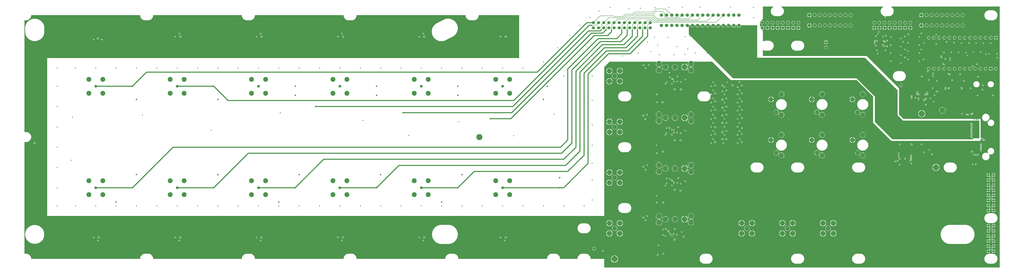
<source format=gbr>
G04 EAGLE Gerber RS-274X export*
G75*
%MOMM*%
%FSLAX34Y34*%
%LPD*%
%INCopper Layer 15*%
%IPPOS*%
%AMOC8*
5,1,8,0,0,1.08239X$1,22.5*%
G01*
%ADD10C,1.350000*%
%ADD11C,2.400000*%
%ADD12C,2.362200*%
%ADD13C,2.552700*%
%ADD14C,1.200000*%
%ADD15C,2.775000*%
%ADD16C,3.000000*%
%ADD17C,2.571600*%
%ADD18C,2.250000*%
%ADD19C,1.447800*%
%ADD20C,1.650000*%
%ADD21C,1.524000*%
%ADD22C,1.371600*%
%ADD23C,0.503200*%
%ADD24C,0.750000*%
%ADD25C,0.500000*%
%ADD26C,0.553200*%
%ADD27C,0.200000*%
%ADD28C,1.500000*%

G36*
X4842064Y157010D02*
X4842064Y157010D01*
X4842128Y157009D01*
X4842203Y157030D01*
X4842279Y157041D01*
X4842338Y157067D01*
X4842400Y157084D01*
X4842466Y157125D01*
X4842536Y157157D01*
X4842585Y157199D01*
X4842640Y157232D01*
X4842692Y157290D01*
X4842750Y157340D01*
X4842786Y157394D01*
X4842829Y157442D01*
X4842862Y157511D01*
X4842905Y157576D01*
X4842924Y157638D01*
X4842952Y157695D01*
X4842963Y157765D01*
X4842987Y157846D01*
X4842988Y157931D01*
X4842999Y158000D01*
X4842999Y1442000D01*
X4842990Y1442064D01*
X4842991Y1442128D01*
X4842970Y1442203D01*
X4842959Y1442279D01*
X4842933Y1442338D01*
X4842916Y1442400D01*
X4842875Y1442466D01*
X4842843Y1442536D01*
X4842801Y1442585D01*
X4842768Y1442640D01*
X4842710Y1442692D01*
X4842660Y1442750D01*
X4842606Y1442786D01*
X4842558Y1442829D01*
X4842489Y1442862D01*
X4842424Y1442905D01*
X4842362Y1442924D01*
X4842305Y1442952D01*
X4842235Y1442963D01*
X4842154Y1442987D01*
X4842069Y1442988D01*
X4842000Y1442999D01*
X4310603Y1442999D01*
X4310494Y1442984D01*
X4310383Y1442975D01*
X4310354Y1442964D01*
X4310323Y1442959D01*
X4310223Y1442914D01*
X4310120Y1442875D01*
X4310095Y1442856D01*
X4310067Y1442843D01*
X4309983Y1442771D01*
X4309895Y1442705D01*
X4309876Y1442680D01*
X4309852Y1442660D01*
X4309792Y1442567D01*
X4309726Y1442479D01*
X4309715Y1442450D01*
X4309698Y1442424D01*
X4309666Y1442318D01*
X4309627Y1442215D01*
X4309625Y1442184D01*
X4309615Y1442154D01*
X4309614Y1442044D01*
X4309606Y1441934D01*
X4309612Y1441903D01*
X4309612Y1441872D01*
X4309641Y1441766D01*
X4309664Y1441658D01*
X4309679Y1441630D01*
X4309687Y1441600D01*
X4309745Y1441506D01*
X4309797Y1441409D01*
X4309818Y1441388D01*
X4309835Y1441360D01*
X4309952Y1441255D01*
X4310015Y1441192D01*
X4315041Y1437541D01*
X4319602Y1431262D01*
X4322001Y1423881D01*
X4322001Y1416119D01*
X4319602Y1408738D01*
X4315041Y1402459D01*
X4308762Y1397898D01*
X4301381Y1395499D01*
X4283887Y1395499D01*
X4283855Y1395495D01*
X4283822Y1395497D01*
X4283715Y1395475D01*
X4283607Y1395459D01*
X4283578Y1395446D01*
X4283546Y1395440D01*
X4283450Y1395388D01*
X4283350Y1395343D01*
X4283326Y1395322D01*
X4283297Y1395307D01*
X4283219Y1395231D01*
X4283136Y1395160D01*
X4283118Y1395133D01*
X4283095Y1395110D01*
X4283042Y1395016D01*
X4282982Y1394924D01*
X4282972Y1394893D01*
X4282956Y1394865D01*
X4282931Y1394759D01*
X4282899Y1394654D01*
X4282899Y1394622D01*
X4282891Y1394591D01*
X4282897Y1394481D01*
X4282895Y1394372D01*
X4282904Y1394341D01*
X4282906Y1394309D01*
X4282941Y1394206D01*
X4282971Y1394100D01*
X4282988Y1394073D01*
X4282998Y1394042D01*
X4283052Y1393969D01*
X4283119Y1393860D01*
X4283155Y1393828D01*
X4283180Y1393793D01*
X4283517Y1393457D01*
X4283517Y1390543D01*
X4281457Y1388483D01*
X4278543Y1388483D01*
X4276483Y1390543D01*
X4276483Y1393457D01*
X4277396Y1394369D01*
X4277406Y1394383D01*
X4277419Y1394393D01*
X4277490Y1394495D01*
X4277565Y1394595D01*
X4277571Y1394610D01*
X4277581Y1394624D01*
X4277621Y1394742D01*
X4277665Y1394859D01*
X4277666Y1394875D01*
X4277671Y1394891D01*
X4277677Y1395016D01*
X4277686Y1395140D01*
X4277683Y1395156D01*
X4277684Y1395173D01*
X4277654Y1395294D01*
X4277629Y1395416D01*
X4277621Y1395431D01*
X4277617Y1395447D01*
X4277555Y1395555D01*
X4277496Y1395665D01*
X4277485Y1395677D01*
X4277476Y1395691D01*
X4277387Y1395778D01*
X4277300Y1395867D01*
X4277285Y1395875D01*
X4277273Y1395887D01*
X4277194Y1395927D01*
X4277054Y1396006D01*
X4277023Y1396013D01*
X4276998Y1396026D01*
X4271238Y1397898D01*
X4264959Y1402459D01*
X4260398Y1408738D01*
X4257999Y1416119D01*
X4257999Y1423881D01*
X4260398Y1431262D01*
X4264959Y1437541D01*
X4269985Y1441192D01*
X4270064Y1441268D01*
X4270148Y1441340D01*
X4270165Y1441366D01*
X4270187Y1441388D01*
X4270242Y1441484D01*
X4270302Y1441576D01*
X4270311Y1441606D01*
X4270327Y1441633D01*
X4270352Y1441740D01*
X4270385Y1441846D01*
X4270385Y1441877D01*
X4270392Y1441907D01*
X4270387Y1442018D01*
X4270388Y1442128D01*
X4270380Y1442158D01*
X4270379Y1442189D01*
X4270343Y1442293D01*
X4270313Y1442400D01*
X4270297Y1442426D01*
X4270287Y1442456D01*
X4270223Y1442546D01*
X4270165Y1442640D01*
X4270142Y1442661D01*
X4270124Y1442686D01*
X4270038Y1442755D01*
X4269956Y1442829D01*
X4269928Y1442842D01*
X4269903Y1442862D01*
X4269801Y1442904D01*
X4269702Y1442952D01*
X4269673Y1442956D01*
X4269642Y1442969D01*
X4269486Y1442985D01*
X4269397Y1442999D01*
X3770603Y1442999D01*
X3770494Y1442984D01*
X3770383Y1442975D01*
X3770354Y1442964D01*
X3770323Y1442959D01*
X3770223Y1442914D01*
X3770120Y1442875D01*
X3770095Y1442856D01*
X3770067Y1442843D01*
X3769983Y1442771D01*
X3769895Y1442705D01*
X3769876Y1442680D01*
X3769852Y1442660D01*
X3769792Y1442567D01*
X3769726Y1442479D01*
X3769715Y1442450D01*
X3769698Y1442424D01*
X3769666Y1442318D01*
X3769627Y1442215D01*
X3769625Y1442184D01*
X3769615Y1442154D01*
X3769614Y1442044D01*
X3769606Y1441934D01*
X3769612Y1441903D01*
X3769612Y1441872D01*
X3769641Y1441766D01*
X3769664Y1441658D01*
X3769679Y1441630D01*
X3769687Y1441600D01*
X3769745Y1441506D01*
X3769797Y1441409D01*
X3769818Y1441388D01*
X3769835Y1441360D01*
X3769952Y1441255D01*
X3770015Y1441192D01*
X3775041Y1437541D01*
X3779602Y1431262D01*
X3782001Y1423881D01*
X3782001Y1416119D01*
X3779602Y1408738D01*
X3775041Y1402459D01*
X3768762Y1397898D01*
X3761381Y1395499D01*
X3738619Y1395499D01*
X3731238Y1397898D01*
X3724959Y1402459D01*
X3720398Y1408738D01*
X3717999Y1416119D01*
X3717999Y1423881D01*
X3720398Y1431262D01*
X3724959Y1437541D01*
X3729985Y1441192D01*
X3730064Y1441268D01*
X3730148Y1441340D01*
X3730165Y1441366D01*
X3730187Y1441388D01*
X3730242Y1441484D01*
X3730302Y1441576D01*
X3730311Y1441606D01*
X3730327Y1441633D01*
X3730352Y1441740D01*
X3730385Y1441846D01*
X3730385Y1441877D01*
X3730392Y1441907D01*
X3730387Y1442018D01*
X3730388Y1442128D01*
X3730380Y1442158D01*
X3730379Y1442189D01*
X3730343Y1442293D01*
X3730313Y1442400D01*
X3730297Y1442426D01*
X3730287Y1442456D01*
X3730223Y1442546D01*
X3730165Y1442640D01*
X3730142Y1442661D01*
X3730124Y1442686D01*
X3730038Y1442755D01*
X3729956Y1442829D01*
X3729928Y1442842D01*
X3729903Y1442862D01*
X3729801Y1442904D01*
X3729702Y1442952D01*
X3729673Y1442956D01*
X3729642Y1442969D01*
X3729486Y1442985D01*
X3729397Y1442999D01*
X3680000Y1442999D01*
X3679936Y1442990D01*
X3679872Y1442991D01*
X3679797Y1442970D01*
X3679721Y1442959D01*
X3679662Y1442933D01*
X3679600Y1442916D01*
X3679534Y1442875D01*
X3679464Y1442843D01*
X3679415Y1442801D01*
X3679360Y1442768D01*
X3679308Y1442710D01*
X3679250Y1442660D01*
X3679214Y1442606D01*
X3679171Y1442558D01*
X3679138Y1442489D01*
X3679095Y1442424D01*
X3679076Y1442362D01*
X3679048Y1442305D01*
X3679037Y1442235D01*
X3679013Y1442154D01*
X3679012Y1442069D01*
X3679001Y1442000D01*
X3679001Y1382414D01*
X3665293Y1368707D01*
X3665236Y1368630D01*
X3665171Y1368558D01*
X3665151Y1368517D01*
X3665124Y1368481D01*
X3665090Y1368391D01*
X3665048Y1368305D01*
X3665042Y1368263D01*
X3665025Y1368217D01*
X3665015Y1368090D01*
X3665001Y1368000D01*
X3665001Y1365662D01*
X3665013Y1365576D01*
X3665016Y1365489D01*
X3665033Y1365437D01*
X3665041Y1365383D01*
X3665076Y1365304D01*
X3665103Y1365221D01*
X3665134Y1365176D01*
X3665157Y1365126D01*
X3665213Y1365060D01*
X3665262Y1364988D01*
X3665304Y1364953D01*
X3665340Y1364911D01*
X3665413Y1364864D01*
X3665480Y1364809D01*
X3665530Y1364787D01*
X3665576Y1364757D01*
X3665659Y1364732D01*
X3665739Y1364697D01*
X3665793Y1364691D01*
X3665846Y1364674D01*
X3665933Y1364673D01*
X3666019Y1364663D01*
X3666073Y1364671D01*
X3666128Y1364671D01*
X3666212Y1364694D01*
X3666297Y1364708D01*
X3666347Y1364731D01*
X3666400Y1364746D01*
X3666474Y1364792D01*
X3666552Y1364829D01*
X3666593Y1364865D01*
X3666640Y1364894D01*
X3666698Y1364959D01*
X3666763Y1365016D01*
X3666789Y1365060D01*
X3666829Y1365103D01*
X3666878Y1365206D01*
X3666923Y1365279D01*
X3668292Y1368583D01*
X3670717Y1371008D01*
X3673885Y1372321D01*
X3677315Y1372321D01*
X3680483Y1371008D01*
X3682908Y1368583D01*
X3684221Y1365415D01*
X3684221Y1361985D01*
X3682908Y1358817D01*
X3680483Y1356392D01*
X3677315Y1355079D01*
X3673885Y1355079D01*
X3670717Y1356392D01*
X3668292Y1358817D01*
X3666923Y1362121D01*
X3666879Y1362195D01*
X3666843Y1362274D01*
X3666808Y1362316D01*
X3666780Y1362363D01*
X3666716Y1362423D01*
X3666660Y1362489D01*
X3666614Y1362519D01*
X3666574Y1362556D01*
X3666497Y1362596D01*
X3666424Y1362643D01*
X3666371Y1362659D01*
X3666322Y1362684D01*
X3666237Y1362700D01*
X3666154Y1362726D01*
X3666099Y1362726D01*
X3666045Y1362736D01*
X3665959Y1362728D01*
X3665872Y1362729D01*
X3665819Y1362715D01*
X3665765Y1362709D01*
X3665684Y1362677D01*
X3665600Y1362654D01*
X3665554Y1362625D01*
X3665503Y1362605D01*
X3665434Y1362552D01*
X3665360Y1362506D01*
X3665323Y1362465D01*
X3665280Y1362431D01*
X3665230Y1362361D01*
X3665171Y1362297D01*
X3665147Y1362247D01*
X3665115Y1362203D01*
X3665086Y1362121D01*
X3665048Y1362043D01*
X3665040Y1361992D01*
X3665021Y1361937D01*
X3665014Y1361823D01*
X3665001Y1361738D01*
X3665001Y1344041D01*
X3665008Y1343994D01*
X3665005Y1343946D01*
X3665027Y1343855D01*
X3665041Y1343762D01*
X3665060Y1343718D01*
X3665072Y1343672D01*
X3665118Y1343590D01*
X3665157Y1343505D01*
X3665188Y1343468D01*
X3665212Y1343427D01*
X3665279Y1343362D01*
X3665340Y1343290D01*
X3665380Y1343264D01*
X3665415Y1343231D01*
X3665498Y1343187D01*
X3665576Y1343136D01*
X3665622Y1343122D01*
X3665664Y1343100D01*
X3665756Y1343081D01*
X3665846Y1343054D01*
X3665894Y1343053D01*
X3665941Y1343043D01*
X3666034Y1343051D01*
X3666128Y1343050D01*
X3666174Y1343063D01*
X3666222Y1343067D01*
X3666309Y1343100D01*
X3666400Y1343125D01*
X3666440Y1343150D01*
X3666485Y1343167D01*
X3666560Y1343224D01*
X3666640Y1343273D01*
X3666672Y1343309D01*
X3666710Y1343338D01*
X3666758Y1343404D01*
X3666829Y1343483D01*
X3666857Y1343542D01*
X3666890Y1343587D01*
X3666910Y1343625D01*
X3667850Y1344919D01*
X3668981Y1346050D01*
X3670275Y1346990D01*
X3671700Y1347716D01*
X3673221Y1348211D01*
X3673601Y1348271D01*
X3673601Y1339300D01*
X3673610Y1339237D01*
X3673609Y1339172D01*
X3673630Y1339098D01*
X3673641Y1339021D01*
X3673667Y1338962D01*
X3673684Y1338900D01*
X3673725Y1338834D01*
X3673757Y1338764D01*
X3673799Y1338715D01*
X3673832Y1338660D01*
X3673890Y1338609D01*
X3673940Y1338550D01*
X3673994Y1338514D01*
X3674042Y1338471D01*
X3674111Y1338438D01*
X3674176Y1338395D01*
X3674238Y1338376D01*
X3674295Y1338348D01*
X3674365Y1338338D01*
X3674446Y1338313D01*
X3674531Y1338312D01*
X3674600Y1338301D01*
X3675601Y1338301D01*
X3675601Y1338299D01*
X3674600Y1338299D01*
X3674536Y1338290D01*
X3674472Y1338291D01*
X3674397Y1338270D01*
X3674321Y1338259D01*
X3674262Y1338233D01*
X3674200Y1338216D01*
X3674134Y1338175D01*
X3674064Y1338143D01*
X3674015Y1338101D01*
X3673960Y1338068D01*
X3673908Y1338010D01*
X3673850Y1337960D01*
X3673814Y1337906D01*
X3673771Y1337858D01*
X3673738Y1337789D01*
X3673695Y1337724D01*
X3673676Y1337662D01*
X3673648Y1337604D01*
X3673637Y1337535D01*
X3673613Y1337454D01*
X3673612Y1337369D01*
X3673601Y1337300D01*
X3673601Y1329014D01*
X3673617Y1328901D01*
X3673627Y1328787D01*
X3673637Y1328762D01*
X3673641Y1328735D01*
X3673688Y1328631D01*
X3673729Y1328524D01*
X3673745Y1328504D01*
X3673757Y1328478D01*
X3673867Y1328349D01*
X3673920Y1328282D01*
X3679001Y1323564D01*
X3679001Y1272438D01*
X3679014Y1272344D01*
X3679019Y1272249D01*
X3679034Y1272205D01*
X3679041Y1272159D01*
X3679080Y1272072D01*
X3679111Y1271982D01*
X3679138Y1271944D01*
X3679157Y1271902D01*
X3679219Y1271830D01*
X3679273Y1271752D01*
X3679310Y1271723D01*
X3679340Y1271687D01*
X3679420Y1271635D01*
X3679494Y1271576D01*
X3679537Y1271559D01*
X3679576Y1271533D01*
X3679667Y1271505D01*
X3679755Y1271469D01*
X3679801Y1271464D01*
X3679846Y1271451D01*
X3679941Y1271449D01*
X3680035Y1271439D01*
X3680081Y1271448D01*
X3680128Y1271447D01*
X3680219Y1271472D01*
X3680313Y1271489D01*
X3680352Y1271509D01*
X3680400Y1271522D01*
X3680507Y1271588D01*
X3680587Y1271630D01*
X3681238Y1272102D01*
X3688619Y1274501D01*
X3711381Y1274501D01*
X3718762Y1272102D01*
X3725041Y1267541D01*
X3729602Y1261262D01*
X3732001Y1253881D01*
X3732001Y1246119D01*
X3729602Y1238738D01*
X3725041Y1232459D01*
X3718762Y1227898D01*
X3711381Y1225499D01*
X3688619Y1225499D01*
X3681238Y1227898D01*
X3680587Y1228370D01*
X3680503Y1228415D01*
X3680424Y1228467D01*
X3680379Y1228481D01*
X3680338Y1228502D01*
X3680245Y1228522D01*
X3680154Y1228549D01*
X3680108Y1228550D01*
X3680062Y1228559D01*
X3679967Y1228552D01*
X3679872Y1228553D01*
X3679827Y1228541D01*
X3679781Y1228537D01*
X3679692Y1228503D01*
X3679600Y1228478D01*
X3679561Y1228453D01*
X3679517Y1228437D01*
X3679441Y1228380D01*
X3679360Y1228330D01*
X3679329Y1228295D01*
X3679292Y1228267D01*
X3679235Y1228191D01*
X3679171Y1228120D01*
X3679151Y1228079D01*
X3679123Y1228041D01*
X3679090Y1227952D01*
X3679048Y1227867D01*
X3679042Y1227824D01*
X3679024Y1227777D01*
X3679015Y1227651D01*
X3679001Y1227562D01*
X3679001Y1200000D01*
X3679010Y1199936D01*
X3679009Y1199872D01*
X3679030Y1199797D01*
X3679041Y1199721D01*
X3679067Y1199662D01*
X3679084Y1199600D01*
X3679125Y1199534D01*
X3679157Y1199464D01*
X3679199Y1199415D01*
X3679232Y1199360D01*
X3679290Y1199308D01*
X3679340Y1199250D01*
X3679394Y1199214D01*
X3679442Y1199171D01*
X3679511Y1199138D01*
X3679576Y1199095D01*
X3679638Y1199076D01*
X3679695Y1199048D01*
X3679765Y1199037D01*
X3679846Y1199013D01*
X3679931Y1199012D01*
X3680000Y1199001D01*
X4189586Y1199001D01*
X4349001Y1039586D01*
X4349001Y910000D01*
X4349014Y909905D01*
X4349019Y909809D01*
X4349034Y909766D01*
X4349041Y909721D01*
X4349080Y909633D01*
X4349112Y909542D01*
X4349137Y909508D01*
X4349157Y909464D01*
X4349240Y909367D01*
X4349293Y909293D01*
X4369293Y889293D01*
X4369370Y889236D01*
X4369442Y889171D01*
X4369483Y889151D01*
X4369519Y889124D01*
X4369609Y889090D01*
X4369695Y889048D01*
X4369737Y889042D01*
X4369783Y889025D01*
X4369911Y889015D01*
X4370000Y889001D01*
X4715260Y889001D01*
X4715355Y889014D01*
X4715451Y889019D01*
X4715494Y889034D01*
X4715539Y889041D01*
X4715627Y889080D01*
X4715717Y889112D01*
X4715752Y889137D01*
X4715796Y889157D01*
X4715893Y889240D01*
X4715966Y889293D01*
X4716440Y889767D01*
X4719560Y889767D01*
X4720034Y889293D01*
X4720110Y889236D01*
X4720182Y889171D01*
X4720223Y889151D01*
X4720259Y889124D01*
X4720349Y889090D01*
X4720436Y889048D01*
X4720478Y889042D01*
X4720523Y889025D01*
X4720651Y889015D01*
X4720740Y889001D01*
X4725260Y889001D01*
X4725355Y889014D01*
X4725451Y889019D01*
X4725494Y889034D01*
X4725539Y889041D01*
X4725627Y889080D01*
X4725717Y889112D01*
X4725752Y889137D01*
X4725796Y889157D01*
X4725893Y889240D01*
X4725966Y889293D01*
X4726440Y889767D01*
X4729560Y889767D01*
X4730034Y889293D01*
X4730110Y889236D01*
X4730182Y889171D01*
X4730223Y889151D01*
X4730259Y889124D01*
X4730349Y889090D01*
X4730436Y889048D01*
X4730478Y889042D01*
X4730523Y889025D01*
X4730651Y889015D01*
X4730740Y889001D01*
X4733260Y889001D01*
X4733355Y889014D01*
X4733451Y889019D01*
X4733494Y889034D01*
X4733539Y889041D01*
X4733627Y889080D01*
X4733717Y889112D01*
X4733752Y889137D01*
X4733796Y889157D01*
X4733893Y889240D01*
X4733966Y889293D01*
X4734440Y889767D01*
X4737560Y889767D01*
X4738034Y889293D01*
X4738110Y889236D01*
X4738182Y889171D01*
X4738223Y889151D01*
X4738259Y889124D01*
X4738349Y889090D01*
X4738436Y889048D01*
X4738478Y889042D01*
X4738523Y889025D01*
X4738651Y889015D01*
X4738740Y889001D01*
X4749001Y889001D01*
X4749001Y797958D01*
X4749010Y797896D01*
X4749009Y797851D01*
X4749009Y797850D01*
X4749009Y797830D01*
X4749030Y797755D01*
X4749041Y797678D01*
X4749067Y797620D01*
X4749084Y797558D01*
X4749125Y797492D01*
X4749157Y797421D01*
X4749199Y797373D01*
X4749232Y797318D01*
X4749290Y797266D01*
X4749340Y797207D01*
X4749394Y797172D01*
X4749442Y797129D01*
X4749511Y797095D01*
X4749576Y797053D01*
X4749638Y797034D01*
X4749695Y797006D01*
X4749765Y796995D01*
X4749846Y796970D01*
X4749931Y796969D01*
X4750000Y796958D01*
X4752991Y796958D01*
X4754214Y795735D01*
X4754266Y795696D01*
X4754310Y795650D01*
X4754378Y795612D01*
X4754440Y795565D01*
X4754500Y795543D01*
X4754556Y795511D01*
X4754631Y795493D01*
X4754704Y795466D01*
X4754768Y795461D01*
X4754830Y795446D01*
X4754908Y795450D01*
X4754985Y795444D01*
X4755048Y795457D01*
X4755112Y795461D01*
X4755185Y795486D01*
X4755261Y795502D01*
X4755318Y795532D01*
X4755378Y795553D01*
X4755435Y795594D01*
X4755510Y795634D01*
X4755571Y795693D01*
X4755627Y795735D01*
X4756409Y796517D01*
X4759323Y796517D01*
X4761383Y794457D01*
X4761383Y791543D01*
X4760062Y790223D01*
X4760043Y790197D01*
X4760018Y790176D01*
X4759958Y790084D01*
X4759893Y789997D01*
X4759881Y789967D01*
X4759864Y789940D01*
X4759832Y789835D01*
X4759793Y789733D01*
X4759791Y789701D01*
X4759781Y789670D01*
X4759780Y789561D01*
X4759771Y789452D01*
X4759778Y789420D01*
X4759777Y789388D01*
X4759807Y789283D01*
X4759829Y789176D01*
X4759844Y789147D01*
X4759853Y789116D01*
X4759910Y789023D01*
X4759961Y788927D01*
X4759984Y788904D01*
X4760001Y788876D01*
X4760082Y788803D01*
X4760158Y788725D01*
X4760186Y788709D01*
X4760210Y788687D01*
X4760308Y788640D01*
X4760404Y788586D01*
X4760435Y788578D01*
X4760464Y788564D01*
X4760553Y788550D01*
X4760678Y788521D01*
X4760726Y788523D01*
X4760769Y788517D01*
X4761969Y788517D01*
X4763573Y786913D01*
X4763624Y786875D01*
X4763669Y786829D01*
X4763736Y786790D01*
X4763798Y786744D01*
X4763858Y786721D01*
X4763914Y786690D01*
X4763990Y786672D01*
X4764062Y786644D01*
X4764126Y786639D01*
X4764189Y786625D01*
X4764266Y786629D01*
X4764343Y786623D01*
X4764406Y786636D01*
X4764470Y786639D01*
X4764544Y786664D01*
X4764619Y786680D01*
X4764676Y786710D01*
X4764737Y786732D01*
X4764794Y786773D01*
X4764868Y786813D01*
X4764929Y786872D01*
X4764986Y786913D01*
X4766589Y788517D01*
X4769503Y788517D01*
X4771563Y786457D01*
X4771563Y783543D01*
X4769503Y781483D01*
X4766589Y781483D01*
X4764986Y783087D01*
X4764934Y783125D01*
X4764890Y783171D01*
X4764822Y783210D01*
X4764760Y783256D01*
X4764700Y783279D01*
X4764644Y783310D01*
X4764569Y783328D01*
X4764496Y783356D01*
X4764432Y783361D01*
X4764370Y783375D01*
X4764292Y783371D01*
X4764215Y783377D01*
X4764152Y783364D01*
X4764088Y783361D01*
X4764015Y783336D01*
X4763939Y783320D01*
X4763882Y783290D01*
X4763822Y783268D01*
X4763765Y783227D01*
X4763690Y783187D01*
X4763629Y783128D01*
X4763573Y783087D01*
X4761969Y781483D01*
X4759056Y781483D01*
X4756996Y783543D01*
X4756996Y786457D01*
X4758317Y787777D01*
X4758336Y787803D01*
X4758360Y787824D01*
X4758420Y787916D01*
X4758486Y788003D01*
X4758497Y788033D01*
X4758515Y788060D01*
X4758547Y788165D01*
X4758585Y788267D01*
X4758588Y788299D01*
X4758597Y788330D01*
X4758599Y788439D01*
X4758607Y788548D01*
X4758601Y788580D01*
X4758601Y788612D01*
X4758572Y788717D01*
X4758550Y788824D01*
X4758534Y788853D01*
X4758526Y788884D01*
X4758468Y788977D01*
X4758417Y789073D01*
X4758395Y789096D01*
X4758378Y789124D01*
X4758297Y789197D01*
X4758220Y789275D01*
X4758192Y789291D01*
X4758168Y789313D01*
X4758070Y789360D01*
X4757975Y789414D01*
X4757944Y789422D01*
X4757915Y789436D01*
X4757825Y789450D01*
X4757701Y789479D01*
X4757652Y789477D01*
X4757610Y789483D01*
X4756409Y789483D01*
X4755186Y790707D01*
X4755134Y790745D01*
X4755090Y790791D01*
X4755057Y790810D01*
X4755053Y790814D01*
X4755035Y790822D01*
X4755022Y790830D01*
X4754960Y790876D01*
X4754900Y790899D01*
X4754844Y790930D01*
X4754769Y790948D01*
X4754696Y790976D01*
X4754632Y790981D01*
X4754570Y790995D01*
X4754492Y790991D01*
X4754415Y790997D01*
X4754352Y790984D01*
X4754288Y790981D01*
X4754215Y790956D01*
X4754139Y790940D01*
X4754082Y790910D01*
X4754022Y790889D01*
X4753965Y790847D01*
X4753938Y790833D01*
X4753928Y790828D01*
X4753925Y790826D01*
X4753890Y790807D01*
X4753829Y790748D01*
X4753773Y790707D01*
X4752991Y789925D01*
X4750000Y789925D01*
X4749936Y789916D01*
X4749872Y789917D01*
X4749797Y789896D01*
X4749721Y789885D01*
X4749662Y789859D01*
X4749600Y789841D01*
X4749534Y789801D01*
X4749464Y789769D01*
X4749415Y789727D01*
X4749360Y789693D01*
X4749308Y789636D01*
X4749250Y789585D01*
X4749214Y789532D01*
X4749171Y789484D01*
X4749138Y789414D01*
X4749095Y789349D01*
X4749076Y789288D01*
X4749048Y789230D01*
X4749037Y789161D01*
X4749013Y789080D01*
X4749012Y788995D01*
X4749001Y788926D01*
X4749001Y780999D01*
X4310414Y780999D01*
X4220999Y870414D01*
X4220999Y1000000D01*
X4220986Y1000095D01*
X4220981Y1000191D01*
X4220966Y1000234D01*
X4220959Y1000279D01*
X4220920Y1000367D01*
X4220888Y1000458D01*
X4220863Y1000492D01*
X4220843Y1000536D01*
X4220760Y1000634D01*
X4220707Y1000707D01*
X4140707Y1080707D01*
X4140630Y1080764D01*
X4140558Y1080829D01*
X4140517Y1080849D01*
X4140481Y1080876D01*
X4140391Y1080910D01*
X4140305Y1080952D01*
X4140263Y1080958D01*
X4140217Y1080975D01*
X4140090Y1080985D01*
X4140000Y1080999D01*
X3520414Y1080999D01*
X3430707Y1170707D01*
X3430630Y1170764D01*
X3430558Y1170829D01*
X3430517Y1170849D01*
X3430481Y1170876D01*
X3430391Y1170910D01*
X3430305Y1170952D01*
X3430263Y1170958D01*
X3430217Y1170975D01*
X3430090Y1170985D01*
X3430000Y1170999D01*
X3339101Y1170999D01*
X3339069Y1170995D01*
X3339037Y1170997D01*
X3338930Y1170975D01*
X3338821Y1170959D01*
X3338792Y1170946D01*
X3338760Y1170940D01*
X3338664Y1170888D01*
X3338564Y1170843D01*
X3338540Y1170822D01*
X3338511Y1170807D01*
X3338433Y1170731D01*
X3338350Y1170660D01*
X3338332Y1170633D01*
X3338309Y1170610D01*
X3338256Y1170515D01*
X3338196Y1170424D01*
X3338186Y1170393D01*
X3338170Y1170365D01*
X3338145Y1170258D01*
X3338113Y1170154D01*
X3338113Y1170122D01*
X3338105Y1170091D01*
X3338111Y1169981D01*
X3338110Y1169872D01*
X3338118Y1169841D01*
X3338120Y1169809D01*
X3338156Y1169706D01*
X3338185Y1169600D01*
X3338202Y1169573D01*
X3338212Y1169542D01*
X3338266Y1169469D01*
X3338333Y1169360D01*
X3338355Y1169340D01*
X3340626Y1163859D01*
X3340626Y1157941D01*
X3338361Y1152474D01*
X3334176Y1148289D01*
X3328709Y1146024D01*
X3322791Y1146024D01*
X3317324Y1148289D01*
X3313139Y1152474D01*
X3310874Y1157941D01*
X3310874Y1163859D01*
X3313142Y1169333D01*
X3313150Y1169340D01*
X3313210Y1169432D01*
X3313275Y1169519D01*
X3313287Y1169549D01*
X3313304Y1169576D01*
X3313336Y1169681D01*
X3313375Y1169783D01*
X3313377Y1169815D01*
X3313387Y1169846D01*
X3313388Y1169955D01*
X3313397Y1170064D01*
X3313390Y1170096D01*
X3313390Y1170128D01*
X3313361Y1170233D01*
X3313339Y1170340D01*
X3313324Y1170369D01*
X3313315Y1170400D01*
X3313258Y1170493D01*
X3313207Y1170589D01*
X3313184Y1170612D01*
X3313167Y1170640D01*
X3313086Y1170713D01*
X3313010Y1170791D01*
X3312982Y1170807D01*
X3312958Y1170829D01*
X3312859Y1170876D01*
X3312764Y1170930D01*
X3312733Y1170938D01*
X3312704Y1170952D01*
X3312615Y1170966D01*
X3312490Y1170995D01*
X3312441Y1170993D01*
X3312399Y1170999D01*
X3181601Y1170999D01*
X3181569Y1170995D01*
X3181537Y1170997D01*
X3181430Y1170975D01*
X3181321Y1170959D01*
X3181292Y1170946D01*
X3181260Y1170940D01*
X3181164Y1170888D01*
X3181064Y1170843D01*
X3181040Y1170822D01*
X3181011Y1170807D01*
X3180933Y1170731D01*
X3180850Y1170660D01*
X3180832Y1170633D01*
X3180809Y1170610D01*
X3180756Y1170515D01*
X3180696Y1170424D01*
X3180686Y1170393D01*
X3180670Y1170365D01*
X3180645Y1170258D01*
X3180613Y1170154D01*
X3180613Y1170122D01*
X3180605Y1170091D01*
X3180611Y1169981D01*
X3180610Y1169872D01*
X3180618Y1169841D01*
X3180620Y1169809D01*
X3180656Y1169706D01*
X3180685Y1169600D01*
X3180702Y1169573D01*
X3180712Y1169542D01*
X3180766Y1169469D01*
X3180833Y1169360D01*
X3180855Y1169340D01*
X3183126Y1163859D01*
X3183126Y1157941D01*
X3180861Y1152474D01*
X3176676Y1148289D01*
X3171209Y1146024D01*
X3165291Y1146024D01*
X3159824Y1148289D01*
X3155639Y1152474D01*
X3153374Y1157941D01*
X3153374Y1163859D01*
X3155642Y1169333D01*
X3155650Y1169340D01*
X3155710Y1169432D01*
X3155775Y1169519D01*
X3155787Y1169549D01*
X3155804Y1169576D01*
X3155836Y1169681D01*
X3155875Y1169783D01*
X3155877Y1169815D01*
X3155887Y1169846D01*
X3155888Y1169955D01*
X3155897Y1170064D01*
X3155890Y1170096D01*
X3155890Y1170128D01*
X3155861Y1170233D01*
X3155839Y1170340D01*
X3155824Y1170369D01*
X3155815Y1170400D01*
X3155758Y1170493D01*
X3155707Y1170589D01*
X3155684Y1170612D01*
X3155667Y1170640D01*
X3155586Y1170713D01*
X3155510Y1170791D01*
X3155482Y1170807D01*
X3155458Y1170829D01*
X3155359Y1170876D01*
X3155264Y1170930D01*
X3155233Y1170938D01*
X3155204Y1170952D01*
X3155115Y1170966D01*
X3154990Y1170995D01*
X3154941Y1170993D01*
X3154899Y1170999D01*
X2926000Y1170999D01*
X2925905Y1170986D01*
X2925809Y1170981D01*
X2925766Y1170966D01*
X2925721Y1170959D01*
X2925633Y1170920D01*
X2925542Y1170888D01*
X2925508Y1170863D01*
X2925464Y1170843D01*
X2925367Y1170760D01*
X2925293Y1170707D01*
X2899293Y1144707D01*
X2899236Y1144630D01*
X2899171Y1144558D01*
X2899151Y1144517D01*
X2899124Y1144481D01*
X2899090Y1144391D01*
X2899048Y1144305D01*
X2899042Y1144263D01*
X2899025Y1144217D01*
X2899015Y1144090D01*
X2899001Y1144000D01*
X2899001Y410999D01*
X160999Y410999D01*
X160999Y1189001D01*
X2480000Y1189001D01*
X2480064Y1189010D01*
X2480128Y1189009D01*
X2480203Y1189030D01*
X2480279Y1189041D01*
X2480338Y1189067D01*
X2480400Y1189084D01*
X2480466Y1189125D01*
X2480536Y1189157D01*
X2480585Y1189199D01*
X2480640Y1189232D01*
X2480692Y1189290D01*
X2480750Y1189340D01*
X2480786Y1189394D01*
X2480829Y1189442D01*
X2480862Y1189511D01*
X2480905Y1189576D01*
X2480924Y1189638D01*
X2480952Y1189695D01*
X2480963Y1189765D01*
X2480987Y1189846D01*
X2480988Y1189931D01*
X2480999Y1190000D01*
X2480999Y1400000D01*
X2480990Y1400064D01*
X2480991Y1400128D01*
X2480970Y1400203D01*
X2480959Y1400279D01*
X2480933Y1400338D01*
X2480916Y1400400D01*
X2480875Y1400466D01*
X2480843Y1400536D01*
X2480801Y1400585D01*
X2480768Y1400640D01*
X2480710Y1400692D01*
X2480660Y1400750D01*
X2480606Y1400786D01*
X2480558Y1400829D01*
X2480489Y1400862D01*
X2480424Y1400905D01*
X2480362Y1400924D01*
X2480305Y1400952D01*
X2480235Y1400963D01*
X2480154Y1400987D01*
X2480069Y1400988D01*
X2480000Y1400999D01*
X2283000Y1400999D01*
X2282936Y1400990D01*
X2282872Y1400991D01*
X2282797Y1400970D01*
X2282721Y1400959D01*
X2282662Y1400933D01*
X2282600Y1400916D01*
X2282534Y1400875D01*
X2282464Y1400843D01*
X2282415Y1400801D01*
X2282360Y1400768D01*
X2282308Y1400710D01*
X2282250Y1400660D01*
X2282214Y1400606D01*
X2282171Y1400558D01*
X2282138Y1400489D01*
X2282095Y1400424D01*
X2282076Y1400362D01*
X2282048Y1400305D01*
X2282037Y1400235D01*
X2282013Y1400154D01*
X2282012Y1400069D01*
X2282001Y1400000D01*
X2282001Y1396119D01*
X2279602Y1388738D01*
X2275041Y1382459D01*
X2268762Y1377898D01*
X2261381Y1375499D01*
X2238619Y1375499D01*
X2231238Y1377898D01*
X2224959Y1382459D01*
X2220398Y1388738D01*
X2217999Y1396119D01*
X2217999Y1400000D01*
X2217990Y1400064D01*
X2217991Y1400128D01*
X2217970Y1400203D01*
X2217959Y1400279D01*
X2217933Y1400338D01*
X2217916Y1400400D01*
X2217875Y1400466D01*
X2217843Y1400536D01*
X2217801Y1400585D01*
X2217768Y1400640D01*
X2217710Y1400692D01*
X2217660Y1400750D01*
X2217606Y1400786D01*
X2217558Y1400829D01*
X2217489Y1400862D01*
X2217424Y1400905D01*
X2217362Y1400924D01*
X2217305Y1400952D01*
X2217235Y1400963D01*
X2217154Y1400987D01*
X2217069Y1400988D01*
X2217000Y1400999D01*
X1683000Y1400999D01*
X1682936Y1400990D01*
X1682872Y1400991D01*
X1682797Y1400970D01*
X1682721Y1400959D01*
X1682662Y1400933D01*
X1682600Y1400916D01*
X1682534Y1400875D01*
X1682464Y1400843D01*
X1682415Y1400801D01*
X1682360Y1400768D01*
X1682308Y1400710D01*
X1682250Y1400660D01*
X1682214Y1400606D01*
X1682171Y1400558D01*
X1682138Y1400489D01*
X1682095Y1400424D01*
X1682076Y1400362D01*
X1682048Y1400305D01*
X1682037Y1400235D01*
X1682013Y1400154D01*
X1682012Y1400069D01*
X1682001Y1400000D01*
X1682001Y1396119D01*
X1679602Y1388738D01*
X1675041Y1382459D01*
X1668762Y1377898D01*
X1661381Y1375499D01*
X1638619Y1375499D01*
X1631238Y1377898D01*
X1624959Y1382459D01*
X1620398Y1388738D01*
X1617999Y1396119D01*
X1617999Y1400000D01*
X1617990Y1400064D01*
X1617991Y1400128D01*
X1617970Y1400203D01*
X1617959Y1400279D01*
X1617933Y1400338D01*
X1617916Y1400400D01*
X1617875Y1400466D01*
X1617843Y1400536D01*
X1617801Y1400585D01*
X1617768Y1400640D01*
X1617710Y1400692D01*
X1617660Y1400750D01*
X1617606Y1400786D01*
X1617558Y1400829D01*
X1617489Y1400862D01*
X1617424Y1400905D01*
X1617362Y1400924D01*
X1617305Y1400952D01*
X1617235Y1400963D01*
X1617154Y1400987D01*
X1617069Y1400988D01*
X1617000Y1400999D01*
X1183000Y1400999D01*
X1182936Y1400990D01*
X1182872Y1400991D01*
X1182797Y1400970D01*
X1182721Y1400959D01*
X1182662Y1400933D01*
X1182600Y1400916D01*
X1182534Y1400875D01*
X1182464Y1400843D01*
X1182415Y1400801D01*
X1182360Y1400768D01*
X1182308Y1400710D01*
X1182250Y1400660D01*
X1182214Y1400606D01*
X1182171Y1400558D01*
X1182138Y1400489D01*
X1182095Y1400424D01*
X1182076Y1400362D01*
X1182048Y1400305D01*
X1182037Y1400235D01*
X1182013Y1400154D01*
X1182012Y1400069D01*
X1182001Y1400000D01*
X1182001Y1396119D01*
X1179602Y1388738D01*
X1175041Y1382459D01*
X1168762Y1377898D01*
X1161381Y1375499D01*
X1138619Y1375499D01*
X1131238Y1377898D01*
X1124959Y1382459D01*
X1120398Y1388738D01*
X1117999Y1396119D01*
X1117999Y1400000D01*
X1117990Y1400064D01*
X1117991Y1400128D01*
X1117970Y1400203D01*
X1117959Y1400279D01*
X1117933Y1400338D01*
X1117916Y1400400D01*
X1117875Y1400466D01*
X1117843Y1400536D01*
X1117801Y1400585D01*
X1117768Y1400640D01*
X1117710Y1400692D01*
X1117660Y1400750D01*
X1117606Y1400786D01*
X1117558Y1400829D01*
X1117489Y1400862D01*
X1117424Y1400905D01*
X1117362Y1400924D01*
X1117305Y1400952D01*
X1117235Y1400963D01*
X1117154Y1400987D01*
X1117069Y1400988D01*
X1117000Y1400999D01*
X683000Y1400999D01*
X682936Y1400990D01*
X682872Y1400991D01*
X682797Y1400970D01*
X682721Y1400959D01*
X682662Y1400933D01*
X682600Y1400916D01*
X682534Y1400875D01*
X682464Y1400843D01*
X682415Y1400801D01*
X682360Y1400768D01*
X682308Y1400710D01*
X682250Y1400660D01*
X682214Y1400606D01*
X682171Y1400558D01*
X682138Y1400489D01*
X682095Y1400424D01*
X682076Y1400362D01*
X682048Y1400305D01*
X682037Y1400235D01*
X682013Y1400154D01*
X682012Y1400069D01*
X682001Y1400000D01*
X682001Y1396119D01*
X679602Y1388738D01*
X675041Y1382459D01*
X668762Y1377898D01*
X661381Y1375499D01*
X638619Y1375499D01*
X631238Y1377898D01*
X624959Y1382459D01*
X620398Y1388738D01*
X617999Y1396119D01*
X617999Y1400000D01*
X617990Y1400064D01*
X617991Y1400128D01*
X617970Y1400203D01*
X617959Y1400279D01*
X617933Y1400338D01*
X617916Y1400400D01*
X617875Y1400466D01*
X617843Y1400536D01*
X617801Y1400585D01*
X617768Y1400640D01*
X617710Y1400692D01*
X617660Y1400750D01*
X617606Y1400786D01*
X617558Y1400829D01*
X617489Y1400862D01*
X617424Y1400905D01*
X617362Y1400924D01*
X617305Y1400952D01*
X617235Y1400963D01*
X617154Y1400987D01*
X617069Y1400988D01*
X617000Y1400999D01*
X83000Y1400999D01*
X82936Y1400990D01*
X82872Y1400991D01*
X82797Y1400970D01*
X82721Y1400959D01*
X82662Y1400933D01*
X82600Y1400916D01*
X82534Y1400875D01*
X82464Y1400843D01*
X82415Y1400801D01*
X82360Y1400768D01*
X82308Y1400710D01*
X82250Y1400660D01*
X82214Y1400606D01*
X82171Y1400558D01*
X82138Y1400489D01*
X82095Y1400424D01*
X82076Y1400362D01*
X82048Y1400305D01*
X82037Y1400235D01*
X82013Y1400154D01*
X82012Y1400069D01*
X82001Y1400000D01*
X82001Y1396119D01*
X79602Y1388738D01*
X75041Y1382459D01*
X68762Y1377898D01*
X61381Y1375499D01*
X50000Y1375499D01*
X49936Y1375490D01*
X49872Y1375491D01*
X49797Y1375470D01*
X49721Y1375459D01*
X49662Y1375433D01*
X49600Y1375416D01*
X49534Y1375375D01*
X49464Y1375343D01*
X49415Y1375301D01*
X49360Y1375268D01*
X49308Y1375210D01*
X49250Y1375160D01*
X49214Y1375106D01*
X49171Y1375058D01*
X49138Y1374989D01*
X49095Y1374924D01*
X49076Y1374862D01*
X49048Y1374805D01*
X49037Y1374735D01*
X49013Y1374654D01*
X49012Y1374569D01*
X49001Y1374500D01*
X49001Y825500D01*
X49009Y825439D01*
X49009Y825403D01*
X49009Y825401D01*
X49009Y825372D01*
X49030Y825297D01*
X49041Y825221D01*
X49067Y825162D01*
X49084Y825100D01*
X49125Y825034D01*
X49157Y824964D01*
X49199Y824915D01*
X49232Y824860D01*
X49290Y824808D01*
X49340Y824750D01*
X49394Y824714D01*
X49442Y824671D01*
X49511Y824638D01*
X49576Y824595D01*
X49638Y824576D01*
X49695Y824548D01*
X49765Y824537D01*
X49846Y824513D01*
X49931Y824512D01*
X50000Y824501D01*
X61381Y824501D01*
X68762Y822102D01*
X75041Y817541D01*
X79602Y811262D01*
X82001Y803881D01*
X82001Y796119D01*
X79602Y788738D01*
X75041Y782459D01*
X68762Y777898D01*
X61381Y775499D01*
X50000Y775499D01*
X49936Y775490D01*
X49872Y775491D01*
X49797Y775470D01*
X49721Y775459D01*
X49662Y775433D01*
X49600Y775416D01*
X49534Y775375D01*
X49464Y775343D01*
X49415Y775301D01*
X49360Y775268D01*
X49308Y775210D01*
X49250Y775160D01*
X49214Y775106D01*
X49171Y775058D01*
X49138Y774989D01*
X49095Y774924D01*
X49076Y774862D01*
X49048Y774805D01*
X49037Y774735D01*
X49013Y774654D01*
X49012Y774569D01*
X49001Y774500D01*
X49001Y225500D01*
X49010Y225436D01*
X49009Y225372D01*
X49030Y225297D01*
X49041Y225221D01*
X49067Y225162D01*
X49084Y225100D01*
X49125Y225034D01*
X49157Y224964D01*
X49199Y224915D01*
X49232Y224860D01*
X49290Y224808D01*
X49340Y224750D01*
X49394Y224714D01*
X49442Y224671D01*
X49511Y224638D01*
X49576Y224595D01*
X49638Y224576D01*
X49695Y224548D01*
X49765Y224537D01*
X49846Y224513D01*
X49931Y224512D01*
X50000Y224501D01*
X61381Y224501D01*
X68762Y222102D01*
X75041Y217541D01*
X79602Y211262D01*
X82001Y203881D01*
X82001Y200000D01*
X82010Y199936D01*
X82009Y199872D01*
X82030Y199797D01*
X82041Y199721D01*
X82067Y199662D01*
X82084Y199600D01*
X82125Y199534D01*
X82157Y199464D01*
X82199Y199415D01*
X82232Y199360D01*
X82290Y199308D01*
X82340Y199250D01*
X82394Y199214D01*
X82442Y199171D01*
X82511Y199138D01*
X82576Y199095D01*
X82638Y199076D01*
X82695Y199048D01*
X82765Y199037D01*
X82846Y199013D01*
X82931Y199012D01*
X83000Y199001D01*
X617000Y199001D01*
X617064Y199010D01*
X617128Y199009D01*
X617203Y199030D01*
X617279Y199041D01*
X617338Y199067D01*
X617400Y199084D01*
X617466Y199125D01*
X617536Y199157D01*
X617585Y199199D01*
X617640Y199232D01*
X617692Y199290D01*
X617750Y199340D01*
X617786Y199394D01*
X617829Y199442D01*
X617862Y199511D01*
X617905Y199576D01*
X617924Y199638D01*
X617952Y199695D01*
X617963Y199765D01*
X617987Y199846D01*
X617988Y199931D01*
X617999Y200000D01*
X617999Y203881D01*
X620398Y211262D01*
X624959Y217541D01*
X631238Y222102D01*
X638619Y224501D01*
X661381Y224501D01*
X668762Y222102D01*
X675041Y217541D01*
X679602Y211262D01*
X682001Y203881D01*
X682001Y200000D01*
X682010Y199936D01*
X682009Y199872D01*
X682030Y199797D01*
X682041Y199721D01*
X682067Y199662D01*
X682084Y199600D01*
X682125Y199534D01*
X682157Y199464D01*
X682199Y199415D01*
X682232Y199360D01*
X682290Y199308D01*
X682340Y199250D01*
X682394Y199214D01*
X682442Y199171D01*
X682511Y199138D01*
X682576Y199095D01*
X682638Y199076D01*
X682695Y199048D01*
X682765Y199037D01*
X682846Y199013D01*
X682931Y199012D01*
X683000Y199001D01*
X1117000Y199001D01*
X1117064Y199010D01*
X1117128Y199009D01*
X1117203Y199030D01*
X1117279Y199041D01*
X1117338Y199067D01*
X1117400Y199084D01*
X1117466Y199125D01*
X1117536Y199157D01*
X1117585Y199199D01*
X1117640Y199232D01*
X1117692Y199290D01*
X1117750Y199340D01*
X1117786Y199394D01*
X1117829Y199442D01*
X1117862Y199511D01*
X1117905Y199576D01*
X1117924Y199638D01*
X1117952Y199695D01*
X1117963Y199765D01*
X1117987Y199846D01*
X1117988Y199931D01*
X1117999Y200000D01*
X1117999Y203881D01*
X1120398Y211262D01*
X1124959Y217541D01*
X1131238Y222102D01*
X1138619Y224501D01*
X1161381Y224501D01*
X1168762Y222102D01*
X1175041Y217541D01*
X1179602Y211262D01*
X1182001Y203881D01*
X1182001Y200000D01*
X1182010Y199936D01*
X1182009Y199872D01*
X1182030Y199797D01*
X1182041Y199721D01*
X1182067Y199662D01*
X1182084Y199600D01*
X1182125Y199534D01*
X1182157Y199464D01*
X1182199Y199415D01*
X1182232Y199360D01*
X1182290Y199308D01*
X1182340Y199250D01*
X1182394Y199214D01*
X1182442Y199171D01*
X1182511Y199138D01*
X1182576Y199095D01*
X1182638Y199076D01*
X1182695Y199048D01*
X1182765Y199037D01*
X1182846Y199013D01*
X1182931Y199012D01*
X1183000Y199001D01*
X1617000Y199001D01*
X1617064Y199010D01*
X1617128Y199009D01*
X1617203Y199030D01*
X1617279Y199041D01*
X1617338Y199067D01*
X1617400Y199084D01*
X1617466Y199125D01*
X1617536Y199157D01*
X1617585Y199199D01*
X1617640Y199232D01*
X1617692Y199290D01*
X1617750Y199340D01*
X1617786Y199394D01*
X1617829Y199442D01*
X1617862Y199511D01*
X1617905Y199576D01*
X1617924Y199638D01*
X1617952Y199695D01*
X1617963Y199765D01*
X1617987Y199846D01*
X1617988Y199931D01*
X1617999Y200000D01*
X1617999Y203881D01*
X1620398Y211262D01*
X1624959Y217541D01*
X1631238Y222102D01*
X1638619Y224501D01*
X1661381Y224501D01*
X1668762Y222102D01*
X1675041Y217541D01*
X1679602Y211262D01*
X1682001Y203881D01*
X1682001Y200000D01*
X1682010Y199936D01*
X1682009Y199872D01*
X1682030Y199797D01*
X1682041Y199721D01*
X1682067Y199662D01*
X1682084Y199600D01*
X1682125Y199534D01*
X1682157Y199464D01*
X1682199Y199415D01*
X1682232Y199360D01*
X1682290Y199308D01*
X1682340Y199250D01*
X1682394Y199214D01*
X1682442Y199171D01*
X1682511Y199138D01*
X1682576Y199095D01*
X1682638Y199076D01*
X1682695Y199048D01*
X1682765Y199037D01*
X1682846Y199013D01*
X1682931Y199012D01*
X1683000Y199001D01*
X2117000Y199001D01*
X2117064Y199010D01*
X2117128Y199009D01*
X2117203Y199030D01*
X2117279Y199041D01*
X2117338Y199067D01*
X2117400Y199084D01*
X2117466Y199125D01*
X2117536Y199157D01*
X2117585Y199199D01*
X2117640Y199232D01*
X2117692Y199290D01*
X2117750Y199340D01*
X2117786Y199394D01*
X2117829Y199442D01*
X2117862Y199511D01*
X2117905Y199576D01*
X2117924Y199638D01*
X2117952Y199695D01*
X2117963Y199765D01*
X2117987Y199846D01*
X2117988Y199931D01*
X2117999Y200000D01*
X2117999Y203881D01*
X2120398Y211262D01*
X2124959Y217541D01*
X2131238Y222102D01*
X2138619Y224501D01*
X2161381Y224501D01*
X2168762Y222102D01*
X2175041Y217541D01*
X2179602Y211262D01*
X2182001Y203880D01*
X2182001Y200000D01*
X2182010Y199936D01*
X2182009Y199872D01*
X2182030Y199797D01*
X2182041Y199721D01*
X2182067Y199662D01*
X2182084Y199600D01*
X2182125Y199534D01*
X2182157Y199464D01*
X2182199Y199415D01*
X2182232Y199360D01*
X2182290Y199308D01*
X2182340Y199250D01*
X2182394Y199214D01*
X2182442Y199171D01*
X2182511Y199138D01*
X2182576Y199095D01*
X2182638Y199076D01*
X2182695Y199048D01*
X2182765Y199037D01*
X2182846Y199013D01*
X2182931Y199012D01*
X2183000Y199001D01*
X2617000Y199001D01*
X2617064Y199010D01*
X2617128Y199009D01*
X2617203Y199030D01*
X2617279Y199041D01*
X2617338Y199067D01*
X2617400Y199084D01*
X2617466Y199125D01*
X2617536Y199157D01*
X2617585Y199199D01*
X2617640Y199232D01*
X2617692Y199290D01*
X2617750Y199340D01*
X2617786Y199394D01*
X2617829Y199442D01*
X2617862Y199511D01*
X2617905Y199576D01*
X2617924Y199638D01*
X2617952Y199695D01*
X2617963Y199765D01*
X2617987Y199846D01*
X2617988Y199931D01*
X2617999Y200000D01*
X2617999Y203881D01*
X2620398Y211262D01*
X2624959Y217541D01*
X2631238Y222102D01*
X2638619Y224501D01*
X2661381Y224501D01*
X2668762Y222102D01*
X2675041Y217541D01*
X2679602Y211262D01*
X2682001Y203881D01*
X2682001Y200000D01*
X2682010Y199936D01*
X2682009Y199872D01*
X2682030Y199797D01*
X2682041Y199721D01*
X2682067Y199662D01*
X2682084Y199600D01*
X2682125Y199534D01*
X2682157Y199464D01*
X2682199Y199415D01*
X2682232Y199360D01*
X2682290Y199308D01*
X2682340Y199250D01*
X2682394Y199214D01*
X2682442Y199171D01*
X2682511Y199138D01*
X2682576Y199095D01*
X2682638Y199076D01*
X2682695Y199048D01*
X2682765Y199037D01*
X2682846Y199013D01*
X2682931Y199012D01*
X2683000Y199001D01*
X2767000Y199001D01*
X2767064Y199010D01*
X2767128Y199009D01*
X2767203Y199030D01*
X2767279Y199041D01*
X2767338Y199067D01*
X2767400Y199084D01*
X2767466Y199125D01*
X2767536Y199157D01*
X2767585Y199199D01*
X2767640Y199232D01*
X2767692Y199290D01*
X2767750Y199340D01*
X2767786Y199394D01*
X2767829Y199442D01*
X2767862Y199511D01*
X2767905Y199576D01*
X2767924Y199638D01*
X2767952Y199695D01*
X2767963Y199765D01*
X2767987Y199846D01*
X2767988Y199931D01*
X2767999Y200000D01*
X2767999Y203881D01*
X2770398Y211262D01*
X2774959Y217541D01*
X2781238Y222102D01*
X2788619Y224501D01*
X2811381Y224501D01*
X2818762Y222102D01*
X2825041Y217541D01*
X2829602Y211262D01*
X2832001Y203881D01*
X2832001Y200000D01*
X2832010Y199936D01*
X2832009Y199872D01*
X2832030Y199797D01*
X2832041Y199721D01*
X2832067Y199662D01*
X2832084Y199600D01*
X2832125Y199534D01*
X2832157Y199464D01*
X2832199Y199415D01*
X2832232Y199360D01*
X2832290Y199308D01*
X2832340Y199250D01*
X2832394Y199214D01*
X2832442Y199171D01*
X2832511Y199138D01*
X2832576Y199095D01*
X2832638Y199076D01*
X2832695Y199048D01*
X2832765Y199037D01*
X2832846Y199013D01*
X2832931Y199012D01*
X2833000Y199001D01*
X2899001Y199001D01*
X2899001Y158000D01*
X2899010Y157936D01*
X2899009Y157872D01*
X2899030Y157797D01*
X2899041Y157721D01*
X2899067Y157662D01*
X2899084Y157600D01*
X2899125Y157534D01*
X2899157Y157464D01*
X2899199Y157415D01*
X2899232Y157360D01*
X2899290Y157308D01*
X2899340Y157250D01*
X2899394Y157214D01*
X2899442Y157171D01*
X2899511Y157138D01*
X2899576Y157095D01*
X2899638Y157076D01*
X2899695Y157048D01*
X2899765Y157037D01*
X2899846Y157013D01*
X2899931Y157012D01*
X2900000Y157001D01*
X4842000Y157001D01*
X4842064Y157010D01*
G37*
G36*
X4713064Y789010D02*
X4713064Y789010D01*
X4713128Y789009D01*
X4713203Y789030D01*
X4713279Y789041D01*
X4713338Y789067D01*
X4713400Y789084D01*
X4713466Y789125D01*
X4713536Y789157D01*
X4713585Y789199D01*
X4713640Y789232D01*
X4713692Y789290D01*
X4713750Y789340D01*
X4713786Y789394D01*
X4713829Y789442D01*
X4713862Y789511D01*
X4713905Y789576D01*
X4713924Y789638D01*
X4713952Y789695D01*
X4713963Y789765D01*
X4713987Y789846D01*
X4713988Y789931D01*
X4713999Y790000D01*
X4713999Y794001D01*
X4742000Y794001D01*
X4742064Y794010D01*
X4742128Y794009D01*
X4742203Y794030D01*
X4742279Y794041D01*
X4742338Y794067D01*
X4742400Y794084D01*
X4742466Y794125D01*
X4742536Y794157D01*
X4742585Y794199D01*
X4742640Y794232D01*
X4742692Y794290D01*
X4742750Y794340D01*
X4742786Y794394D01*
X4742829Y794442D01*
X4742862Y794511D01*
X4742905Y794576D01*
X4742924Y794638D01*
X4742952Y794695D01*
X4742963Y794765D01*
X4742987Y794846D01*
X4742988Y794931D01*
X4742999Y795000D01*
X4742999Y880000D01*
X4742991Y880058D01*
X4742991Y880060D01*
X4742990Y880063D01*
X4742990Y880064D01*
X4742991Y880128D01*
X4742970Y880203D01*
X4742959Y880279D01*
X4742933Y880338D01*
X4742916Y880400D01*
X4742875Y880466D01*
X4742843Y880536D01*
X4742801Y880585D01*
X4742768Y880640D01*
X4742710Y880692D01*
X4742660Y880750D01*
X4742606Y880786D01*
X4742558Y880829D01*
X4742489Y880862D01*
X4742424Y880905D01*
X4742362Y880924D01*
X4742305Y880952D01*
X4742235Y880963D01*
X4742154Y880987D01*
X4742069Y880988D01*
X4742000Y880999D01*
X4368414Y880999D01*
X4340999Y908414D01*
X4340999Y1030000D01*
X4340986Y1030095D01*
X4340981Y1030191D01*
X4340966Y1030234D01*
X4340959Y1030279D01*
X4340920Y1030367D01*
X4340888Y1030458D01*
X4340863Y1030492D01*
X4340843Y1030536D01*
X4340760Y1030634D01*
X4340707Y1030707D01*
X4180707Y1190707D01*
X4180630Y1190764D01*
X4180558Y1190829D01*
X4180517Y1190849D01*
X4180481Y1190876D01*
X4180391Y1190910D01*
X4180305Y1190952D01*
X4180263Y1190958D01*
X4180217Y1190975D01*
X4180090Y1190985D01*
X4180000Y1190999D01*
X3650999Y1190999D01*
X3650999Y1350000D01*
X3650990Y1350064D01*
X3650991Y1350128D01*
X3650970Y1350203D01*
X3650959Y1350279D01*
X3650933Y1350338D01*
X3650916Y1350400D01*
X3650875Y1350466D01*
X3650843Y1350536D01*
X3650801Y1350585D01*
X3650768Y1350640D01*
X3650710Y1350692D01*
X3650660Y1350750D01*
X3650606Y1350786D01*
X3650558Y1350829D01*
X3650489Y1350862D01*
X3650424Y1350905D01*
X3650362Y1350924D01*
X3650305Y1350952D01*
X3650235Y1350963D01*
X3650154Y1350987D01*
X3650069Y1350988D01*
X3650000Y1350999D01*
X3562000Y1350999D01*
X3561937Y1350990D01*
X3561872Y1350991D01*
X3561798Y1350970D01*
X3561721Y1350959D01*
X3561662Y1350933D01*
X3561600Y1350916D01*
X3561534Y1350875D01*
X3561464Y1350843D01*
X3561415Y1350801D01*
X3561360Y1350768D01*
X3561309Y1350710D01*
X3561250Y1350660D01*
X3561214Y1350606D01*
X3561171Y1350558D01*
X3561138Y1350489D01*
X3561095Y1350424D01*
X3561076Y1350362D01*
X3561048Y1350305D01*
X3561038Y1350235D01*
X3561013Y1350154D01*
X3561012Y1350069D01*
X3561001Y1350000D01*
X3561001Y1349999D01*
X3560999Y1349999D01*
X3560999Y1350000D01*
X3560990Y1350064D01*
X3560991Y1350128D01*
X3560970Y1350203D01*
X3560959Y1350279D01*
X3560933Y1350338D01*
X3560916Y1350400D01*
X3560875Y1350466D01*
X3560843Y1350536D01*
X3560801Y1350585D01*
X3560768Y1350640D01*
X3560710Y1350692D01*
X3560660Y1350750D01*
X3560606Y1350786D01*
X3560558Y1350829D01*
X3560489Y1350862D01*
X3560424Y1350905D01*
X3560362Y1350924D01*
X3560304Y1350952D01*
X3560235Y1350963D01*
X3560154Y1350987D01*
X3560069Y1350988D01*
X3560000Y1350999D01*
X3536600Y1350999D01*
X3536537Y1350990D01*
X3536472Y1350991D01*
X3536398Y1350970D01*
X3536321Y1350959D01*
X3536262Y1350933D01*
X3536200Y1350916D01*
X3536134Y1350875D01*
X3536064Y1350843D01*
X3536015Y1350801D01*
X3535960Y1350768D01*
X3535909Y1350710D01*
X3535850Y1350660D01*
X3535814Y1350606D01*
X3535771Y1350558D01*
X3535738Y1350489D01*
X3535695Y1350424D01*
X3535676Y1350362D01*
X3535648Y1350305D01*
X3535638Y1350235D01*
X3535613Y1350154D01*
X3535612Y1350069D01*
X3535601Y1350000D01*
X3535601Y1349999D01*
X3535599Y1349999D01*
X3535599Y1350000D01*
X3535590Y1350064D01*
X3535591Y1350128D01*
X3535570Y1350203D01*
X3535559Y1350279D01*
X3535533Y1350338D01*
X3535516Y1350400D01*
X3535475Y1350466D01*
X3535443Y1350536D01*
X3535401Y1350585D01*
X3535368Y1350640D01*
X3535310Y1350692D01*
X3535260Y1350750D01*
X3535206Y1350786D01*
X3535158Y1350829D01*
X3535089Y1350862D01*
X3535024Y1350905D01*
X3534962Y1350924D01*
X3534904Y1350952D01*
X3534835Y1350963D01*
X3534754Y1350987D01*
X3534669Y1350988D01*
X3534600Y1350999D01*
X3520450Y1350999D01*
X3520386Y1350990D01*
X3520322Y1350991D01*
X3520247Y1350970D01*
X3520171Y1350959D01*
X3520112Y1350933D01*
X3520050Y1350916D01*
X3519984Y1350875D01*
X3519914Y1350843D01*
X3519865Y1350801D01*
X3519810Y1350768D01*
X3519758Y1350710D01*
X3519700Y1350660D01*
X3519664Y1350606D01*
X3519621Y1350558D01*
X3519588Y1350489D01*
X3519545Y1350424D01*
X3519526Y1350362D01*
X3519498Y1350305D01*
X3519487Y1350235D01*
X3519463Y1350154D01*
X3519462Y1350069D01*
X3519451Y1350000D01*
X3519451Y1348160D01*
X3518042Y1344760D01*
X3515440Y1342158D01*
X3512040Y1340749D01*
X3508360Y1340749D01*
X3504960Y1342158D01*
X3502358Y1344760D01*
X3500949Y1348160D01*
X3500949Y1350000D01*
X3500940Y1350064D01*
X3500941Y1350128D01*
X3500920Y1350203D01*
X3500909Y1350279D01*
X3500883Y1350338D01*
X3500866Y1350400D01*
X3500825Y1350466D01*
X3500793Y1350536D01*
X3500751Y1350585D01*
X3500718Y1350640D01*
X3500660Y1350692D01*
X3500610Y1350750D01*
X3500556Y1350786D01*
X3500508Y1350829D01*
X3500439Y1350862D01*
X3500374Y1350905D01*
X3500312Y1350924D01*
X3500255Y1350952D01*
X3500185Y1350963D01*
X3500104Y1350987D01*
X3500019Y1350988D01*
X3499950Y1350999D01*
X3495050Y1350999D01*
X3494986Y1350990D01*
X3494922Y1350991D01*
X3494847Y1350970D01*
X3494771Y1350959D01*
X3494712Y1350933D01*
X3494650Y1350916D01*
X3494584Y1350875D01*
X3494514Y1350843D01*
X3494465Y1350801D01*
X3494410Y1350768D01*
X3494358Y1350710D01*
X3494300Y1350660D01*
X3494264Y1350606D01*
X3494221Y1350558D01*
X3494188Y1350489D01*
X3494145Y1350424D01*
X3494126Y1350362D01*
X3494098Y1350305D01*
X3494087Y1350235D01*
X3494063Y1350154D01*
X3494062Y1350069D01*
X3494051Y1350000D01*
X3494051Y1348160D01*
X3492642Y1344760D01*
X3490040Y1342158D01*
X3486640Y1340749D01*
X3482960Y1340749D01*
X3479560Y1342158D01*
X3476958Y1344760D01*
X3475549Y1348160D01*
X3475549Y1350000D01*
X3475540Y1350064D01*
X3475541Y1350128D01*
X3475520Y1350203D01*
X3475509Y1350279D01*
X3475483Y1350338D01*
X3475466Y1350400D01*
X3475425Y1350466D01*
X3475393Y1350536D01*
X3475351Y1350585D01*
X3475318Y1350640D01*
X3475260Y1350692D01*
X3475210Y1350750D01*
X3475156Y1350786D01*
X3475108Y1350829D01*
X3475039Y1350862D01*
X3474974Y1350905D01*
X3474912Y1350924D01*
X3474855Y1350952D01*
X3474785Y1350963D01*
X3474704Y1350987D01*
X3474619Y1350988D01*
X3474550Y1350999D01*
X3469650Y1350999D01*
X3469586Y1350990D01*
X3469522Y1350991D01*
X3469447Y1350970D01*
X3469371Y1350959D01*
X3469312Y1350933D01*
X3469250Y1350916D01*
X3469184Y1350875D01*
X3469114Y1350843D01*
X3469065Y1350801D01*
X3469010Y1350768D01*
X3468958Y1350710D01*
X3468900Y1350660D01*
X3468864Y1350606D01*
X3468821Y1350558D01*
X3468788Y1350489D01*
X3468745Y1350424D01*
X3468726Y1350362D01*
X3468698Y1350305D01*
X3468687Y1350235D01*
X3468663Y1350154D01*
X3468662Y1350069D01*
X3468651Y1350000D01*
X3468651Y1348160D01*
X3467242Y1344760D01*
X3464640Y1342158D01*
X3461240Y1340749D01*
X3457560Y1340749D01*
X3454160Y1342158D01*
X3451558Y1344760D01*
X3450149Y1348160D01*
X3450149Y1350000D01*
X3450140Y1350064D01*
X3450141Y1350128D01*
X3450120Y1350203D01*
X3450109Y1350279D01*
X3450083Y1350338D01*
X3450066Y1350400D01*
X3450025Y1350466D01*
X3449993Y1350536D01*
X3449951Y1350585D01*
X3449918Y1350640D01*
X3449860Y1350692D01*
X3449810Y1350750D01*
X3449756Y1350786D01*
X3449708Y1350829D01*
X3449639Y1350862D01*
X3449574Y1350905D01*
X3449512Y1350924D01*
X3449455Y1350952D01*
X3449385Y1350963D01*
X3449304Y1350987D01*
X3449219Y1350988D01*
X3449150Y1350999D01*
X3444250Y1350999D01*
X3444186Y1350990D01*
X3444122Y1350991D01*
X3444047Y1350970D01*
X3443971Y1350959D01*
X3443912Y1350933D01*
X3443850Y1350916D01*
X3443784Y1350875D01*
X3443714Y1350843D01*
X3443665Y1350801D01*
X3443610Y1350768D01*
X3443558Y1350710D01*
X3443500Y1350660D01*
X3443464Y1350606D01*
X3443421Y1350558D01*
X3443388Y1350489D01*
X3443345Y1350424D01*
X3443326Y1350362D01*
X3443298Y1350305D01*
X3443287Y1350235D01*
X3443263Y1350154D01*
X3443262Y1350069D01*
X3443251Y1350000D01*
X3443251Y1348160D01*
X3441842Y1344760D01*
X3439240Y1342158D01*
X3435840Y1340749D01*
X3432160Y1340749D01*
X3428760Y1342158D01*
X3426158Y1344760D01*
X3424749Y1348160D01*
X3424749Y1350000D01*
X3424740Y1350064D01*
X3424741Y1350128D01*
X3424720Y1350203D01*
X3424709Y1350279D01*
X3424683Y1350338D01*
X3424666Y1350400D01*
X3424625Y1350466D01*
X3424593Y1350536D01*
X3424551Y1350585D01*
X3424518Y1350640D01*
X3424460Y1350692D01*
X3424410Y1350750D01*
X3424356Y1350786D01*
X3424308Y1350829D01*
X3424239Y1350862D01*
X3424174Y1350905D01*
X3424112Y1350924D01*
X3424055Y1350952D01*
X3423985Y1350963D01*
X3423904Y1350987D01*
X3423819Y1350988D01*
X3423750Y1350999D01*
X3418850Y1350999D01*
X3418786Y1350990D01*
X3418722Y1350991D01*
X3418647Y1350970D01*
X3418571Y1350959D01*
X3418512Y1350933D01*
X3418450Y1350916D01*
X3418384Y1350875D01*
X3418314Y1350843D01*
X3418265Y1350801D01*
X3418210Y1350768D01*
X3418158Y1350710D01*
X3418100Y1350660D01*
X3418064Y1350606D01*
X3418021Y1350558D01*
X3417988Y1350489D01*
X3417945Y1350424D01*
X3417926Y1350362D01*
X3417898Y1350305D01*
X3417887Y1350235D01*
X3417863Y1350154D01*
X3417862Y1350069D01*
X3417851Y1350000D01*
X3417851Y1348160D01*
X3416442Y1344760D01*
X3413840Y1342158D01*
X3410440Y1340749D01*
X3406760Y1340749D01*
X3403360Y1342158D01*
X3400758Y1344760D01*
X3399349Y1348160D01*
X3399349Y1350000D01*
X3399340Y1350064D01*
X3399341Y1350128D01*
X3399320Y1350203D01*
X3399309Y1350279D01*
X3399283Y1350338D01*
X3399266Y1350400D01*
X3399225Y1350466D01*
X3399193Y1350536D01*
X3399151Y1350585D01*
X3399118Y1350640D01*
X3399060Y1350692D01*
X3399010Y1350750D01*
X3398956Y1350786D01*
X3398908Y1350829D01*
X3398839Y1350862D01*
X3398774Y1350905D01*
X3398712Y1350924D01*
X3398655Y1350952D01*
X3398585Y1350963D01*
X3398504Y1350987D01*
X3398419Y1350988D01*
X3398350Y1350999D01*
X3393450Y1350999D01*
X3393386Y1350990D01*
X3393322Y1350991D01*
X3393247Y1350970D01*
X3393171Y1350959D01*
X3393112Y1350933D01*
X3393050Y1350916D01*
X3392984Y1350875D01*
X3392914Y1350843D01*
X3392865Y1350801D01*
X3392810Y1350768D01*
X3392758Y1350710D01*
X3392700Y1350660D01*
X3392664Y1350606D01*
X3392621Y1350558D01*
X3392588Y1350489D01*
X3392545Y1350424D01*
X3392526Y1350362D01*
X3392498Y1350305D01*
X3392487Y1350235D01*
X3392463Y1350154D01*
X3392462Y1350069D01*
X3392451Y1350000D01*
X3392451Y1348160D01*
X3391042Y1344760D01*
X3388440Y1342158D01*
X3385040Y1340749D01*
X3381360Y1340749D01*
X3377960Y1342158D01*
X3375358Y1344760D01*
X3373949Y1348160D01*
X3373949Y1350000D01*
X3373940Y1350064D01*
X3373941Y1350128D01*
X3373920Y1350203D01*
X3373909Y1350279D01*
X3373883Y1350338D01*
X3373866Y1350400D01*
X3373825Y1350466D01*
X3373793Y1350536D01*
X3373751Y1350585D01*
X3373718Y1350640D01*
X3373660Y1350692D01*
X3373610Y1350750D01*
X3373556Y1350786D01*
X3373508Y1350829D01*
X3373439Y1350862D01*
X3373374Y1350905D01*
X3373312Y1350924D01*
X3373255Y1350952D01*
X3373185Y1350963D01*
X3373104Y1350987D01*
X3373019Y1350988D01*
X3372950Y1350999D01*
X3368050Y1350999D01*
X3367986Y1350990D01*
X3367922Y1350991D01*
X3367847Y1350970D01*
X3367771Y1350959D01*
X3367712Y1350933D01*
X3367650Y1350916D01*
X3367584Y1350875D01*
X3367514Y1350843D01*
X3367465Y1350801D01*
X3367410Y1350768D01*
X3367358Y1350710D01*
X3367300Y1350660D01*
X3367264Y1350606D01*
X3367221Y1350558D01*
X3367188Y1350489D01*
X3367145Y1350424D01*
X3367126Y1350362D01*
X3367098Y1350305D01*
X3367087Y1350235D01*
X3367063Y1350154D01*
X3367062Y1350069D01*
X3367051Y1350000D01*
X3367051Y1348160D01*
X3365642Y1344760D01*
X3363040Y1342158D01*
X3359640Y1340749D01*
X3355960Y1340749D01*
X3352560Y1342158D01*
X3349958Y1344760D01*
X3348549Y1348160D01*
X3348549Y1350000D01*
X3348540Y1350064D01*
X3348541Y1350128D01*
X3348520Y1350203D01*
X3348509Y1350279D01*
X3348483Y1350338D01*
X3348466Y1350400D01*
X3348425Y1350466D01*
X3348393Y1350536D01*
X3348351Y1350585D01*
X3348318Y1350640D01*
X3348260Y1350692D01*
X3348210Y1350750D01*
X3348156Y1350786D01*
X3348108Y1350829D01*
X3348039Y1350862D01*
X3347974Y1350905D01*
X3347912Y1350924D01*
X3347855Y1350952D01*
X3347785Y1350963D01*
X3347704Y1350987D01*
X3347619Y1350988D01*
X3347550Y1350999D01*
X3342650Y1350999D01*
X3342586Y1350990D01*
X3342522Y1350991D01*
X3342447Y1350970D01*
X3342371Y1350959D01*
X3342312Y1350933D01*
X3342250Y1350916D01*
X3342184Y1350875D01*
X3342114Y1350843D01*
X3342065Y1350801D01*
X3342010Y1350768D01*
X3341958Y1350710D01*
X3341900Y1350660D01*
X3341864Y1350606D01*
X3341821Y1350558D01*
X3341788Y1350489D01*
X3341745Y1350424D01*
X3341726Y1350362D01*
X3341698Y1350305D01*
X3341687Y1350235D01*
X3341663Y1350154D01*
X3341662Y1350069D01*
X3341651Y1350000D01*
X3341651Y1348160D01*
X3340242Y1344760D01*
X3337640Y1342158D01*
X3334240Y1340749D01*
X3330560Y1340749D01*
X3327160Y1342158D01*
X3324558Y1344760D01*
X3323149Y1348160D01*
X3323149Y1350000D01*
X3323140Y1350064D01*
X3323141Y1350128D01*
X3323120Y1350203D01*
X3323109Y1350279D01*
X3323083Y1350338D01*
X3323066Y1350400D01*
X3323025Y1350466D01*
X3322993Y1350536D01*
X3322951Y1350585D01*
X3322918Y1350640D01*
X3322860Y1350692D01*
X3322810Y1350750D01*
X3322756Y1350786D01*
X3322708Y1350829D01*
X3322639Y1350862D01*
X3322574Y1350905D01*
X3322512Y1350924D01*
X3322455Y1350952D01*
X3322385Y1350963D01*
X3322304Y1350987D01*
X3322219Y1350988D01*
X3322150Y1350999D01*
X3317250Y1350999D01*
X3317186Y1350990D01*
X3317122Y1350991D01*
X3317047Y1350970D01*
X3316971Y1350959D01*
X3316912Y1350933D01*
X3316850Y1350916D01*
X3316784Y1350875D01*
X3316714Y1350843D01*
X3316665Y1350801D01*
X3316610Y1350768D01*
X3316558Y1350710D01*
X3316500Y1350660D01*
X3316464Y1350606D01*
X3316421Y1350558D01*
X3316388Y1350489D01*
X3316345Y1350424D01*
X3316326Y1350362D01*
X3316298Y1350305D01*
X3316287Y1350235D01*
X3316263Y1350154D01*
X3316262Y1350069D01*
X3316251Y1350000D01*
X3316251Y1348160D01*
X3315077Y1345326D01*
X3315066Y1345285D01*
X3315048Y1345248D01*
X3315035Y1345163D01*
X3315007Y1345053D01*
X3315009Y1344994D01*
X3315001Y1344943D01*
X3315001Y1307000D01*
X3315014Y1306905D01*
X3315019Y1306809D01*
X3315034Y1306766D01*
X3315041Y1306721D01*
X3315080Y1306633D01*
X3315112Y1306542D01*
X3315137Y1306508D01*
X3315157Y1306464D01*
X3315240Y1306367D01*
X3315293Y1306293D01*
X3532293Y1089293D01*
X3532370Y1089236D01*
X3532442Y1089171D01*
X3532483Y1089151D01*
X3532519Y1089124D01*
X3532609Y1089090D01*
X3532695Y1089048D01*
X3532737Y1089042D01*
X3532783Y1089025D01*
X3532911Y1089015D01*
X3533000Y1089001D01*
X4139586Y1089001D01*
X4229001Y999586D01*
X4229001Y876000D01*
X4229014Y875905D01*
X4229019Y875809D01*
X4229034Y875766D01*
X4229041Y875721D01*
X4229080Y875633D01*
X4229112Y875542D01*
X4229137Y875508D01*
X4229157Y875464D01*
X4229240Y875367D01*
X4229293Y875293D01*
X4315293Y789293D01*
X4315370Y789236D01*
X4315442Y789171D01*
X4315483Y789151D01*
X4315519Y789124D01*
X4315609Y789090D01*
X4315695Y789048D01*
X4315737Y789042D01*
X4315783Y789025D01*
X4315911Y789015D01*
X4316000Y789001D01*
X4713000Y789001D01*
X4713064Y789010D01*
G37*
%LPC*%
G36*
X4593235Y272949D02*
X4593235Y272949D01*
X4580253Y276761D01*
X4568871Y284076D01*
X4560011Y294301D01*
X4554391Y306608D01*
X4552465Y320000D01*
X4554391Y333392D01*
X4560011Y345699D01*
X4568872Y355924D01*
X4580253Y363239D01*
X4593235Y367051D01*
X4678765Y367051D01*
X4691747Y363239D01*
X4703129Y355924D01*
X4711989Y345699D01*
X4717609Y333392D01*
X4719535Y320000D01*
X4717609Y306608D01*
X4711989Y294301D01*
X4703129Y284076D01*
X4691747Y276761D01*
X4678765Y272949D01*
X4593235Y272949D01*
G37*
%LPD*%
%LPC*%
G36*
X2088448Y1272877D02*
X2088448Y1272877D01*
X2075740Y1277739D01*
X2064917Y1285983D01*
X2056855Y1296943D01*
X2052207Y1309731D01*
X2051350Y1323310D01*
X2054353Y1336580D01*
X2060974Y1348466D01*
X2070675Y1358006D01*
X2075363Y1360515D01*
X2075386Y1360532D01*
X2075411Y1360543D01*
X2075481Y1360602D01*
X2075574Y1360670D01*
X2076746Y1361256D01*
X2076758Y1361264D01*
X2076771Y1361269D01*
X2077945Y1361897D01*
X2077969Y1361905D01*
X2078101Y1361937D01*
X2078139Y1361959D01*
X2078175Y1361971D01*
X2110344Y1378055D01*
X2110847Y1378306D01*
X2116416Y1381091D01*
X2128618Y1383588D01*
X2141050Y1382842D01*
X2152865Y1378903D01*
X2163258Y1372041D01*
X2171521Y1362723D01*
X2177091Y1351584D01*
X2179588Y1339382D01*
X2178842Y1326950D01*
X2174903Y1315135D01*
X2168041Y1304742D01*
X2158723Y1296479D01*
X2153153Y1293694D01*
X2151721Y1292978D01*
X2121253Y1277743D01*
X2121241Y1277735D01*
X2121228Y1277731D01*
X2115329Y1274573D01*
X2102010Y1271793D01*
X2088448Y1272877D01*
G37*
%LPD*%
%LPC*%
G36*
X2093235Y272949D02*
X2093235Y272949D01*
X2080253Y276761D01*
X2068871Y284076D01*
X2060011Y294301D01*
X2054391Y306608D01*
X2052465Y320000D01*
X2054391Y333392D01*
X2060011Y345699D01*
X2068871Y355924D01*
X2080253Y363239D01*
X2093235Y367051D01*
X2138765Y367051D01*
X2151747Y363239D01*
X2163129Y355924D01*
X2171989Y345699D01*
X2177609Y333392D01*
X2179535Y320000D01*
X2177609Y306608D01*
X2171989Y294301D01*
X2163129Y284076D01*
X2151747Y276761D01*
X2138765Y272949D01*
X2093235Y272949D01*
G37*
%LPD*%
%LPC*%
G36*
X93801Y1272907D02*
X93801Y1272907D01*
X81827Y1276117D01*
X71093Y1282320D01*
X62332Y1291091D01*
X56141Y1301831D01*
X52943Y1313809D01*
X52949Y1320007D01*
X52949Y1320008D01*
X52949Y1335991D01*
X52949Y1335992D01*
X52949Y1335993D01*
X52943Y1342191D01*
X56141Y1354169D01*
X62332Y1364909D01*
X71093Y1373680D01*
X81827Y1379883D01*
X93801Y1383093D01*
X106199Y1383093D01*
X118173Y1379883D01*
X128907Y1373680D01*
X137668Y1364909D01*
X143859Y1354169D01*
X147057Y1342191D01*
X147051Y1335993D01*
X147051Y1335992D01*
X147051Y1335991D01*
X147051Y1320009D01*
X147051Y1320008D01*
X147051Y1320007D01*
X147057Y1313809D01*
X143859Y1301831D01*
X137668Y1291091D01*
X128907Y1282320D01*
X118173Y1276117D01*
X106199Y1272907D01*
X93801Y1272907D01*
G37*
%LPD*%
%LPC*%
G36*
X93306Y273438D02*
X93306Y273438D01*
X80459Y277211D01*
X69195Y284449D01*
X60427Y294568D01*
X54865Y306747D01*
X52960Y320000D01*
X54865Y333253D01*
X60427Y345432D01*
X69195Y355551D01*
X80459Y362789D01*
X93305Y366562D01*
X106695Y366562D01*
X119541Y362789D01*
X130805Y355551D01*
X139573Y345432D01*
X145135Y333253D01*
X147040Y320000D01*
X145135Y306747D01*
X139573Y294568D01*
X130805Y284449D01*
X119541Y277210D01*
X106695Y273438D01*
X93306Y273438D01*
G37*
%LPD*%
%LPC*%
G36*
X3378619Y975499D02*
X3378619Y975499D01*
X3371238Y977898D01*
X3364959Y982459D01*
X3360398Y988738D01*
X3357999Y996119D01*
X3357999Y1003881D01*
X3360398Y1011262D01*
X3364959Y1017541D01*
X3371238Y1022102D01*
X3378619Y1024501D01*
X3401381Y1024501D01*
X3408762Y1022102D01*
X3415041Y1017541D01*
X3419676Y1011161D01*
X3419752Y1011082D01*
X3419824Y1010998D01*
X3419850Y1010981D01*
X3419872Y1010959D01*
X3419968Y1010904D01*
X3420060Y1010843D01*
X3420090Y1010834D01*
X3420117Y1010819D01*
X3420224Y1010793D01*
X3420330Y1010761D01*
X3420361Y1010761D01*
X3420391Y1010753D01*
X3420502Y1010759D01*
X3420612Y1010757D01*
X3420642Y1010766D01*
X3420673Y1010767D01*
X3420777Y1010803D01*
X3420884Y1010833D01*
X3420910Y1010849D01*
X3420940Y1010859D01*
X3421030Y1010923D01*
X3421124Y1010981D01*
X3421145Y1011004D01*
X3421170Y1011022D01*
X3421239Y1011108D01*
X3421313Y1011190D01*
X3421326Y1011218D01*
X3421346Y1011242D01*
X3421388Y1011344D01*
X3421403Y1011377D01*
X3423543Y1013517D01*
X3426457Y1013517D01*
X3428517Y1011457D01*
X3428517Y1008543D01*
X3426457Y1006483D01*
X3423543Y1006483D01*
X3422949Y1007078D01*
X3422910Y1007107D01*
X3422878Y1007142D01*
X3422834Y1007169D01*
X3422809Y1007192D01*
X3422775Y1007208D01*
X3422723Y1007247D01*
X3422678Y1007264D01*
X3422638Y1007289D01*
X3422571Y1007307D01*
X3422555Y1007315D01*
X3422536Y1007318D01*
X3422459Y1007347D01*
X3422412Y1007350D01*
X3422366Y1007363D01*
X3422272Y1007361D01*
X3422178Y1007369D01*
X3422131Y1007359D01*
X3422084Y1007358D01*
X3421994Y1007330D01*
X3421902Y1007311D01*
X3421860Y1007289D01*
X3421814Y1007274D01*
X3421736Y1007223D01*
X3421653Y1007179D01*
X3421619Y1007145D01*
X3421579Y1007119D01*
X3421518Y1007047D01*
X3421451Y1006982D01*
X3421427Y1006940D01*
X3421396Y1006904D01*
X3421358Y1006818D01*
X3421346Y1006796D01*
X3421340Y1006787D01*
X3421339Y1006784D01*
X3421312Y1006736D01*
X3421301Y1006690D01*
X3421281Y1006646D01*
X3421269Y1006554D01*
X3421257Y1006517D01*
X3421257Y1006506D01*
X3421247Y1006462D01*
X3421249Y1006414D01*
X3421243Y1006367D01*
X3421254Y1006294D01*
X3421254Y1006235D01*
X3421260Y1006214D01*
X3421261Y1006180D01*
X3421283Y1006118D01*
X3421292Y1006063D01*
X3422001Y1003881D01*
X3422001Y996119D01*
X3419602Y988738D01*
X3415041Y982459D01*
X3408762Y977898D01*
X3401381Y975499D01*
X3378619Y975499D01*
G37*
%LPD*%
%LPC*%
G36*
X3838619Y1225499D02*
X3838619Y1225499D01*
X3831238Y1227898D01*
X3824959Y1232459D01*
X3820398Y1238738D01*
X3817999Y1246119D01*
X3817999Y1253881D01*
X3820398Y1261262D01*
X3824959Y1267541D01*
X3831238Y1272102D01*
X3838619Y1274501D01*
X3861381Y1274501D01*
X3868762Y1272102D01*
X3875041Y1267541D01*
X3879602Y1261262D01*
X3882001Y1253881D01*
X3882001Y1246119D01*
X3879602Y1238738D01*
X3875041Y1232459D01*
X3868762Y1227898D01*
X3861380Y1225499D01*
X3838619Y1225499D01*
G37*
%LPD*%
%LPC*%
G36*
X3388619Y175499D02*
X3388619Y175499D01*
X3381238Y177898D01*
X3374959Y182459D01*
X3370398Y188738D01*
X3367999Y196119D01*
X3367999Y203881D01*
X3370398Y211262D01*
X3374959Y217541D01*
X3381238Y222102D01*
X3388619Y224501D01*
X3411381Y224501D01*
X3418762Y222102D01*
X3425041Y217541D01*
X3429602Y211262D01*
X3432001Y203881D01*
X3432001Y196119D01*
X3429602Y188738D01*
X3425041Y182459D01*
X3418762Y177898D01*
X3411381Y175499D01*
X3388619Y175499D01*
G37*
%LPD*%
%LPC*%
G36*
X4788619Y375499D02*
X4788619Y375499D01*
X4781238Y377898D01*
X4774959Y382459D01*
X4770398Y388738D01*
X4767999Y396119D01*
X4767999Y403881D01*
X4770398Y411262D01*
X4774959Y417541D01*
X4781238Y422102D01*
X4788619Y424501D01*
X4811381Y424501D01*
X4818762Y422102D01*
X4825041Y417541D01*
X4829602Y411262D01*
X4832001Y403881D01*
X4832001Y396119D01*
X4829602Y388738D01*
X4825041Y382459D01*
X4818762Y377898D01*
X4811381Y375499D01*
X4788619Y375499D01*
G37*
%LPD*%
%LPC*%
G36*
X4788619Y175499D02*
X4788619Y175499D01*
X4781238Y177898D01*
X4774959Y182459D01*
X4770398Y188738D01*
X4767999Y196119D01*
X4767999Y203881D01*
X4770398Y211262D01*
X4774959Y217541D01*
X4781238Y222102D01*
X4788619Y224501D01*
X4811381Y224501D01*
X4818762Y222102D01*
X4825041Y217541D01*
X4829602Y211262D01*
X4832001Y203881D01*
X4832001Y196119D01*
X4829602Y188738D01*
X4825041Y182459D01*
X4818762Y177898D01*
X4811381Y175499D01*
X4788619Y175499D01*
G37*
%LPD*%
%LPC*%
G36*
X3638619Y625499D02*
X3638619Y625499D01*
X3631238Y627898D01*
X3624959Y632459D01*
X3620398Y638738D01*
X3617999Y646119D01*
X3617999Y653881D01*
X3620398Y661262D01*
X3624959Y667541D01*
X3631238Y672102D01*
X3638619Y674501D01*
X3661381Y674501D01*
X3668762Y672102D01*
X3675041Y667541D01*
X3679602Y661262D01*
X3682001Y653881D01*
X3682001Y646119D01*
X3679602Y638738D01*
X3675041Y632459D01*
X3668762Y627898D01*
X3661381Y625499D01*
X3638619Y625499D01*
G37*
%LPD*%
%LPC*%
G36*
X4338619Y1075499D02*
X4338619Y1075499D01*
X4331238Y1077898D01*
X4324959Y1082459D01*
X4320398Y1088738D01*
X4317999Y1096119D01*
X4317999Y1103881D01*
X4320398Y1111262D01*
X4324959Y1117541D01*
X4331238Y1122102D01*
X4338619Y1124501D01*
X4361381Y1124501D01*
X4368762Y1122102D01*
X4375041Y1117541D01*
X4379602Y1111262D01*
X4382001Y1103881D01*
X4382001Y1096119D01*
X4379602Y1088738D01*
X4375041Y1082459D01*
X4368762Y1077898D01*
X4361381Y1075499D01*
X4338619Y1075499D01*
G37*
%LPD*%
%LPC*%
G36*
X4588619Y625499D02*
X4588619Y625499D01*
X4581238Y627898D01*
X4574959Y632459D01*
X4570398Y638738D01*
X4567999Y646119D01*
X4567999Y653881D01*
X4570398Y661262D01*
X4574959Y667541D01*
X4581238Y672102D01*
X4588619Y674501D01*
X4611381Y674501D01*
X4618762Y672102D01*
X4625041Y667541D01*
X4629602Y661262D01*
X4632001Y653881D01*
X4632001Y646119D01*
X4629602Y638738D01*
X4625041Y632459D01*
X4618762Y627898D01*
X4611381Y625499D01*
X4588619Y625499D01*
G37*
%LPD*%
%LPC*%
G36*
X2988619Y425499D02*
X2988619Y425499D01*
X2981238Y427898D01*
X2974959Y432459D01*
X2970398Y438738D01*
X2967999Y446119D01*
X2967999Y453881D01*
X2970398Y461262D01*
X2974959Y467541D01*
X2981238Y472102D01*
X2988619Y474501D01*
X3011381Y474501D01*
X3018762Y472102D01*
X3025041Y467541D01*
X3029602Y461262D01*
X3032001Y453881D01*
X3032001Y446119D01*
X3029602Y438738D01*
X3025041Y432459D01*
X3018762Y427898D01*
X3011381Y425499D01*
X2988619Y425499D01*
G37*
%LPD*%
%LPC*%
G36*
X3838619Y175499D02*
X3838619Y175499D01*
X3831238Y177898D01*
X3824959Y182459D01*
X3820398Y188738D01*
X3817999Y196119D01*
X3817999Y203881D01*
X3820398Y211262D01*
X3824959Y217541D01*
X3831238Y222102D01*
X3838619Y224501D01*
X3861381Y224501D01*
X3868762Y222102D01*
X3875041Y217541D01*
X3879602Y211262D01*
X3882001Y203881D01*
X3882001Y196119D01*
X3879602Y188738D01*
X3875041Y182459D01*
X3868762Y177898D01*
X3861381Y175499D01*
X3838619Y175499D01*
G37*
%LPD*%
%LPC*%
G36*
X2788619Y325499D02*
X2788619Y325499D01*
X2781238Y327898D01*
X2774959Y332459D01*
X2770398Y338738D01*
X2767999Y346119D01*
X2767999Y353881D01*
X2770398Y361262D01*
X2774959Y367541D01*
X2781238Y372102D01*
X2788619Y374501D01*
X2811381Y374501D01*
X2818762Y372102D01*
X2825041Y367541D01*
X2829602Y361262D01*
X2832001Y353881D01*
X2832001Y346119D01*
X2829602Y338738D01*
X2825041Y332459D01*
X2818762Y327898D01*
X2811381Y325499D01*
X2788619Y325499D01*
G37*
%LPD*%
%LPC*%
G36*
X4788619Y1375499D02*
X4788619Y1375499D01*
X4781238Y1377898D01*
X4774959Y1382459D01*
X4770398Y1388738D01*
X4767999Y1396119D01*
X4767999Y1403881D01*
X4770398Y1411262D01*
X4774959Y1417541D01*
X4781238Y1422102D01*
X4788619Y1424501D01*
X4811381Y1424501D01*
X4818762Y1422102D01*
X4825041Y1417541D01*
X4829602Y1411262D01*
X4832001Y1403881D01*
X4832001Y1396119D01*
X4829602Y1388738D01*
X4825041Y1382459D01*
X4818762Y1377898D01*
X4811381Y1375499D01*
X4788619Y1375499D01*
G37*
%LPD*%
%LPC*%
G36*
X4138619Y625499D02*
X4138619Y625499D01*
X4131238Y627898D01*
X4124959Y632459D01*
X4120398Y638738D01*
X4117999Y646119D01*
X4117999Y653881D01*
X4120398Y661262D01*
X4124959Y667541D01*
X4131238Y672102D01*
X4138619Y674501D01*
X4161381Y674501D01*
X4168762Y672102D01*
X4175041Y667541D01*
X4179602Y661262D01*
X4182001Y653881D01*
X4182001Y646119D01*
X4179602Y638738D01*
X4175041Y632459D01*
X4168762Y627898D01*
X4161381Y625499D01*
X4138619Y625499D01*
G37*
%LPD*%
%LPC*%
G36*
X4138619Y175499D02*
X4138619Y175499D01*
X4131238Y177898D01*
X4124959Y182459D01*
X4120398Y188738D01*
X4117999Y196119D01*
X4117999Y203881D01*
X4120398Y211262D01*
X4124959Y217541D01*
X4131238Y222102D01*
X4138619Y224501D01*
X4161381Y224501D01*
X4168762Y222102D01*
X4175041Y217541D01*
X4179602Y211262D01*
X4182001Y203881D01*
X4182001Y196119D01*
X4179602Y188738D01*
X4175041Y182459D01*
X4168762Y177898D01*
X4161381Y175499D01*
X4138619Y175499D01*
G37*
%LPD*%
%LPC*%
G36*
X3838619Y625499D02*
X3838619Y625499D01*
X3831238Y627898D01*
X3824959Y632459D01*
X3820398Y638738D01*
X3817999Y646119D01*
X3817999Y653881D01*
X3820398Y661262D01*
X3824959Y667541D01*
X3831238Y672102D01*
X3838619Y674501D01*
X3861381Y674501D01*
X3868762Y672102D01*
X3875041Y667541D01*
X3879602Y661262D01*
X3882001Y653881D01*
X3882001Y646119D01*
X3879602Y638738D01*
X3875041Y632459D01*
X3868762Y627898D01*
X3861381Y625499D01*
X3838619Y625499D01*
G37*
%LPD*%
%LPC*%
G36*
X2988619Y725499D02*
X2988619Y725499D01*
X2981238Y727898D01*
X2974959Y732459D01*
X2970398Y738738D01*
X2967999Y746119D01*
X2967999Y753881D01*
X2970398Y761262D01*
X2974959Y767541D01*
X2981238Y772102D01*
X2988619Y774501D01*
X3011381Y774501D01*
X3018762Y772102D01*
X3025041Y767541D01*
X3029602Y761262D01*
X3032001Y753881D01*
X3032001Y746119D01*
X3029602Y738738D01*
X3025041Y732459D01*
X3018762Y727898D01*
X3011381Y725499D01*
X2988619Y725499D01*
G37*
%LPD*%
%LPC*%
G36*
X2988619Y975499D02*
X2988619Y975499D01*
X2981238Y977898D01*
X2974959Y982459D01*
X2970398Y988738D01*
X2967999Y996119D01*
X2967999Y1003881D01*
X2970398Y1011262D01*
X2974959Y1017541D01*
X2981238Y1022102D01*
X2988619Y1024501D01*
X3011381Y1024501D01*
X3018762Y1022102D01*
X3025041Y1017541D01*
X3029602Y1011262D01*
X3032001Y1003881D01*
X3032001Y996119D01*
X3029602Y988738D01*
X3025041Y982459D01*
X3018762Y977898D01*
X3011381Y975499D01*
X2988619Y975499D01*
G37*
%LPD*%
%LPC*%
G36*
X3966445Y932997D02*
X3966445Y932997D01*
X3959577Y934837D01*
X3953420Y938392D01*
X3948392Y943420D01*
X3944837Y949577D01*
X3942997Y956445D01*
X3942997Y963555D01*
X3944837Y970423D01*
X3948392Y976580D01*
X3953420Y981608D01*
X3959577Y985163D01*
X3966445Y987003D01*
X3973555Y987003D01*
X3980423Y985163D01*
X3986580Y981608D01*
X3991608Y976580D01*
X3995163Y970423D01*
X3997003Y963555D01*
X3997003Y956445D01*
X3995163Y949577D01*
X3991608Y943420D01*
X3986580Y938392D01*
X3980423Y934837D01*
X3973555Y932997D01*
X3966445Y932997D01*
G37*
%LPD*%
%LPC*%
G36*
X3766445Y932997D02*
X3766445Y932997D01*
X3759577Y934837D01*
X3753420Y938392D01*
X3748392Y943420D01*
X3744837Y949577D01*
X3742997Y956445D01*
X3742997Y963555D01*
X3744837Y970423D01*
X3748392Y976580D01*
X3753420Y981608D01*
X3759577Y985163D01*
X3766445Y987003D01*
X3773555Y987003D01*
X3780423Y985163D01*
X3786580Y981608D01*
X3791608Y976580D01*
X3795163Y970423D01*
X3797003Y963555D01*
X3797003Y956445D01*
X3795163Y949577D01*
X3791608Y943420D01*
X3786580Y938392D01*
X3780423Y934837D01*
X3773555Y932997D01*
X3766445Y932997D01*
G37*
%LPD*%
%LPC*%
G36*
X3966445Y732997D02*
X3966445Y732997D01*
X3959577Y734837D01*
X3953420Y738392D01*
X3948392Y743420D01*
X3944837Y749577D01*
X3942997Y756445D01*
X3942997Y763555D01*
X3944837Y770423D01*
X3948392Y776580D01*
X3953420Y781608D01*
X3959577Y785163D01*
X3966445Y787003D01*
X3973555Y787003D01*
X3980423Y785163D01*
X3986580Y781608D01*
X3991608Y776580D01*
X3995163Y770423D01*
X3997003Y763555D01*
X3997003Y756445D01*
X3995163Y749577D01*
X3991608Y743420D01*
X3986580Y738392D01*
X3980423Y734837D01*
X3973555Y732997D01*
X3966445Y732997D01*
G37*
%LPD*%
%LPC*%
G36*
X4166445Y732997D02*
X4166445Y732997D01*
X4159577Y734837D01*
X4153420Y738392D01*
X4148392Y743420D01*
X4144837Y749577D01*
X4142997Y756445D01*
X4142997Y763555D01*
X4144837Y770423D01*
X4148392Y776580D01*
X4153420Y781608D01*
X4159577Y785163D01*
X4166445Y787003D01*
X4173555Y787003D01*
X4180423Y785163D01*
X4186580Y781608D01*
X4191608Y776580D01*
X4195163Y770423D01*
X4197003Y763555D01*
X4197003Y756445D01*
X4195163Y749577D01*
X4191608Y743420D01*
X4186580Y738392D01*
X4180423Y734837D01*
X4173555Y732997D01*
X4166445Y732997D01*
G37*
%LPD*%
%LPC*%
G36*
X3766445Y732997D02*
X3766445Y732997D01*
X3759577Y734837D01*
X3753420Y738392D01*
X3748392Y743420D01*
X3744837Y749577D01*
X3742997Y756445D01*
X3742997Y763555D01*
X3744837Y770423D01*
X3748392Y776580D01*
X3753420Y781608D01*
X3759577Y785163D01*
X3766445Y787003D01*
X3773555Y787003D01*
X3780423Y785163D01*
X3786580Y781608D01*
X3791608Y776580D01*
X3795163Y770423D01*
X3797003Y763555D01*
X3797003Y756445D01*
X3795163Y749577D01*
X3791608Y743420D01*
X3786580Y738392D01*
X3780423Y734837D01*
X3773555Y732997D01*
X3766445Y732997D01*
G37*
%LPD*%
%LPC*%
G36*
X4166445Y932997D02*
X4166445Y932997D01*
X4159577Y934837D01*
X4153420Y938392D01*
X4148392Y943420D01*
X4144837Y949577D01*
X4142997Y956445D01*
X4142997Y963555D01*
X4144837Y970423D01*
X4148392Y976580D01*
X4153420Y981608D01*
X4159577Y985163D01*
X4166445Y987003D01*
X4173555Y987003D01*
X4180423Y985163D01*
X4186580Y981608D01*
X4191608Y976580D01*
X4195163Y970423D01*
X4197003Y963555D01*
X4197003Y956445D01*
X4195163Y949577D01*
X4191608Y943420D01*
X4186580Y938392D01*
X4180423Y934837D01*
X4173555Y932997D01*
X4166445Y932997D01*
G37*
%LPD*%
%LPC*%
G36*
X4796817Y853999D02*
X4796817Y853999D01*
X4790936Y856435D01*
X4786435Y860936D01*
X4783999Y866817D01*
X4783999Y873183D01*
X4786336Y878824D01*
X4786344Y878855D01*
X4786359Y878884D01*
X4786379Y878992D01*
X4786406Y879097D01*
X4786405Y879129D01*
X4786411Y879161D01*
X4786401Y879270D01*
X4786397Y879379D01*
X4786387Y879410D01*
X4786384Y879442D01*
X4786344Y879543D01*
X4786310Y879647D01*
X4786291Y879674D01*
X4786279Y879704D01*
X4786212Y879790D01*
X4786151Y879880D01*
X4786126Y879901D01*
X4786106Y879926D01*
X4786017Y879990D01*
X4785933Y880060D01*
X4785903Y880072D01*
X4785877Y880091D01*
X4785774Y880128D01*
X4785674Y880171D01*
X4785642Y880175D01*
X4785612Y880186D01*
X4785502Y880192D01*
X4785394Y880206D01*
X4785362Y880200D01*
X4785330Y880202D01*
X4785242Y880181D01*
X4785116Y880161D01*
X4785072Y880140D01*
X4785030Y880130D01*
X4778680Y877499D01*
X4771320Y877499D01*
X4764520Y880316D01*
X4759316Y885520D01*
X4756499Y892320D01*
X4756499Y899680D01*
X4759316Y906480D01*
X4764520Y911684D01*
X4771320Y914501D01*
X4778680Y914501D01*
X4785480Y911684D01*
X4790684Y906480D01*
X4793501Y899680D01*
X4793501Y892320D01*
X4790673Y885494D01*
X4790668Y885487D01*
X4790609Y885423D01*
X4790584Y885374D01*
X4790551Y885331D01*
X4790520Y885249D01*
X4790481Y885172D01*
X4790471Y885118D01*
X4790451Y885067D01*
X4790444Y884980D01*
X4790428Y884895D01*
X4790434Y884840D01*
X4790429Y884786D01*
X4790447Y884700D01*
X4790455Y884614D01*
X4790476Y884563D01*
X4790487Y884509D01*
X4790528Y884433D01*
X4790560Y884352D01*
X4790594Y884309D01*
X4790619Y884260D01*
X4790680Y884198D01*
X4790733Y884130D01*
X4790778Y884098D01*
X4790816Y884058D01*
X4790892Y884016D01*
X4790962Y883965D01*
X4791014Y883946D01*
X4791061Y883919D01*
X4791146Y883899D01*
X4791228Y883870D01*
X4791283Y883867D01*
X4791336Y883854D01*
X4791423Y883859D01*
X4791509Y883854D01*
X4791559Y883866D01*
X4791618Y883869D01*
X4791725Y883906D01*
X4791809Y883926D01*
X4796817Y886001D01*
X4803183Y886001D01*
X4809064Y883565D01*
X4813565Y879064D01*
X4816001Y873183D01*
X4816001Y866817D01*
X4813565Y860936D01*
X4809064Y856435D01*
X4803183Y853999D01*
X4796817Y853999D01*
G37*
%LPD*%
%LPC*%
G36*
X4771320Y685499D02*
X4771320Y685499D01*
X4764520Y688316D01*
X4759316Y693520D01*
X4756499Y700320D01*
X4756499Y707680D01*
X4759316Y714480D01*
X4764520Y719684D01*
X4771320Y722501D01*
X4778680Y722501D01*
X4785030Y719870D01*
X4785062Y719862D01*
X4785090Y719848D01*
X4785198Y719827D01*
X4785304Y719800D01*
X4785336Y719801D01*
X4785368Y719795D01*
X4785476Y719806D01*
X4785585Y719809D01*
X4785616Y719819D01*
X4785648Y719822D01*
X4785750Y719863D01*
X4785854Y719897D01*
X4785880Y719915D01*
X4785910Y719927D01*
X4785996Y719994D01*
X4786087Y720056D01*
X4786107Y720080D01*
X4786133Y720100D01*
X4786197Y720189D01*
X4786266Y720273D01*
X4786279Y720303D01*
X4786298Y720329D01*
X4786334Y720432D01*
X4786377Y720532D01*
X4786381Y720564D01*
X4786392Y720595D01*
X4786399Y720704D01*
X4786412Y720812D01*
X4786407Y720844D01*
X4786409Y720876D01*
X4786387Y720964D01*
X4786367Y721091D01*
X4786346Y721134D01*
X4786336Y721176D01*
X4783999Y726817D01*
X4783999Y733183D01*
X4786435Y739064D01*
X4790936Y743565D01*
X4796817Y746001D01*
X4803183Y746001D01*
X4809064Y743565D01*
X4813565Y739064D01*
X4816001Y733183D01*
X4816001Y726817D01*
X4813565Y720936D01*
X4809064Y716435D01*
X4803183Y713999D01*
X4796817Y713999D01*
X4791809Y716074D01*
X4791725Y716095D01*
X4791643Y716126D01*
X4791589Y716130D01*
X4791536Y716144D01*
X4791449Y716141D01*
X4791362Y716148D01*
X4791309Y716137D01*
X4791254Y716135D01*
X4791171Y716108D01*
X4791086Y716090D01*
X4791038Y716064D01*
X4790986Y716047D01*
X4790914Y715998D01*
X4790837Y715958D01*
X4790798Y715919D01*
X4790753Y715888D01*
X4790697Y715821D01*
X4790635Y715761D01*
X4790608Y715713D01*
X4790573Y715671D01*
X4790539Y715591D01*
X4790496Y715515D01*
X4790484Y715462D01*
X4790462Y715412D01*
X4790451Y715326D01*
X4790431Y715241D01*
X4790434Y715186D01*
X4790427Y715132D01*
X4790441Y715046D01*
X4790446Y714959D01*
X4790464Y714907D01*
X4790472Y714853D01*
X4790510Y714775D01*
X4790538Y714693D01*
X4790568Y714652D01*
X4790594Y714599D01*
X4790669Y714514D01*
X4790672Y714510D01*
X4793501Y707680D01*
X4793501Y700320D01*
X4790684Y693520D01*
X4785480Y688316D01*
X4778680Y685499D01*
X4771320Y685499D01*
G37*
%LPD*%
%LPC*%
G36*
X4557817Y915999D02*
X4557817Y915999D01*
X4551936Y918435D01*
X4547435Y922936D01*
X4544999Y928817D01*
X4544999Y935183D01*
X4547435Y941064D01*
X4551936Y945565D01*
X4557817Y948001D01*
X4564183Y948001D01*
X4570064Y945565D01*
X4574565Y941064D01*
X4577001Y935183D01*
X4577001Y928817D01*
X4574565Y922936D01*
X4570064Y918435D01*
X4564183Y915999D01*
X4557817Y915999D01*
G37*
%LPD*%
%LPC*%
G36*
X4796016Y1044999D02*
X4796016Y1044999D01*
X4790503Y1047283D01*
X4786283Y1051503D01*
X4783999Y1057016D01*
X4783999Y1062984D01*
X4786283Y1068497D01*
X4790503Y1072717D01*
X4796016Y1075001D01*
X4801984Y1075001D01*
X4807497Y1072717D01*
X4811717Y1068497D01*
X4814001Y1062984D01*
X4814001Y1057016D01*
X4811717Y1051503D01*
X4807497Y1047283D01*
X4801984Y1044999D01*
X4796016Y1044999D01*
G37*
%LPD*%
%LPC*%
G36*
X4726016Y1044999D02*
X4726016Y1044999D01*
X4720503Y1047283D01*
X4716283Y1051503D01*
X4713999Y1057016D01*
X4713999Y1062984D01*
X4716283Y1068497D01*
X4720503Y1072717D01*
X4726016Y1075001D01*
X4731984Y1075001D01*
X4737497Y1072717D01*
X4741717Y1068497D01*
X4744001Y1062984D01*
X4744001Y1057016D01*
X4741717Y1051503D01*
X4737497Y1047283D01*
X4731984Y1044999D01*
X4726016Y1044999D01*
G37*
%LPD*%
%LPC*%
G36*
X3165291Y1114224D02*
X3165291Y1114224D01*
X3159824Y1116489D01*
X3155639Y1120674D01*
X3153374Y1126141D01*
X3153374Y1132059D01*
X3155639Y1137526D01*
X3159824Y1141711D01*
X3165291Y1143976D01*
X3171209Y1143976D01*
X3176676Y1141711D01*
X3180861Y1137526D01*
X3183126Y1132059D01*
X3183126Y1126141D01*
X3180861Y1120674D01*
X3176676Y1116489D01*
X3171209Y1114224D01*
X3165291Y1114224D01*
G37*
%LPD*%
%LPC*%
G36*
X3322791Y864224D02*
X3322791Y864224D01*
X3317324Y866489D01*
X3313139Y870674D01*
X3310874Y876141D01*
X3310874Y882059D01*
X3313139Y887526D01*
X3317324Y891711D01*
X3322791Y893976D01*
X3328709Y893976D01*
X3334176Y891711D01*
X3338361Y887526D01*
X3340626Y882059D01*
X3340626Y876141D01*
X3338361Y870674D01*
X3334176Y866489D01*
X3328709Y864224D01*
X3322791Y864224D01*
G37*
%LPD*%
%LPC*%
G36*
X3165291Y864224D02*
X3165291Y864224D01*
X3159824Y866489D01*
X3155639Y870674D01*
X3153374Y876141D01*
X3153374Y882059D01*
X3155639Y887526D01*
X3159824Y891711D01*
X3165291Y893976D01*
X3171209Y893976D01*
X3176676Y891711D01*
X3180861Y887526D01*
X3183126Y882059D01*
X3183126Y876141D01*
X3180861Y870674D01*
X3176676Y866489D01*
X3171209Y864224D01*
X3165291Y864224D01*
G37*
%LPD*%
%LPC*%
G36*
X3197041Y630124D02*
X3197041Y630124D01*
X3191574Y632389D01*
X3187389Y636574D01*
X3185124Y642041D01*
X3185124Y647959D01*
X3187389Y653426D01*
X3191574Y657611D01*
X3197041Y659876D01*
X3202959Y659876D01*
X3208426Y657611D01*
X3212611Y653426D01*
X3214876Y647959D01*
X3214876Y642041D01*
X3212611Y636574D01*
X3208426Y632389D01*
X3202959Y630124D01*
X3197041Y630124D01*
G37*
%LPD*%
%LPC*%
G36*
X3322791Y364224D02*
X3322791Y364224D01*
X3317324Y366489D01*
X3313139Y370674D01*
X3310874Y376141D01*
X3310874Y382059D01*
X3313139Y387526D01*
X3317324Y391711D01*
X3322791Y393976D01*
X3328709Y393976D01*
X3334176Y391711D01*
X3338361Y387526D01*
X3340626Y382059D01*
X3340626Y376141D01*
X3338361Y370674D01*
X3334176Y366489D01*
X3328709Y364224D01*
X3322791Y364224D01*
G37*
%LPD*%
%LPC*%
G36*
X3165291Y646024D02*
X3165291Y646024D01*
X3159824Y648289D01*
X3155639Y652474D01*
X3153374Y657941D01*
X3153374Y663859D01*
X3155639Y669326D01*
X3159824Y673511D01*
X3165291Y675776D01*
X3171209Y675776D01*
X3176676Y673511D01*
X3180861Y669326D01*
X3183126Y663859D01*
X3183126Y657941D01*
X3180861Y652474D01*
X3176676Y648289D01*
X3171209Y646024D01*
X3165291Y646024D01*
G37*
%LPD*%
%LPC*%
G36*
X3244041Y1130124D02*
X3244041Y1130124D01*
X3238574Y1132389D01*
X3234389Y1136574D01*
X3232124Y1142041D01*
X3232124Y1147959D01*
X3234389Y1153426D01*
X3238574Y1157611D01*
X3244041Y1159876D01*
X3249959Y1159876D01*
X3255426Y1157611D01*
X3259611Y1153426D01*
X3261876Y1147959D01*
X3261876Y1142041D01*
X3259611Y1136574D01*
X3255426Y1132389D01*
X3249959Y1130124D01*
X3244041Y1130124D01*
G37*
%LPD*%
%LPC*%
G36*
X3197041Y380124D02*
X3197041Y380124D01*
X3191574Y382389D01*
X3187389Y386574D01*
X3185124Y392041D01*
X3185124Y397959D01*
X3187389Y403426D01*
X3191574Y407611D01*
X3197041Y409876D01*
X3202959Y409876D01*
X3208426Y407611D01*
X3212611Y403426D01*
X3214876Y397959D01*
X3214876Y392041D01*
X3212611Y386574D01*
X3208426Y382389D01*
X3202959Y380124D01*
X3197041Y380124D01*
G37*
%LPD*%
%LPC*%
G36*
X3322791Y646024D02*
X3322791Y646024D01*
X3317324Y648289D01*
X3313139Y652474D01*
X3310874Y657941D01*
X3310874Y663859D01*
X3313139Y669326D01*
X3317324Y673511D01*
X3322791Y675776D01*
X3328709Y675776D01*
X3334176Y673511D01*
X3338361Y669326D01*
X3340626Y663859D01*
X3340626Y657941D01*
X3338361Y652474D01*
X3334176Y648289D01*
X3328709Y646024D01*
X3322791Y646024D01*
G37*
%LPD*%
%LPC*%
G36*
X3244041Y380124D02*
X3244041Y380124D01*
X3238574Y382389D01*
X3234389Y386574D01*
X3232124Y392041D01*
X3232124Y397959D01*
X3234389Y403426D01*
X3238574Y407611D01*
X3244041Y409876D01*
X3249959Y409876D01*
X3255426Y407611D01*
X3259611Y403426D01*
X3261876Y397959D01*
X3261876Y392041D01*
X3259611Y386574D01*
X3255426Y382389D01*
X3249959Y380124D01*
X3244041Y380124D01*
G37*
%LPD*%
%LPC*%
G36*
X3322791Y896024D02*
X3322791Y896024D01*
X3317324Y898289D01*
X3313139Y902474D01*
X3310874Y907941D01*
X3310874Y913859D01*
X3313139Y919326D01*
X3317324Y923511D01*
X3322791Y925776D01*
X3328709Y925776D01*
X3334176Y923511D01*
X3338361Y919326D01*
X3340626Y913859D01*
X3340626Y907941D01*
X3338361Y902474D01*
X3334176Y898289D01*
X3328709Y896024D01*
X3322791Y896024D01*
G37*
%LPD*%
%LPC*%
G36*
X3165291Y896024D02*
X3165291Y896024D01*
X3159824Y898289D01*
X3155639Y902474D01*
X3153374Y907941D01*
X3153374Y913859D01*
X3155639Y919326D01*
X3159824Y923511D01*
X3165291Y925776D01*
X3171209Y925776D01*
X3176676Y923511D01*
X3180861Y919326D01*
X3183126Y913859D01*
X3183126Y907941D01*
X3180861Y902474D01*
X3176676Y898289D01*
X3171209Y896024D01*
X3165291Y896024D01*
G37*
%LPD*%
%LPC*%
G36*
X3165291Y396024D02*
X3165291Y396024D01*
X3159824Y398289D01*
X3155639Y402474D01*
X3153374Y407941D01*
X3153374Y413859D01*
X3155639Y419326D01*
X3159824Y423511D01*
X3165291Y425776D01*
X3171209Y425776D01*
X3176676Y423511D01*
X3180861Y419326D01*
X3183126Y413859D01*
X3183126Y407941D01*
X3180861Y402474D01*
X3176676Y398289D01*
X3171209Y396024D01*
X3165291Y396024D01*
G37*
%LPD*%
%LPC*%
G36*
X3322791Y396024D02*
X3322791Y396024D01*
X3317324Y398289D01*
X3313139Y402474D01*
X3310874Y407941D01*
X3310874Y413859D01*
X3313139Y419326D01*
X3317324Y423511D01*
X3322791Y425776D01*
X3328709Y425776D01*
X3334176Y423511D01*
X3338361Y419326D01*
X3340626Y413859D01*
X3340626Y407941D01*
X3338361Y402474D01*
X3334176Y398289D01*
X3328709Y396024D01*
X3322791Y396024D01*
G37*
%LPD*%
%LPC*%
G36*
X3165291Y364224D02*
X3165291Y364224D01*
X3159824Y366489D01*
X3155639Y370674D01*
X3153374Y376141D01*
X3153374Y382059D01*
X3155639Y387526D01*
X3159824Y391711D01*
X3165291Y393976D01*
X3171209Y393976D01*
X3176676Y391711D01*
X3180861Y387526D01*
X3183126Y382059D01*
X3183126Y376141D01*
X3180861Y370674D01*
X3176676Y366489D01*
X3171209Y364224D01*
X3165291Y364224D01*
G37*
%LPD*%
%LPC*%
G36*
X3322791Y614224D02*
X3322791Y614224D01*
X3317324Y616489D01*
X3313139Y620674D01*
X3310874Y626141D01*
X3310874Y632059D01*
X3313139Y637526D01*
X3317324Y641711D01*
X3322791Y643976D01*
X3328709Y643976D01*
X3334176Y641711D01*
X3338361Y637526D01*
X3340626Y632059D01*
X3340626Y626141D01*
X3338361Y620674D01*
X3334176Y616489D01*
X3328709Y614224D01*
X3322791Y614224D01*
G37*
%LPD*%
%LPC*%
G36*
X3165291Y614224D02*
X3165291Y614224D01*
X3159824Y616489D01*
X3155639Y620674D01*
X3153374Y626141D01*
X3153374Y632059D01*
X3155639Y637526D01*
X3159824Y641711D01*
X3165291Y643976D01*
X3171209Y643976D01*
X3176676Y641711D01*
X3180861Y637526D01*
X3183126Y632059D01*
X3183126Y626141D01*
X3180861Y620674D01*
X3176676Y616489D01*
X3171209Y614224D01*
X3165291Y614224D01*
G37*
%LPD*%
%LPC*%
G36*
X3244041Y630124D02*
X3244041Y630124D01*
X3238574Y632389D01*
X3234389Y636574D01*
X3232124Y642041D01*
X3232124Y647959D01*
X3234389Y653426D01*
X3238574Y657611D01*
X3244041Y659876D01*
X3249959Y659876D01*
X3255426Y657611D01*
X3259611Y653426D01*
X3261876Y647959D01*
X3261876Y642041D01*
X3259611Y636574D01*
X3255426Y632389D01*
X3249959Y630124D01*
X3244041Y630124D01*
G37*
%LPD*%
%LPC*%
G36*
X3322791Y1114224D02*
X3322791Y1114224D01*
X3317324Y1116489D01*
X3313139Y1120674D01*
X3310874Y1126141D01*
X3310874Y1132059D01*
X3313139Y1137526D01*
X3317324Y1141711D01*
X3322791Y1143976D01*
X3328709Y1143976D01*
X3334176Y1141711D01*
X3338361Y1137526D01*
X3340626Y1132059D01*
X3340626Y1126141D01*
X3338361Y1120674D01*
X3334176Y1116489D01*
X3328709Y1114224D01*
X3322791Y1114224D01*
G37*
%LPD*%
%LPC*%
G36*
X3197041Y1130124D02*
X3197041Y1130124D01*
X3191574Y1132389D01*
X3187389Y1136574D01*
X3185124Y1142041D01*
X3185124Y1147959D01*
X3187389Y1153426D01*
X3191574Y1157611D01*
X3197041Y1159876D01*
X3202959Y1159876D01*
X3208426Y1157611D01*
X3212611Y1153426D01*
X3214876Y1147959D01*
X3214876Y1142041D01*
X3212611Y1136574D01*
X3208426Y1132389D01*
X3202959Y1130124D01*
X3197041Y1130124D01*
G37*
%LPD*%
%LPC*%
G36*
X3244041Y880124D02*
X3244041Y880124D01*
X3238574Y882389D01*
X3234389Y886574D01*
X3232124Y892041D01*
X3232124Y897959D01*
X3234389Y903426D01*
X3238574Y907611D01*
X3244041Y909876D01*
X3249959Y909876D01*
X3255426Y907611D01*
X3259611Y903426D01*
X3261876Y897959D01*
X3261876Y892041D01*
X3259611Y886574D01*
X3255426Y882389D01*
X3249959Y880124D01*
X3244041Y880124D01*
G37*
%LPD*%
%LPC*%
G36*
X3197041Y880124D02*
X3197041Y880124D01*
X3191574Y882389D01*
X3187389Y886574D01*
X3185124Y892041D01*
X3185124Y897959D01*
X3187389Y903426D01*
X3191574Y907611D01*
X3197041Y909876D01*
X3202959Y909876D01*
X3208426Y907611D01*
X3212611Y903426D01*
X3214876Y897959D01*
X3214876Y892041D01*
X3212611Y886574D01*
X3208426Y882389D01*
X3202959Y880124D01*
X3197041Y880124D01*
G37*
%LPD*%
%LPC*%
G36*
X3967243Y895341D02*
X3967243Y895341D01*
X3962150Y897451D01*
X3958251Y901350D01*
X3956141Y906443D01*
X3956141Y911957D01*
X3958251Y917050D01*
X3962150Y920949D01*
X3967243Y923059D01*
X3972757Y923059D01*
X3977850Y920949D01*
X3981749Y917050D01*
X3983859Y911957D01*
X3983859Y906443D01*
X3981749Y901350D01*
X3977850Y897451D01*
X3972757Y895341D01*
X3967243Y895341D01*
G37*
%LPD*%
%LPC*%
G36*
X3767243Y895341D02*
X3767243Y895341D01*
X3762150Y897451D01*
X3758251Y901350D01*
X3756141Y906443D01*
X3756141Y911957D01*
X3758251Y917050D01*
X3762150Y920949D01*
X3767243Y923059D01*
X3772757Y923059D01*
X3777850Y920949D01*
X3781749Y917050D01*
X3783859Y911957D01*
X3783859Y906443D01*
X3781749Y901350D01*
X3777850Y897451D01*
X3772757Y895341D01*
X3767243Y895341D01*
G37*
%LPD*%
%LPC*%
G36*
X3967243Y796941D02*
X3967243Y796941D01*
X3962150Y799051D01*
X3958251Y802950D01*
X3956141Y808043D01*
X3956141Y813557D01*
X3958251Y818650D01*
X3962150Y822549D01*
X3967243Y824659D01*
X3972757Y824659D01*
X3977850Y822549D01*
X3981749Y818650D01*
X3983859Y813557D01*
X3983859Y808043D01*
X3981749Y802950D01*
X3977850Y799051D01*
X3972757Y796941D01*
X3967243Y796941D01*
G37*
%LPD*%
%LPC*%
G36*
X3767243Y695341D02*
X3767243Y695341D01*
X3762150Y697451D01*
X3758251Y701350D01*
X3756141Y706443D01*
X3756141Y711957D01*
X3758251Y717050D01*
X3762150Y720949D01*
X3767243Y723059D01*
X3772757Y723059D01*
X3777850Y720949D01*
X3781749Y717050D01*
X3783859Y711957D01*
X3783859Y706443D01*
X3781749Y701350D01*
X3777850Y697451D01*
X3772757Y695341D01*
X3767243Y695341D01*
G37*
%LPD*%
%LPC*%
G36*
X4167243Y796941D02*
X4167243Y796941D01*
X4162150Y799051D01*
X4158251Y802950D01*
X4156141Y808043D01*
X4156141Y813557D01*
X4158251Y818650D01*
X4162150Y822549D01*
X4167243Y824659D01*
X4172757Y824659D01*
X4177850Y822549D01*
X4181749Y818650D01*
X4183859Y813557D01*
X4183859Y808043D01*
X4181749Y802950D01*
X4177850Y799051D01*
X4172757Y796941D01*
X4167243Y796941D01*
G37*
%LPD*%
%LPC*%
G36*
X3967243Y996941D02*
X3967243Y996941D01*
X3962150Y999051D01*
X3958251Y1002950D01*
X3956141Y1008043D01*
X3956141Y1013557D01*
X3958251Y1018650D01*
X3962150Y1022549D01*
X3967243Y1024659D01*
X3972757Y1024659D01*
X3977850Y1022549D01*
X3981749Y1018650D01*
X3983859Y1013557D01*
X3983859Y1008043D01*
X3981749Y1002950D01*
X3977850Y999051D01*
X3972757Y996941D01*
X3967243Y996941D01*
G37*
%LPD*%
%LPC*%
G36*
X4167243Y996941D02*
X4167243Y996941D01*
X4162150Y999051D01*
X4158251Y1002950D01*
X4156141Y1008043D01*
X4156141Y1013557D01*
X4158251Y1018650D01*
X4162150Y1022549D01*
X4167243Y1024659D01*
X4172757Y1024659D01*
X4177850Y1022549D01*
X4181749Y1018650D01*
X4183859Y1013557D01*
X4183859Y1008043D01*
X4181749Y1002950D01*
X4177850Y999051D01*
X4172757Y996941D01*
X4167243Y996941D01*
G37*
%LPD*%
%LPC*%
G36*
X4167243Y695341D02*
X4167243Y695341D01*
X4162150Y697451D01*
X4158251Y701350D01*
X4156141Y706443D01*
X4156141Y711957D01*
X4158251Y717050D01*
X4162150Y720949D01*
X4167243Y723059D01*
X4172757Y723059D01*
X4177850Y720949D01*
X4181749Y717050D01*
X4183859Y711957D01*
X4183859Y706443D01*
X4181749Y701350D01*
X4177850Y697451D01*
X4172757Y695341D01*
X4167243Y695341D01*
G37*
%LPD*%
%LPC*%
G36*
X3767243Y996941D02*
X3767243Y996941D01*
X3762150Y999051D01*
X3758251Y1002950D01*
X3756141Y1008043D01*
X3756141Y1013557D01*
X3758251Y1018650D01*
X3762150Y1022549D01*
X3767243Y1024659D01*
X3772757Y1024659D01*
X3777850Y1022549D01*
X3781749Y1018650D01*
X3783859Y1013557D01*
X3783859Y1008043D01*
X3781749Y1002950D01*
X3777850Y999051D01*
X3772757Y996941D01*
X3767243Y996941D01*
G37*
%LPD*%
%LPC*%
G36*
X4167243Y895341D02*
X4167243Y895341D01*
X4162150Y897451D01*
X4158251Y901350D01*
X4156141Y906443D01*
X4156141Y911957D01*
X4158251Y917050D01*
X4162150Y920949D01*
X4167243Y923059D01*
X4172757Y923059D01*
X4177850Y920949D01*
X4181749Y917050D01*
X4183859Y911957D01*
X4183859Y906443D01*
X4181749Y901350D01*
X4177850Y897451D01*
X4172757Y895341D01*
X4167243Y895341D01*
G37*
%LPD*%
%LPC*%
G36*
X3967243Y695341D02*
X3967243Y695341D01*
X3962150Y697451D01*
X3958251Y701350D01*
X3956141Y706443D01*
X3956141Y711957D01*
X3958251Y717050D01*
X3962150Y720949D01*
X3967243Y723059D01*
X3972757Y723059D01*
X3977850Y720949D01*
X3981749Y717050D01*
X3983859Y711957D01*
X3983859Y706443D01*
X3981749Y701350D01*
X3977850Y697451D01*
X3972757Y695341D01*
X3967243Y695341D01*
G37*
%LPD*%
%LPC*%
G36*
X3767243Y796941D02*
X3767243Y796941D01*
X3762150Y799051D01*
X3758251Y802950D01*
X3756141Y808043D01*
X3756141Y813557D01*
X3758251Y818650D01*
X3762150Y822549D01*
X3767243Y824659D01*
X3772757Y824659D01*
X3777850Y822549D01*
X3781749Y818650D01*
X3783859Y813557D01*
X3783859Y808043D01*
X3781749Y802950D01*
X3777850Y799051D01*
X3772757Y796941D01*
X3767243Y796941D01*
G37*
%LPD*%
%LPC*%
G36*
X2947452Y837188D02*
X2947452Y837188D01*
X2942743Y839139D01*
X2939139Y842743D01*
X2937188Y847452D01*
X2937188Y852548D01*
X2939139Y857257D01*
X2942743Y860861D01*
X2947452Y862812D01*
X2952548Y862812D01*
X2957257Y860861D01*
X2960861Y857257D01*
X2962812Y852548D01*
X2962812Y847452D01*
X2960861Y842743D01*
X2957257Y839139D01*
X2952548Y837188D01*
X2947452Y837188D01*
G37*
%LPD*%
%LPC*%
G36*
X3797452Y337188D02*
X3797452Y337188D01*
X3792743Y339139D01*
X3789139Y342743D01*
X3787188Y347452D01*
X3787188Y352548D01*
X3789139Y357257D01*
X3792743Y360861D01*
X3797452Y362812D01*
X3802548Y362812D01*
X3807257Y360861D01*
X3810861Y357257D01*
X3812812Y352548D01*
X3812812Y347452D01*
X3810861Y342743D01*
X3807257Y339139D01*
X3802548Y337188D01*
X3797452Y337188D01*
G37*
%LPD*%
%LPC*%
G36*
X2947452Y1087188D02*
X2947452Y1087188D01*
X2942743Y1089139D01*
X2939139Y1092743D01*
X2937188Y1097452D01*
X2937188Y1102548D01*
X2939139Y1107257D01*
X2942743Y1110861D01*
X2947452Y1112812D01*
X2952548Y1112812D01*
X2957257Y1110861D01*
X2960861Y1107257D01*
X2962812Y1102548D01*
X2962812Y1097452D01*
X2960861Y1092743D01*
X2957257Y1089139D01*
X2952548Y1087188D01*
X2947452Y1087188D01*
G37*
%LPD*%
%LPC*%
G36*
X2947452Y587188D02*
X2947452Y587188D01*
X2942743Y589139D01*
X2939139Y592743D01*
X2937188Y597452D01*
X2937188Y602548D01*
X2939139Y607257D01*
X2942743Y610861D01*
X2947452Y612812D01*
X2952548Y612812D01*
X2957257Y610861D01*
X2960861Y607257D01*
X2962812Y602548D01*
X2962812Y597452D01*
X2960861Y592743D01*
X2957257Y589139D01*
X2952548Y587188D01*
X2947452Y587188D01*
G37*
%LPD*%
%LPC*%
G36*
X3997452Y337188D02*
X3997452Y337188D01*
X3992743Y339139D01*
X3989139Y342743D01*
X3987188Y347452D01*
X3987188Y352548D01*
X3989139Y357257D01*
X3992743Y360861D01*
X3997452Y362812D01*
X4002548Y362812D01*
X4007257Y360861D01*
X4010861Y357257D01*
X4012812Y352548D01*
X4012812Y347452D01*
X4010861Y342743D01*
X4007257Y339139D01*
X4002548Y337188D01*
X3997452Y337188D01*
G37*
%LPD*%
%LPC*%
G36*
X3597452Y337188D02*
X3597452Y337188D01*
X3592743Y339139D01*
X3589139Y342743D01*
X3587188Y347452D01*
X3587188Y352548D01*
X3589139Y357257D01*
X3592743Y360861D01*
X3597452Y362812D01*
X3602548Y362812D01*
X3607257Y360861D01*
X3610861Y357257D01*
X3612812Y352548D01*
X3612812Y347452D01*
X3610861Y342743D01*
X3607257Y339139D01*
X3602548Y337188D01*
X3597452Y337188D01*
G37*
%LPD*%
%LPC*%
G36*
X2947452Y337188D02*
X2947452Y337188D01*
X2942743Y339139D01*
X2939139Y342743D01*
X2937188Y347452D01*
X2937188Y352548D01*
X2939139Y357257D01*
X2942743Y360861D01*
X2947452Y362812D01*
X2952548Y362812D01*
X2957257Y360861D01*
X2960861Y357257D01*
X2962812Y352548D01*
X2962812Y347452D01*
X2960861Y342743D01*
X2957257Y339139D01*
X2952548Y337188D01*
X2947452Y337188D01*
G37*
%LPD*%
%LPC*%
G36*
X4705543Y793483D02*
X4705543Y793483D01*
X4703483Y795543D01*
X4703483Y798484D01*
X4703474Y798548D01*
X4703475Y798612D01*
X4703454Y798687D01*
X4703443Y798763D01*
X4703417Y798822D01*
X4703400Y798884D01*
X4703359Y798950D01*
X4703327Y799020D01*
X4703285Y799069D01*
X4703252Y799124D01*
X4703194Y799176D01*
X4703144Y799234D01*
X4703090Y799270D01*
X4703042Y799313D01*
X4702973Y799346D01*
X4702908Y799389D01*
X4702846Y799408D01*
X4702789Y799436D01*
X4702719Y799447D01*
X4702638Y799471D01*
X4702553Y799472D01*
X4702484Y799483D01*
X4700543Y799483D01*
X4698483Y801543D01*
X4698483Y804457D01*
X4700543Y806517D01*
X4702484Y806517D01*
X4702548Y806526D01*
X4702612Y806525D01*
X4702687Y806546D01*
X4702763Y806557D01*
X4702822Y806583D01*
X4702884Y806600D01*
X4702950Y806641D01*
X4703020Y806673D01*
X4703069Y806715D01*
X4703124Y806748D01*
X4703176Y806806D01*
X4703234Y806856D01*
X4703270Y806910D01*
X4703313Y806958D01*
X4703346Y807027D01*
X4703389Y807092D01*
X4703408Y807154D01*
X4703436Y807211D01*
X4703447Y807281D01*
X4703471Y807362D01*
X4703472Y807447D01*
X4703483Y807516D01*
X4703483Y810457D01*
X4703804Y810777D01*
X4703823Y810803D01*
X4703848Y810824D01*
X4703908Y810916D01*
X4703973Y811003D01*
X4703985Y811033D01*
X4704002Y811060D01*
X4704034Y811165D01*
X4704073Y811267D01*
X4704075Y811299D01*
X4704085Y811330D01*
X4704086Y811439D01*
X4704095Y811548D01*
X4704088Y811580D01*
X4704089Y811612D01*
X4704059Y811717D01*
X4704037Y811824D01*
X4704022Y811853D01*
X4704013Y811884D01*
X4703956Y811977D01*
X4703905Y812073D01*
X4703882Y812096D01*
X4703865Y812124D01*
X4703784Y812197D01*
X4703708Y812275D01*
X4703680Y812291D01*
X4703656Y812313D01*
X4703558Y812360D01*
X4703462Y812414D01*
X4703431Y812422D01*
X4703402Y812436D01*
X4703313Y812450D01*
X4703188Y812479D01*
X4703140Y812477D01*
X4703097Y812483D01*
X4700543Y812483D01*
X4698483Y814543D01*
X4698483Y817457D01*
X4700543Y819517D01*
X4702484Y819517D01*
X4702548Y819526D01*
X4702612Y819525D01*
X4702687Y819546D01*
X4702763Y819557D01*
X4702822Y819583D01*
X4702884Y819600D01*
X4702950Y819641D01*
X4703020Y819673D01*
X4703069Y819715D01*
X4703124Y819748D01*
X4703176Y819806D01*
X4703234Y819856D01*
X4703270Y819910D01*
X4703313Y819958D01*
X4703346Y820027D01*
X4703389Y820092D01*
X4703408Y820154D01*
X4703436Y820211D01*
X4703447Y820281D01*
X4703471Y820362D01*
X4703472Y820447D01*
X4703483Y820516D01*
X4703483Y823484D01*
X4703474Y823548D01*
X4703475Y823612D01*
X4703454Y823687D01*
X4703443Y823763D01*
X4703417Y823822D01*
X4703400Y823884D01*
X4703359Y823950D01*
X4703327Y824020D01*
X4703285Y824069D01*
X4703252Y824124D01*
X4703194Y824176D01*
X4703144Y824234D01*
X4703090Y824270D01*
X4703042Y824313D01*
X4702973Y824346D01*
X4702908Y824389D01*
X4702846Y824408D01*
X4702789Y824436D01*
X4702719Y824447D01*
X4702638Y824471D01*
X4702553Y824472D01*
X4702484Y824483D01*
X4700543Y824483D01*
X4698483Y826543D01*
X4698483Y829457D01*
X4700543Y831517D01*
X4703097Y831517D01*
X4703129Y831521D01*
X4703162Y831519D01*
X4703269Y831541D01*
X4703377Y831557D01*
X4703406Y831570D01*
X4703438Y831576D01*
X4703534Y831628D01*
X4703634Y831673D01*
X4703658Y831694D01*
X4703687Y831709D01*
X4703765Y831785D01*
X4703848Y831856D01*
X4703866Y831883D01*
X4703889Y831906D01*
X4703942Y832000D01*
X4704002Y832092D01*
X4704012Y832123D01*
X4704028Y832151D01*
X4704053Y832257D01*
X4704085Y832362D01*
X4704085Y832394D01*
X4704093Y832425D01*
X4704087Y832535D01*
X4704089Y832644D01*
X4704080Y832675D01*
X4704078Y832707D01*
X4704043Y832810D01*
X4704013Y832916D01*
X4703996Y832943D01*
X4703986Y832974D01*
X4703932Y833047D01*
X4703865Y833156D01*
X4703829Y833188D01*
X4703804Y833223D01*
X4703483Y833543D01*
X4703483Y836484D01*
X4703474Y836548D01*
X4703475Y836612D01*
X4703454Y836687D01*
X4703443Y836763D01*
X4703417Y836822D01*
X4703400Y836884D01*
X4703359Y836950D01*
X4703327Y837020D01*
X4703285Y837069D01*
X4703252Y837124D01*
X4703194Y837176D01*
X4703144Y837234D01*
X4703090Y837270D01*
X4703042Y837313D01*
X4702973Y837346D01*
X4702908Y837389D01*
X4702846Y837408D01*
X4702789Y837436D01*
X4702719Y837447D01*
X4702638Y837471D01*
X4702553Y837472D01*
X4702484Y837483D01*
X4700543Y837483D01*
X4698483Y839543D01*
X4698483Y842457D01*
X4700543Y844517D01*
X4703097Y844517D01*
X4703129Y844521D01*
X4703162Y844519D01*
X4703269Y844541D01*
X4703377Y844557D01*
X4703406Y844570D01*
X4703438Y844576D01*
X4703534Y844628D01*
X4703634Y844673D01*
X4703658Y844694D01*
X4703687Y844709D01*
X4703765Y844785D01*
X4703848Y844856D01*
X4703866Y844883D01*
X4703889Y844906D01*
X4703942Y845000D01*
X4704002Y845092D01*
X4704012Y845123D01*
X4704028Y845151D01*
X4704053Y845257D01*
X4704085Y845362D01*
X4704085Y845394D01*
X4704093Y845425D01*
X4704087Y845535D01*
X4704089Y845644D01*
X4704080Y845675D01*
X4704078Y845707D01*
X4704043Y845810D01*
X4704013Y845916D01*
X4703996Y845943D01*
X4703986Y845974D01*
X4703932Y846047D01*
X4703865Y846156D01*
X4703829Y846188D01*
X4703804Y846223D01*
X4703483Y846543D01*
X4703483Y849484D01*
X4703474Y849548D01*
X4703475Y849612D01*
X4703454Y849687D01*
X4703443Y849763D01*
X4703417Y849822D01*
X4703400Y849884D01*
X4703359Y849950D01*
X4703327Y850020D01*
X4703285Y850069D01*
X4703252Y850124D01*
X4703194Y850176D01*
X4703144Y850234D01*
X4703090Y850270D01*
X4703042Y850313D01*
X4702973Y850346D01*
X4702908Y850389D01*
X4702846Y850408D01*
X4702789Y850436D01*
X4702719Y850447D01*
X4702638Y850471D01*
X4702553Y850472D01*
X4702484Y850483D01*
X4700543Y850483D01*
X4698483Y852543D01*
X4698483Y855457D01*
X4700543Y857517D01*
X4703097Y857517D01*
X4703129Y857521D01*
X4703162Y857519D01*
X4703269Y857541D01*
X4703377Y857557D01*
X4703406Y857570D01*
X4703438Y857576D01*
X4703534Y857628D01*
X4703634Y857673D01*
X4703658Y857694D01*
X4703687Y857709D01*
X4703765Y857785D01*
X4703848Y857856D01*
X4703866Y857883D01*
X4703889Y857906D01*
X4703942Y858000D01*
X4704002Y858092D01*
X4704012Y858123D01*
X4704028Y858151D01*
X4704053Y858257D01*
X4704085Y858362D01*
X4704085Y858394D01*
X4704093Y858425D01*
X4704087Y858535D01*
X4704089Y858644D01*
X4704080Y858675D01*
X4704078Y858707D01*
X4704043Y858810D01*
X4704013Y858916D01*
X4703996Y858943D01*
X4703986Y858974D01*
X4703932Y859047D01*
X4703865Y859156D01*
X4703829Y859188D01*
X4703804Y859223D01*
X4703483Y859543D01*
X4703483Y862484D01*
X4703474Y862548D01*
X4703475Y862612D01*
X4703454Y862687D01*
X4703443Y862763D01*
X4703417Y862822D01*
X4703400Y862884D01*
X4703359Y862950D01*
X4703327Y863020D01*
X4703285Y863069D01*
X4703252Y863124D01*
X4703194Y863176D01*
X4703144Y863234D01*
X4703090Y863270D01*
X4703042Y863313D01*
X4702973Y863346D01*
X4702908Y863389D01*
X4702846Y863408D01*
X4702789Y863436D01*
X4702719Y863447D01*
X4702638Y863471D01*
X4702553Y863472D01*
X4702484Y863483D01*
X4700543Y863483D01*
X4698483Y865543D01*
X4698483Y868457D01*
X4700543Y870517D01*
X4703457Y870517D01*
X4705517Y868457D01*
X4705517Y865516D01*
X4705526Y865452D01*
X4705525Y865388D01*
X4705546Y865313D01*
X4705557Y865237D01*
X4705583Y865178D01*
X4705600Y865116D01*
X4705641Y865050D01*
X4705673Y864980D01*
X4705715Y864931D01*
X4705748Y864876D01*
X4705806Y864824D01*
X4705856Y864766D01*
X4705910Y864730D01*
X4705958Y864687D01*
X4706027Y864654D01*
X4706092Y864611D01*
X4706154Y864592D01*
X4706211Y864564D01*
X4706281Y864553D01*
X4706362Y864529D01*
X4706447Y864528D01*
X4706516Y864517D01*
X4708457Y864517D01*
X4710517Y862457D01*
X4710517Y859543D01*
X4708457Y857483D01*
X4705903Y857483D01*
X4705871Y857479D01*
X4705838Y857481D01*
X4705731Y857459D01*
X4705623Y857443D01*
X4705594Y857430D01*
X4705562Y857424D01*
X4705466Y857372D01*
X4705366Y857327D01*
X4705342Y857306D01*
X4705313Y857291D01*
X4705235Y857215D01*
X4705152Y857144D01*
X4705134Y857117D01*
X4705111Y857094D01*
X4705058Y857000D01*
X4704998Y856908D01*
X4704988Y856877D01*
X4704972Y856849D01*
X4704947Y856743D01*
X4704915Y856638D01*
X4704915Y856606D01*
X4704907Y856575D01*
X4704913Y856465D01*
X4704911Y856356D01*
X4704920Y856325D01*
X4704922Y856293D01*
X4704957Y856190D01*
X4704987Y856084D01*
X4705004Y856057D01*
X4705014Y856026D01*
X4705068Y855953D01*
X4705135Y855844D01*
X4705171Y855812D01*
X4705196Y855777D01*
X4705517Y855457D01*
X4705517Y852516D01*
X4705526Y852452D01*
X4705525Y852388D01*
X4705546Y852313D01*
X4705557Y852237D01*
X4705583Y852178D01*
X4705600Y852116D01*
X4705641Y852050D01*
X4705673Y851980D01*
X4705715Y851931D01*
X4705748Y851876D01*
X4705806Y851824D01*
X4705856Y851766D01*
X4705910Y851730D01*
X4705958Y851687D01*
X4706027Y851654D01*
X4706092Y851611D01*
X4706154Y851592D01*
X4706211Y851564D01*
X4706281Y851553D01*
X4706362Y851529D01*
X4706447Y851528D01*
X4706516Y851517D01*
X4708457Y851517D01*
X4710517Y849457D01*
X4710517Y846543D01*
X4708457Y844483D01*
X4705903Y844483D01*
X4705871Y844479D01*
X4705838Y844481D01*
X4705731Y844459D01*
X4705623Y844443D01*
X4705594Y844430D01*
X4705562Y844424D01*
X4705466Y844372D01*
X4705366Y844327D01*
X4705342Y844306D01*
X4705313Y844291D01*
X4705235Y844215D01*
X4705152Y844144D01*
X4705134Y844117D01*
X4705111Y844094D01*
X4705057Y843999D01*
X4704998Y843908D01*
X4704988Y843877D01*
X4704972Y843849D01*
X4704947Y843743D01*
X4704915Y843638D01*
X4704915Y843606D01*
X4704907Y843575D01*
X4704913Y843465D01*
X4704911Y843356D01*
X4704920Y843325D01*
X4704922Y843293D01*
X4704957Y843190D01*
X4704987Y843084D01*
X4705004Y843057D01*
X4705014Y843026D01*
X4705068Y842953D01*
X4705135Y842844D01*
X4705171Y842812D01*
X4705196Y842777D01*
X4705517Y842457D01*
X4705517Y839516D01*
X4705526Y839452D01*
X4705525Y839388D01*
X4705546Y839313D01*
X4705557Y839237D01*
X4705583Y839178D01*
X4705600Y839116D01*
X4705641Y839050D01*
X4705673Y838980D01*
X4705715Y838931D01*
X4705748Y838876D01*
X4705806Y838824D01*
X4705856Y838766D01*
X4705910Y838730D01*
X4705958Y838687D01*
X4706027Y838654D01*
X4706092Y838611D01*
X4706154Y838592D01*
X4706211Y838564D01*
X4706281Y838553D01*
X4706362Y838529D01*
X4706447Y838528D01*
X4706516Y838517D01*
X4708457Y838517D01*
X4710517Y836457D01*
X4710517Y833543D01*
X4708457Y831483D01*
X4705903Y831483D01*
X4705871Y831479D01*
X4705838Y831481D01*
X4705731Y831459D01*
X4705623Y831443D01*
X4705594Y831430D01*
X4705562Y831424D01*
X4705466Y831372D01*
X4705366Y831327D01*
X4705342Y831306D01*
X4705313Y831291D01*
X4705235Y831215D01*
X4705152Y831144D01*
X4705134Y831117D01*
X4705111Y831094D01*
X4705058Y831000D01*
X4704998Y830908D01*
X4704988Y830877D01*
X4704972Y830849D01*
X4704947Y830743D01*
X4704915Y830638D01*
X4704915Y830606D01*
X4704907Y830575D01*
X4704913Y830465D01*
X4704911Y830356D01*
X4704920Y830325D01*
X4704922Y830293D01*
X4704957Y830190D01*
X4704987Y830084D01*
X4705004Y830057D01*
X4705014Y830026D01*
X4705068Y829953D01*
X4705135Y829844D01*
X4705171Y829812D01*
X4705196Y829777D01*
X4705517Y829457D01*
X4705517Y826516D01*
X4705526Y826452D01*
X4705525Y826388D01*
X4705546Y826313D01*
X4705557Y826237D01*
X4705583Y826178D01*
X4705600Y826116D01*
X4705641Y826050D01*
X4705673Y825980D01*
X4705715Y825931D01*
X4705748Y825876D01*
X4705806Y825824D01*
X4705856Y825766D01*
X4705910Y825730D01*
X4705958Y825687D01*
X4706027Y825654D01*
X4706092Y825611D01*
X4706154Y825592D01*
X4706211Y825564D01*
X4706281Y825553D01*
X4706362Y825529D01*
X4706447Y825528D01*
X4706516Y825517D01*
X4708457Y825517D01*
X4710517Y823457D01*
X4710517Y820543D01*
X4708457Y818483D01*
X4706516Y818483D01*
X4706452Y818474D01*
X4706388Y818475D01*
X4706313Y818454D01*
X4706237Y818443D01*
X4706178Y818417D01*
X4706116Y818400D01*
X4706050Y818359D01*
X4705980Y818327D01*
X4705931Y818285D01*
X4705876Y818252D01*
X4705824Y818194D01*
X4705766Y818144D01*
X4705730Y818090D01*
X4705687Y818042D01*
X4705654Y817973D01*
X4705611Y817908D01*
X4705592Y817846D01*
X4705564Y817789D01*
X4705553Y817719D01*
X4705529Y817638D01*
X4705528Y817553D01*
X4705517Y817484D01*
X4705517Y814543D01*
X4705196Y814223D01*
X4705177Y814197D01*
X4705152Y814176D01*
X4705092Y814084D01*
X4705027Y813997D01*
X4705015Y813967D01*
X4704998Y813940D01*
X4704966Y813835D01*
X4704927Y813733D01*
X4704925Y813701D01*
X4704915Y813670D01*
X4704914Y813561D01*
X4704905Y813452D01*
X4704912Y813420D01*
X4704911Y813388D01*
X4704941Y813283D01*
X4704963Y813176D01*
X4704978Y813147D01*
X4704987Y813116D01*
X4705044Y813023D01*
X4705095Y812927D01*
X4705118Y812904D01*
X4705135Y812876D01*
X4705216Y812803D01*
X4705292Y812725D01*
X4705320Y812709D01*
X4705344Y812687D01*
X4705442Y812640D01*
X4705538Y812586D01*
X4705569Y812578D01*
X4705598Y812564D01*
X4705687Y812550D01*
X4705812Y812521D01*
X4705860Y812523D01*
X4705903Y812517D01*
X4708457Y812517D01*
X4710517Y810457D01*
X4710517Y807543D01*
X4708457Y805483D01*
X4706516Y805483D01*
X4706452Y805474D01*
X4706388Y805475D01*
X4706313Y805454D01*
X4706237Y805443D01*
X4706178Y805417D01*
X4706116Y805400D01*
X4706050Y805359D01*
X4705980Y805327D01*
X4705931Y805285D01*
X4705876Y805252D01*
X4705824Y805194D01*
X4705766Y805144D01*
X4705730Y805090D01*
X4705687Y805042D01*
X4705654Y804973D01*
X4705611Y804908D01*
X4705592Y804846D01*
X4705564Y804789D01*
X4705553Y804719D01*
X4705529Y804638D01*
X4705528Y804553D01*
X4705517Y804484D01*
X4705517Y801516D01*
X4705526Y801452D01*
X4705525Y801388D01*
X4705546Y801313D01*
X4705557Y801237D01*
X4705583Y801178D01*
X4705600Y801116D01*
X4705641Y801050D01*
X4705673Y800980D01*
X4705715Y800931D01*
X4705748Y800876D01*
X4705806Y800824D01*
X4705856Y800766D01*
X4705910Y800730D01*
X4705958Y800687D01*
X4706027Y800654D01*
X4706092Y800611D01*
X4706154Y800592D01*
X4706211Y800564D01*
X4706281Y800553D01*
X4706362Y800529D01*
X4706447Y800528D01*
X4706516Y800517D01*
X4708457Y800517D01*
X4710517Y798457D01*
X4710517Y795543D01*
X4708457Y793483D01*
X4705543Y793483D01*
G37*
%LPD*%
%LPC*%
G36*
X3742163Y709649D02*
X3742163Y709649D01*
X3737660Y711514D01*
X3734214Y714960D01*
X3732349Y719463D01*
X3732349Y724337D01*
X3734214Y728840D01*
X3737660Y732286D01*
X3742163Y734151D01*
X3747037Y734151D01*
X3751540Y732286D01*
X3754986Y728840D01*
X3756851Y724337D01*
X3756851Y719463D01*
X3754986Y714960D01*
X3751540Y711514D01*
X3747037Y709649D01*
X3742163Y709649D01*
G37*
%LPD*%
%LPC*%
G36*
X4142163Y709649D02*
X4142163Y709649D01*
X4137660Y711514D01*
X4134214Y714960D01*
X4132349Y719463D01*
X4132349Y724337D01*
X4134214Y728840D01*
X4137660Y732286D01*
X4142163Y734151D01*
X4147037Y734151D01*
X4151540Y732286D01*
X4154986Y728840D01*
X4156851Y724337D01*
X4156851Y719463D01*
X4154986Y714960D01*
X4151540Y711514D01*
X4147037Y709649D01*
X4142163Y709649D01*
G37*
%LPD*%
%LPC*%
G36*
X3942163Y709649D02*
X3942163Y709649D01*
X3937660Y711514D01*
X3934214Y714960D01*
X3932349Y719463D01*
X3932349Y724337D01*
X3934214Y728840D01*
X3937660Y732286D01*
X3942163Y734151D01*
X3947037Y734151D01*
X3951540Y732286D01*
X3954986Y728840D01*
X3956851Y724337D01*
X3956851Y719463D01*
X3954986Y714960D01*
X3951540Y711514D01*
X3947037Y709649D01*
X3942163Y709649D01*
G37*
%LPD*%
%LPC*%
G36*
X4142163Y909649D02*
X4142163Y909649D01*
X4137660Y911514D01*
X4134214Y914960D01*
X4132349Y919463D01*
X4132349Y924337D01*
X4134214Y928840D01*
X4137660Y932286D01*
X4142163Y934151D01*
X4147037Y934151D01*
X4151540Y932286D01*
X4154986Y928840D01*
X4156851Y924337D01*
X4156851Y919463D01*
X4154986Y914960D01*
X4151540Y911514D01*
X4147037Y909649D01*
X4142163Y909649D01*
G37*
%LPD*%
%LPC*%
G36*
X3942163Y909649D02*
X3942163Y909649D01*
X3937660Y911514D01*
X3934214Y914960D01*
X3932349Y919463D01*
X3932349Y924337D01*
X3934214Y928840D01*
X3937660Y932286D01*
X3942163Y934151D01*
X3947037Y934151D01*
X3951540Y932286D01*
X3954986Y928840D01*
X3956851Y924337D01*
X3956851Y919463D01*
X3954986Y914960D01*
X3951540Y911514D01*
X3947037Y909649D01*
X3942163Y909649D01*
G37*
%LPD*%
%LPC*%
G36*
X3742163Y909649D02*
X3742163Y909649D01*
X3737660Y911514D01*
X3734214Y914960D01*
X3732349Y919463D01*
X3732349Y924337D01*
X3734214Y928840D01*
X3737660Y932286D01*
X3742163Y934151D01*
X3747037Y934151D01*
X3751540Y932286D01*
X3754986Y928840D01*
X3756851Y924337D01*
X3756851Y919463D01*
X3754986Y914960D01*
X3751540Y911514D01*
X3747037Y909649D01*
X3742163Y909649D01*
G37*
%LPD*%
%LPC*%
G36*
X4506960Y1340749D02*
X4506960Y1340749D01*
X4503560Y1342158D01*
X4500958Y1344760D01*
X4499549Y1348160D01*
X4499549Y1351840D01*
X4500958Y1355240D01*
X4503560Y1357842D01*
X4506960Y1359251D01*
X4510640Y1359251D01*
X4514040Y1357842D01*
X4516642Y1355240D01*
X4518051Y1351840D01*
X4518051Y1348160D01*
X4516642Y1344760D01*
X4514040Y1342158D01*
X4510640Y1340749D01*
X4506960Y1340749D01*
G37*
%LPD*%
%LPC*%
G36*
X4557760Y1340749D02*
X4557760Y1340749D01*
X4554360Y1342158D01*
X4551758Y1344760D01*
X4550349Y1348160D01*
X4550349Y1351840D01*
X4551758Y1355240D01*
X4554360Y1357842D01*
X4557760Y1359251D01*
X4561440Y1359251D01*
X4564840Y1357842D01*
X4567442Y1355240D01*
X4568851Y1351840D01*
X4568851Y1348160D01*
X4567442Y1344760D01*
X4564840Y1342158D01*
X4561440Y1340749D01*
X4557760Y1340749D01*
G37*
%LPD*%
%LPC*%
G36*
X4058060Y1340749D02*
X4058060Y1340749D01*
X4054660Y1342158D01*
X4052058Y1344760D01*
X4050649Y1348160D01*
X4050649Y1351840D01*
X4052058Y1355240D01*
X4054660Y1357842D01*
X4058060Y1359251D01*
X4061740Y1359251D01*
X4065140Y1357842D01*
X4067742Y1355240D01*
X4069151Y1351840D01*
X4069151Y1348160D01*
X4067742Y1344760D01*
X4065140Y1342158D01*
X4061740Y1340749D01*
X4058060Y1340749D01*
G37*
%LPD*%
%LPC*%
G36*
X4058060Y1391549D02*
X4058060Y1391549D01*
X4054660Y1392958D01*
X4052058Y1395560D01*
X4050649Y1398960D01*
X4050649Y1402640D01*
X4052058Y1406040D01*
X4054660Y1408642D01*
X4058060Y1410051D01*
X4061740Y1410051D01*
X4065140Y1408642D01*
X4067742Y1406040D01*
X4069151Y1402640D01*
X4069151Y1398960D01*
X4067742Y1395560D01*
X4065140Y1392958D01*
X4061740Y1391549D01*
X4058060Y1391549D01*
G37*
%LPD*%
%LPC*%
G36*
X4481560Y1391549D02*
X4481560Y1391549D01*
X4478160Y1392958D01*
X4475558Y1395560D01*
X4474149Y1398960D01*
X4474149Y1402640D01*
X4475558Y1406040D01*
X4478160Y1408642D01*
X4481560Y1410051D01*
X4485240Y1410051D01*
X4488640Y1408642D01*
X4491242Y1406040D01*
X4492651Y1402640D01*
X4492651Y1398960D01*
X4491242Y1395560D01*
X4488640Y1392958D01*
X4485240Y1391549D01*
X4481560Y1391549D01*
G37*
%LPD*%
%LPC*%
G36*
X4659360Y1391549D02*
X4659360Y1391549D01*
X4655960Y1392958D01*
X4653358Y1395560D01*
X4651949Y1398960D01*
X4651949Y1402640D01*
X4653358Y1406040D01*
X4655960Y1408642D01*
X4659360Y1410051D01*
X4663040Y1410051D01*
X4666440Y1408642D01*
X4669042Y1406040D01*
X4670451Y1402640D01*
X4670451Y1398960D01*
X4669042Y1395560D01*
X4666440Y1392958D01*
X4663040Y1391549D01*
X4659360Y1391549D01*
G37*
%LPD*%
%LPC*%
G36*
X4083460Y1391549D02*
X4083460Y1391549D01*
X4080060Y1392958D01*
X4077458Y1395560D01*
X4076049Y1398960D01*
X4076049Y1402640D01*
X4077458Y1406040D01*
X4080060Y1408642D01*
X4083460Y1410051D01*
X4087140Y1410051D01*
X4090540Y1408642D01*
X4093142Y1406040D01*
X4094551Y1402640D01*
X4094551Y1398960D01*
X4093142Y1395560D01*
X4090540Y1392958D01*
X4087140Y1391549D01*
X4083460Y1391549D01*
G37*
%LPD*%
%LPC*%
G36*
X4032660Y1340749D02*
X4032660Y1340749D01*
X4029260Y1342158D01*
X4026658Y1344760D01*
X4025249Y1348160D01*
X4025249Y1351840D01*
X4026658Y1355240D01*
X4029260Y1357842D01*
X4032660Y1359251D01*
X4036340Y1359251D01*
X4039740Y1357842D01*
X4042342Y1355240D01*
X4043751Y1351840D01*
X4043751Y1348160D01*
X4042342Y1344760D01*
X4039740Y1342158D01*
X4036340Y1340749D01*
X4032660Y1340749D01*
G37*
%LPD*%
%LPC*%
G36*
X4532360Y1391549D02*
X4532360Y1391549D01*
X4528960Y1392958D01*
X4526358Y1395560D01*
X4524949Y1398960D01*
X4524949Y1402640D01*
X4526358Y1406040D01*
X4528960Y1408642D01*
X4532360Y1410051D01*
X4536040Y1410051D01*
X4539440Y1408642D01*
X4542042Y1406040D01*
X4543451Y1402640D01*
X4543451Y1398960D01*
X4542042Y1395560D01*
X4539440Y1392958D01*
X4536040Y1391549D01*
X4532360Y1391549D01*
G37*
%LPD*%
%LPC*%
G36*
X4583160Y1391549D02*
X4583160Y1391549D01*
X4579760Y1392958D01*
X4577158Y1395560D01*
X4575749Y1398960D01*
X4575749Y1402640D01*
X4577158Y1406040D01*
X4579760Y1408642D01*
X4583160Y1410051D01*
X4586840Y1410051D01*
X4590240Y1408642D01*
X4592842Y1406040D01*
X4594251Y1402640D01*
X4594251Y1398960D01*
X4592842Y1395560D01*
X4590240Y1392958D01*
X4586840Y1391549D01*
X4583160Y1391549D01*
G37*
%LPD*%
%LPC*%
G36*
X4481560Y1340749D02*
X4481560Y1340749D01*
X4478160Y1342158D01*
X4475558Y1344760D01*
X4474149Y1348160D01*
X4474149Y1351840D01*
X4475558Y1355240D01*
X4478160Y1357842D01*
X4481560Y1359251D01*
X4485240Y1359251D01*
X4488640Y1357842D01*
X4491242Y1355240D01*
X4492651Y1351840D01*
X4492651Y1348160D01*
X4491242Y1344760D01*
X4488640Y1342158D01*
X4485240Y1340749D01*
X4481560Y1340749D01*
G37*
%LPD*%
%LPC*%
G36*
X4633960Y1391549D02*
X4633960Y1391549D01*
X4630560Y1392958D01*
X4627958Y1395560D01*
X4626549Y1398960D01*
X4626549Y1402640D01*
X4627958Y1406040D01*
X4630560Y1408642D01*
X4633960Y1410051D01*
X4637640Y1410051D01*
X4641040Y1408642D01*
X4643642Y1406040D01*
X4645051Y1402640D01*
X4645051Y1398960D01*
X4643642Y1395560D01*
X4641040Y1392958D01*
X4637640Y1391549D01*
X4633960Y1391549D01*
G37*
%LPD*%
%LPC*%
G36*
X3981860Y1391549D02*
X3981860Y1391549D01*
X3978460Y1392958D01*
X3975858Y1395560D01*
X3974449Y1398960D01*
X3974449Y1402640D01*
X3975858Y1406040D01*
X3978460Y1408642D01*
X3981860Y1410051D01*
X3985540Y1410051D01*
X3988940Y1408642D01*
X3991542Y1406040D01*
X3992951Y1402640D01*
X3992951Y1398960D01*
X3991542Y1395560D01*
X3988940Y1392958D01*
X3985540Y1391549D01*
X3981860Y1391549D01*
G37*
%LPD*%
%LPC*%
G36*
X3956460Y1391549D02*
X3956460Y1391549D01*
X3953060Y1392958D01*
X3950458Y1395560D01*
X3949049Y1398960D01*
X3949049Y1402640D01*
X3950458Y1406040D01*
X3953060Y1408642D01*
X3956460Y1410051D01*
X3960140Y1410051D01*
X3963540Y1408642D01*
X3966142Y1406040D01*
X3967551Y1402640D01*
X3967551Y1398960D01*
X3966142Y1395560D01*
X3963540Y1392958D01*
X3960140Y1391549D01*
X3956460Y1391549D01*
G37*
%LPD*%
%LPC*%
G36*
X4608560Y1340749D02*
X4608560Y1340749D01*
X4605160Y1342158D01*
X4602558Y1344760D01*
X4601149Y1348160D01*
X4601149Y1351840D01*
X4602558Y1355240D01*
X4605160Y1357842D01*
X4608560Y1359251D01*
X4612240Y1359251D01*
X4615640Y1357842D01*
X4618242Y1355240D01*
X4619651Y1351840D01*
X4619651Y1348160D01*
X4618242Y1344760D01*
X4615640Y1342158D01*
X4612240Y1340749D01*
X4608560Y1340749D01*
G37*
%LPD*%
%LPC*%
G36*
X4108860Y1340749D02*
X4108860Y1340749D01*
X4105460Y1342158D01*
X4102858Y1344760D01*
X4101449Y1348160D01*
X4101449Y1351840D01*
X4102858Y1355240D01*
X4105460Y1357842D01*
X4108860Y1359251D01*
X4112540Y1359251D01*
X4115940Y1357842D01*
X4118542Y1355240D01*
X4119951Y1351840D01*
X4119951Y1348160D01*
X4118542Y1344760D01*
X4115940Y1342158D01*
X4112540Y1340749D01*
X4108860Y1340749D01*
G37*
%LPD*%
%LPC*%
G36*
X4633960Y1340749D02*
X4633960Y1340749D01*
X4630560Y1342158D01*
X4627958Y1344760D01*
X4626549Y1348160D01*
X4626549Y1351840D01*
X4627958Y1355240D01*
X4630560Y1357842D01*
X4633960Y1359251D01*
X4637640Y1359251D01*
X4641040Y1357842D01*
X4643642Y1355240D01*
X4645051Y1351840D01*
X4645051Y1348160D01*
X4643642Y1344760D01*
X4641040Y1342158D01*
X4637640Y1340749D01*
X4633960Y1340749D01*
G37*
%LPD*%
%LPC*%
G36*
X3981860Y1340749D02*
X3981860Y1340749D01*
X3978460Y1342158D01*
X3975858Y1344760D01*
X3974449Y1348160D01*
X3974449Y1351840D01*
X3975858Y1355240D01*
X3978460Y1357842D01*
X3981860Y1359251D01*
X3985540Y1359251D01*
X3988940Y1357842D01*
X3991542Y1355240D01*
X3992951Y1351840D01*
X3992951Y1348160D01*
X3991542Y1344760D01*
X3988940Y1342158D01*
X3985540Y1340749D01*
X3981860Y1340749D01*
G37*
%LPD*%
%LPC*%
G36*
X3931060Y1340749D02*
X3931060Y1340749D01*
X3927660Y1342158D01*
X3925058Y1344760D01*
X3923649Y1348160D01*
X3923649Y1351840D01*
X3925058Y1355240D01*
X3927660Y1357842D01*
X3931060Y1359251D01*
X3934740Y1359251D01*
X3938140Y1357842D01*
X3940742Y1355240D01*
X3942151Y1351840D01*
X3942151Y1348160D01*
X3940742Y1344760D01*
X3938140Y1342158D01*
X3934740Y1340749D01*
X3931060Y1340749D01*
G37*
%LPD*%
%LPC*%
G36*
X3956460Y1340749D02*
X3956460Y1340749D01*
X3953060Y1342158D01*
X3950458Y1344760D01*
X3949049Y1348160D01*
X3949049Y1351840D01*
X3950458Y1355240D01*
X3953060Y1357842D01*
X3956460Y1359251D01*
X3960140Y1359251D01*
X3963540Y1357842D01*
X3966142Y1355240D01*
X3967551Y1351840D01*
X3967551Y1348160D01*
X3966142Y1344760D01*
X3963540Y1342158D01*
X3960140Y1340749D01*
X3956460Y1340749D01*
G37*
%LPD*%
%LPC*%
G36*
X4083460Y1340749D02*
X4083460Y1340749D01*
X4080060Y1342158D01*
X4077458Y1344760D01*
X4076049Y1348160D01*
X4076049Y1351840D01*
X4077458Y1355240D01*
X4080060Y1357842D01*
X4083460Y1359251D01*
X4087140Y1359251D01*
X4090540Y1357842D01*
X4093142Y1355240D01*
X4094551Y1351840D01*
X4094551Y1348160D01*
X4093142Y1344760D01*
X4090540Y1342158D01*
X4087140Y1340749D01*
X4083460Y1340749D01*
G37*
%LPD*%
%LPC*%
G36*
X4583160Y1340749D02*
X4583160Y1340749D01*
X4579760Y1342158D01*
X4577158Y1344760D01*
X4575749Y1348160D01*
X4575749Y1351840D01*
X4577158Y1355240D01*
X4579760Y1357842D01*
X4583160Y1359251D01*
X4586840Y1359251D01*
X4590240Y1357842D01*
X4592842Y1355240D01*
X4594251Y1351840D01*
X4594251Y1348160D01*
X4592842Y1344760D01*
X4590240Y1342158D01*
X4586840Y1340749D01*
X4583160Y1340749D01*
G37*
%LPD*%
%LPC*%
G36*
X4007260Y1340749D02*
X4007260Y1340749D01*
X4003860Y1342158D01*
X4001258Y1344760D01*
X3999849Y1348160D01*
X3999849Y1351840D01*
X4001258Y1355240D01*
X4003860Y1357842D01*
X4007260Y1359251D01*
X4010940Y1359251D01*
X4014340Y1357842D01*
X4016942Y1355240D01*
X4018351Y1351840D01*
X4018351Y1348160D01*
X4016942Y1344760D01*
X4014340Y1342158D01*
X4010940Y1340749D01*
X4007260Y1340749D01*
G37*
%LPD*%
%LPC*%
G36*
X3931060Y1391549D02*
X3931060Y1391549D01*
X3927660Y1392958D01*
X3925058Y1395560D01*
X3923649Y1398960D01*
X3923649Y1402640D01*
X3925058Y1406040D01*
X3927660Y1408642D01*
X3931060Y1410051D01*
X3934740Y1410051D01*
X3938140Y1408642D01*
X3940742Y1406040D01*
X3942151Y1402640D01*
X3942151Y1398960D01*
X3940742Y1395560D01*
X3938140Y1392958D01*
X3934740Y1391549D01*
X3931060Y1391549D01*
G37*
%LPD*%
%LPC*%
G36*
X4532360Y1340749D02*
X4532360Y1340749D01*
X4528960Y1342158D01*
X4526358Y1344760D01*
X4524949Y1348160D01*
X4524949Y1351840D01*
X4526358Y1355240D01*
X4528960Y1357842D01*
X4532360Y1359251D01*
X4536040Y1359251D01*
X4539440Y1357842D01*
X4542042Y1355240D01*
X4543451Y1351840D01*
X4543451Y1348160D01*
X4542042Y1344760D01*
X4539440Y1342158D01*
X4536040Y1340749D01*
X4532360Y1340749D01*
G37*
%LPD*%
%LPC*%
G36*
X4007260Y1391549D02*
X4007260Y1391549D01*
X4003860Y1392958D01*
X4001258Y1395560D01*
X3999849Y1398960D01*
X3999849Y1402640D01*
X4001258Y1406040D01*
X4003860Y1408642D01*
X4007260Y1410051D01*
X4010940Y1410051D01*
X4014340Y1408642D01*
X4016942Y1406040D01*
X4018351Y1402640D01*
X4018351Y1398960D01*
X4016942Y1395560D01*
X4014340Y1392958D01*
X4010940Y1391549D01*
X4007260Y1391549D01*
G37*
%LPD*%
%LPC*%
G36*
X4659360Y1340749D02*
X4659360Y1340749D01*
X4655960Y1342158D01*
X4653358Y1344760D01*
X4651949Y1348160D01*
X4651949Y1351840D01*
X4653358Y1355240D01*
X4655960Y1357842D01*
X4659360Y1359251D01*
X4663040Y1359251D01*
X4666440Y1357842D01*
X4669042Y1355240D01*
X4670451Y1351840D01*
X4670451Y1348160D01*
X4669042Y1344760D01*
X4666440Y1342158D01*
X4663040Y1340749D01*
X4659360Y1340749D01*
G37*
%LPD*%
%LPC*%
G36*
X4608560Y1391549D02*
X4608560Y1391549D01*
X4605160Y1392958D01*
X4602558Y1395560D01*
X4601149Y1398960D01*
X4601149Y1402640D01*
X4602558Y1406040D01*
X4605160Y1408642D01*
X4608560Y1410051D01*
X4612240Y1410051D01*
X4615640Y1408642D01*
X4618242Y1406040D01*
X4619651Y1402640D01*
X4619651Y1398960D01*
X4618242Y1395560D01*
X4615640Y1392958D01*
X4612240Y1391549D01*
X4608560Y1391549D01*
G37*
%LPD*%
%LPC*%
G36*
X4506960Y1391549D02*
X4506960Y1391549D01*
X4503560Y1392958D01*
X4500958Y1395560D01*
X4499549Y1398960D01*
X4499549Y1402640D01*
X4500958Y1406040D01*
X4503560Y1408642D01*
X4506960Y1410051D01*
X4510640Y1410051D01*
X4514040Y1408642D01*
X4516642Y1406040D01*
X4518051Y1402640D01*
X4518051Y1398960D01*
X4516642Y1395560D01*
X4514040Y1392958D01*
X4510640Y1391549D01*
X4506960Y1391549D01*
G37*
%LPD*%
%LPC*%
G36*
X4032660Y1391549D02*
X4032660Y1391549D01*
X4029260Y1392958D01*
X4026658Y1395560D01*
X4025249Y1398960D01*
X4025249Y1402640D01*
X4026658Y1406040D01*
X4029260Y1408642D01*
X4032660Y1410051D01*
X4036340Y1410051D01*
X4039740Y1408642D01*
X4042342Y1406040D01*
X4043751Y1402640D01*
X4043751Y1398960D01*
X4042342Y1395560D01*
X4039740Y1392958D01*
X4036340Y1391549D01*
X4032660Y1391549D01*
G37*
%LPD*%
%LPC*%
G36*
X4557760Y1391549D02*
X4557760Y1391549D01*
X4554360Y1392958D01*
X4551758Y1395560D01*
X4550349Y1398960D01*
X4550349Y1402640D01*
X4551758Y1406040D01*
X4554360Y1408642D01*
X4557760Y1410051D01*
X4561440Y1410051D01*
X4564840Y1408642D01*
X4567442Y1406040D01*
X4568851Y1402640D01*
X4568851Y1398960D01*
X4567442Y1395560D01*
X4564840Y1392958D01*
X4561440Y1391549D01*
X4557760Y1391549D01*
G37*
%LPD*%
%LPC*%
G36*
X4108860Y1391549D02*
X4108860Y1391549D01*
X4105460Y1392958D01*
X4102858Y1395560D01*
X4101449Y1398960D01*
X4101449Y1402640D01*
X4102858Y1406040D01*
X4105460Y1408642D01*
X4108860Y1410051D01*
X4112540Y1410051D01*
X4115940Y1408642D01*
X4118542Y1406040D01*
X4119951Y1402640D01*
X4119951Y1398960D01*
X4118542Y1395560D01*
X4115940Y1392958D01*
X4112540Y1391549D01*
X4108860Y1391549D01*
G37*
%LPD*%
%LPC*%
G36*
X4749609Y729817D02*
X4749609Y729817D01*
X4747549Y731877D01*
X4747549Y734791D01*
X4748452Y735693D01*
X4748491Y735745D01*
X4748537Y735790D01*
X4748575Y735857D01*
X4748621Y735919D01*
X4748644Y735979D01*
X4748676Y736035D01*
X4748693Y736110D01*
X4748721Y736183D01*
X4748726Y736247D01*
X4748741Y736309D01*
X4748737Y736387D01*
X4748743Y736464D01*
X4748729Y736527D01*
X4748726Y736591D01*
X4748701Y736664D01*
X4748685Y736740D01*
X4748655Y736797D01*
X4748634Y736858D01*
X4748592Y736914D01*
X4748553Y736989D01*
X4748493Y737050D01*
X4748452Y737107D01*
X4747549Y738009D01*
X4747549Y740923D01*
X4748458Y741831D01*
X4748496Y741883D01*
X4748542Y741927D01*
X4748581Y741995D01*
X4748627Y742057D01*
X4748650Y742117D01*
X4748681Y742173D01*
X4748699Y742248D01*
X4748727Y742321D01*
X4748732Y742385D01*
X4748746Y742447D01*
X4748742Y742525D01*
X4748748Y742602D01*
X4748735Y742665D01*
X4748732Y742729D01*
X4748707Y742802D01*
X4748691Y742878D01*
X4748661Y742935D01*
X4748640Y742995D01*
X4748598Y743052D01*
X4748558Y743127D01*
X4748511Y743175D01*
X4748495Y743201D01*
X4748478Y743217D01*
X4748458Y743244D01*
X4746925Y744777D01*
X4746925Y747691D01*
X4747878Y748643D01*
X4747916Y748695D01*
X4747962Y748740D01*
X4748000Y748807D01*
X4748047Y748869D01*
X4748069Y748929D01*
X4748101Y748985D01*
X4748119Y749060D01*
X4748146Y749133D01*
X4748151Y749197D01*
X4748166Y749259D01*
X4748162Y749337D01*
X4748168Y749414D01*
X4748155Y749477D01*
X4748152Y749541D01*
X4748126Y749614D01*
X4748111Y749690D01*
X4748080Y749747D01*
X4748059Y749808D01*
X4748018Y749864D01*
X4747978Y749939D01*
X4747919Y750000D01*
X4747878Y750057D01*
X4746925Y751009D01*
X4746925Y753923D01*
X4748596Y755593D01*
X4748634Y755645D01*
X4748680Y755690D01*
X4748718Y755757D01*
X4748765Y755819D01*
X4748787Y755879D01*
X4748819Y755935D01*
X4748837Y756010D01*
X4748864Y756083D01*
X4748869Y756147D01*
X4748884Y756209D01*
X4748880Y756287D01*
X4748886Y756364D01*
X4748873Y756427D01*
X4748870Y756491D01*
X4748844Y756564D01*
X4748829Y756640D01*
X4748798Y756697D01*
X4748777Y756758D01*
X4748736Y756814D01*
X4748696Y756889D01*
X4748637Y756950D01*
X4748596Y757007D01*
X4747825Y757777D01*
X4747825Y760691D01*
X4748828Y761693D01*
X4748866Y761745D01*
X4748912Y761790D01*
X4748950Y761857D01*
X4748997Y761919D01*
X4749019Y761979D01*
X4749051Y762035D01*
X4749069Y762110D01*
X4749096Y762183D01*
X4749101Y762247D01*
X4749116Y762309D01*
X4749112Y762387D01*
X4749118Y762464D01*
X4749105Y762527D01*
X4749102Y762591D01*
X4749076Y762664D01*
X4749061Y762740D01*
X4749030Y762797D01*
X4749009Y762858D01*
X4748968Y762914D01*
X4748928Y762989D01*
X4748869Y763050D01*
X4748828Y763107D01*
X4747925Y764009D01*
X4747925Y766923D01*
X4749985Y768983D01*
X4752898Y768983D01*
X4754958Y766923D01*
X4754958Y764009D01*
X4753956Y763007D01*
X4753917Y762955D01*
X4753871Y762910D01*
X4753833Y762843D01*
X4753786Y762781D01*
X4753764Y762721D01*
X4753732Y762665D01*
X4753714Y762590D01*
X4753687Y762517D01*
X4753682Y762453D01*
X4753667Y762390D01*
X4753671Y762313D01*
X4753665Y762236D01*
X4753678Y762173D01*
X4753681Y762109D01*
X4753707Y762036D01*
X4753722Y761960D01*
X4753753Y761903D01*
X4753774Y761842D01*
X4753815Y761786D01*
X4753855Y761711D01*
X4753914Y761650D01*
X4753956Y761593D01*
X4754858Y760691D01*
X4754858Y757777D01*
X4753187Y756107D01*
X4753149Y756055D01*
X4753103Y756010D01*
X4753065Y755943D01*
X4753018Y755881D01*
X4752996Y755821D01*
X4752964Y755765D01*
X4752946Y755689D01*
X4752919Y755617D01*
X4752914Y755553D01*
X4752899Y755490D01*
X4752903Y755413D01*
X4752897Y755336D01*
X4752910Y755273D01*
X4752913Y755209D01*
X4752939Y755136D01*
X4752954Y755060D01*
X4752985Y755003D01*
X4753006Y754942D01*
X4753047Y754886D01*
X4753087Y754811D01*
X4753146Y754750D01*
X4753187Y754693D01*
X4753958Y753923D01*
X4753958Y751009D01*
X4753006Y750057D01*
X4752967Y750005D01*
X4752921Y749960D01*
X4752883Y749893D01*
X4752836Y749831D01*
X4752814Y749771D01*
X4752782Y749715D01*
X4752764Y749640D01*
X4752737Y749567D01*
X4752732Y749503D01*
X4752717Y749440D01*
X4752721Y749363D01*
X4752715Y749286D01*
X4752728Y749223D01*
X4752731Y749159D01*
X4752757Y749086D01*
X4752772Y749010D01*
X4752803Y748953D01*
X4752824Y748892D01*
X4752865Y748836D01*
X4752905Y748761D01*
X4752964Y748700D01*
X4753006Y748643D01*
X4753958Y747691D01*
X4753958Y744777D01*
X4753050Y743869D01*
X4753011Y743817D01*
X4752965Y743773D01*
X4752927Y743705D01*
X4752880Y743643D01*
X4752858Y743583D01*
X4752826Y743527D01*
X4752808Y743452D01*
X4752781Y743379D01*
X4752776Y743315D01*
X4752761Y743253D01*
X4752765Y743175D01*
X4752759Y743098D01*
X4752772Y743035D01*
X4752775Y742971D01*
X4752801Y742898D01*
X4752817Y742822D01*
X4752847Y742765D01*
X4752868Y742705D01*
X4752909Y742648D01*
X4752949Y742573D01*
X4753008Y742512D01*
X4753050Y742456D01*
X4754583Y740923D01*
X4754583Y738009D01*
X4753680Y737107D01*
X4753641Y737055D01*
X4753595Y737010D01*
X4753557Y736943D01*
X4753511Y736881D01*
X4753488Y736821D01*
X4753456Y736765D01*
X4753438Y736690D01*
X4753411Y736617D01*
X4753406Y736553D01*
X4753391Y736490D01*
X4753395Y736413D01*
X4753389Y736336D01*
X4753402Y736273D01*
X4753406Y736209D01*
X4753431Y736136D01*
X4753447Y736060D01*
X4753477Y736003D01*
X4753498Y735942D01*
X4753540Y735886D01*
X4753579Y735811D01*
X4753639Y735750D01*
X4753680Y735693D01*
X4754583Y734791D01*
X4754583Y731877D01*
X4752523Y729817D01*
X4749609Y729817D01*
G37*
%LPD*%
%LPC*%
G36*
X4249785Y1355079D02*
X4249785Y1355079D01*
X4246617Y1356392D01*
X4244192Y1358817D01*
X4242879Y1361985D01*
X4242879Y1365415D01*
X4244192Y1368583D01*
X4246617Y1371008D01*
X4249785Y1372321D01*
X4253215Y1372321D01*
X4256383Y1371008D01*
X4258808Y1368583D01*
X4260121Y1365415D01*
X4260121Y1361985D01*
X4258808Y1358817D01*
X4256383Y1356392D01*
X4253215Y1355079D01*
X4249785Y1355079D01*
G37*
%LPD*%
%LPC*%
G36*
X3851685Y1355079D02*
X3851685Y1355079D01*
X3848517Y1356392D01*
X3846092Y1358817D01*
X3844779Y1361985D01*
X3844779Y1365415D01*
X3846092Y1368583D01*
X3848517Y1371008D01*
X3851685Y1372321D01*
X3855115Y1372321D01*
X3858283Y1371008D01*
X3860708Y1368583D01*
X3862021Y1365415D01*
X3862021Y1361985D01*
X3860708Y1358817D01*
X3858283Y1356392D01*
X3855115Y1355079D01*
X3851685Y1355079D01*
G37*
%LPD*%
%LPC*%
G36*
X4325985Y1355079D02*
X4325985Y1355079D01*
X4322817Y1356392D01*
X4320392Y1358817D01*
X4319079Y1361985D01*
X4319079Y1365415D01*
X4320392Y1368583D01*
X4322817Y1371008D01*
X4325985Y1372321D01*
X4329415Y1372321D01*
X4332583Y1371008D01*
X4335008Y1368583D01*
X4336321Y1365415D01*
X4336321Y1361985D01*
X4335008Y1358817D01*
X4332583Y1356392D01*
X4329415Y1355079D01*
X4325985Y1355079D01*
G37*
%LPD*%
%LPC*%
G36*
X3699285Y1355079D02*
X3699285Y1355079D01*
X3696117Y1356392D01*
X3693692Y1358817D01*
X3692379Y1361985D01*
X3692379Y1365415D01*
X3693692Y1368583D01*
X3696117Y1371008D01*
X3699285Y1372321D01*
X3702715Y1372321D01*
X3705883Y1371008D01*
X3708308Y1368583D01*
X3709621Y1365415D01*
X3709621Y1361985D01*
X3708308Y1358817D01*
X3705883Y1356392D01*
X3702715Y1355079D01*
X3699285Y1355079D01*
G37*
%LPD*%
%LPC*%
G36*
X3800885Y1355079D02*
X3800885Y1355079D01*
X3797717Y1356392D01*
X3795292Y1358817D01*
X3793979Y1361985D01*
X3793979Y1365415D01*
X3795292Y1368583D01*
X3797717Y1371008D01*
X3800885Y1372321D01*
X3804315Y1372321D01*
X3807483Y1371008D01*
X3809908Y1368583D01*
X3811221Y1365415D01*
X3811221Y1361985D01*
X3809908Y1358817D01*
X3807483Y1356392D01*
X3804315Y1355079D01*
X3800885Y1355079D01*
G37*
%LPD*%
%LPC*%
G36*
X3724685Y1355079D02*
X3724685Y1355079D01*
X3721517Y1356392D01*
X3719092Y1358817D01*
X3717779Y1361985D01*
X3717779Y1365415D01*
X3719092Y1368583D01*
X3721517Y1371008D01*
X3724685Y1372321D01*
X3728115Y1372321D01*
X3731283Y1371008D01*
X3733708Y1368583D01*
X3735021Y1365415D01*
X3735021Y1361985D01*
X3733708Y1358817D01*
X3731283Y1356392D01*
X3728115Y1355079D01*
X3724685Y1355079D01*
G37*
%LPD*%
%LPC*%
G36*
X4402185Y1355079D02*
X4402185Y1355079D01*
X4399017Y1356392D01*
X4396592Y1358817D01*
X4395279Y1361985D01*
X4395279Y1365415D01*
X4396592Y1368583D01*
X4399017Y1371008D01*
X4402185Y1372321D01*
X4405615Y1372321D01*
X4408783Y1371008D01*
X4411208Y1368583D01*
X4412521Y1365415D01*
X4412521Y1361985D01*
X4411208Y1358817D01*
X4408783Y1356392D01*
X4405615Y1355079D01*
X4402185Y1355079D01*
G37*
%LPD*%
%LPC*%
G36*
X4376785Y1355079D02*
X4376785Y1355079D01*
X4373617Y1356392D01*
X4371192Y1358817D01*
X4369879Y1361985D01*
X4369879Y1365415D01*
X4371192Y1368583D01*
X4373617Y1371008D01*
X4376785Y1372321D01*
X4380215Y1372321D01*
X4383383Y1371008D01*
X4385808Y1368583D01*
X4387121Y1365415D01*
X4387121Y1361985D01*
X4385808Y1358817D01*
X4383383Y1356392D01*
X4380215Y1355079D01*
X4376785Y1355079D01*
G37*
%LPD*%
%LPC*%
G36*
X3826285Y1355079D02*
X3826285Y1355079D01*
X3823117Y1356392D01*
X3820692Y1358817D01*
X3819379Y1361985D01*
X3819379Y1365415D01*
X3820692Y1368583D01*
X3823117Y1371008D01*
X3826285Y1372321D01*
X3829715Y1372321D01*
X3832883Y1371008D01*
X3835308Y1368583D01*
X3836621Y1365415D01*
X3836621Y1361985D01*
X3835308Y1358817D01*
X3832883Y1356392D01*
X3829715Y1355079D01*
X3826285Y1355079D01*
G37*
%LPD*%
%LPC*%
G36*
X3775485Y1355079D02*
X3775485Y1355079D01*
X3772317Y1356392D01*
X3769892Y1358817D01*
X3768579Y1361985D01*
X3768579Y1365415D01*
X3769892Y1368583D01*
X3772317Y1371008D01*
X3775485Y1372321D01*
X3778915Y1372321D01*
X3782083Y1371008D01*
X3784508Y1368583D01*
X3785821Y1365415D01*
X3785821Y1361985D01*
X3784508Y1358817D01*
X3782083Y1356392D01*
X3778915Y1355079D01*
X3775485Y1355079D01*
G37*
%LPD*%
%LPC*%
G36*
X3750085Y1355079D02*
X3750085Y1355079D01*
X3746917Y1356392D01*
X3744492Y1358817D01*
X3743179Y1361985D01*
X3743179Y1365415D01*
X3744492Y1368583D01*
X3746917Y1371008D01*
X3750085Y1372321D01*
X3753515Y1372321D01*
X3756683Y1371008D01*
X3759108Y1368583D01*
X3760421Y1365415D01*
X3760421Y1361985D01*
X3759108Y1358817D01*
X3756683Y1356392D01*
X3753515Y1355079D01*
X3750085Y1355079D01*
G37*
%LPD*%
%LPC*%
G36*
X4351385Y1355079D02*
X4351385Y1355079D01*
X4348217Y1356392D01*
X4345792Y1358817D01*
X4344479Y1361985D01*
X4344479Y1365415D01*
X4345792Y1368583D01*
X4348217Y1371008D01*
X4351385Y1372321D01*
X4354815Y1372321D01*
X4357983Y1371008D01*
X4360408Y1368583D01*
X4361721Y1365415D01*
X4361721Y1361985D01*
X4360408Y1358817D01*
X4357983Y1356392D01*
X4354815Y1355079D01*
X4351385Y1355079D01*
G37*
%LPD*%
%LPC*%
G36*
X4275185Y1355079D02*
X4275185Y1355079D01*
X4272017Y1356392D01*
X4269592Y1358817D01*
X4268279Y1361985D01*
X4268279Y1365415D01*
X4269592Y1368583D01*
X4272017Y1371008D01*
X4275185Y1372321D01*
X4278615Y1372321D01*
X4281783Y1371008D01*
X4284208Y1368583D01*
X4285521Y1365415D01*
X4285521Y1361985D01*
X4284208Y1358817D01*
X4281783Y1356392D01*
X4278615Y1355079D01*
X4275185Y1355079D01*
G37*
%LPD*%
%LPC*%
G36*
X4300585Y1355079D02*
X4300585Y1355079D01*
X4297417Y1356392D01*
X4294992Y1358817D01*
X4293679Y1361985D01*
X4293679Y1365415D01*
X4294992Y1368583D01*
X4297417Y1371008D01*
X4300585Y1372321D01*
X4304015Y1372321D01*
X4307183Y1371008D01*
X4309608Y1368583D01*
X4310921Y1365415D01*
X4310921Y1361985D01*
X4309608Y1358817D01*
X4307183Y1356392D01*
X4304015Y1355079D01*
X4300585Y1355079D01*
G37*
%LPD*%
%LPC*%
G36*
X4224385Y1355079D02*
X4224385Y1355079D01*
X4221217Y1356392D01*
X4218792Y1358817D01*
X4217479Y1361985D01*
X4217479Y1365415D01*
X4218792Y1368583D01*
X4221217Y1371008D01*
X4224385Y1372321D01*
X4227815Y1372321D01*
X4230983Y1371008D01*
X4233408Y1368583D01*
X4234721Y1365415D01*
X4234721Y1361985D01*
X4233408Y1358817D01*
X4230983Y1356392D01*
X4227815Y1355079D01*
X4224385Y1355079D01*
G37*
%LPD*%
%LPC*%
G36*
X2848309Y241499D02*
X2848309Y241499D01*
X2845185Y242793D01*
X2842793Y245185D01*
X2841499Y248309D01*
X2841499Y251691D01*
X2842793Y254815D01*
X2845185Y257207D01*
X2848309Y258501D01*
X2851691Y258501D01*
X2854815Y257207D01*
X2857207Y254815D01*
X2858501Y251691D01*
X2858501Y248309D01*
X2857207Y245185D01*
X2854815Y242793D01*
X2851691Y241499D01*
X2848309Y241499D01*
G37*
%LPD*%
%LPC*%
G36*
X4356309Y1046499D02*
X4356309Y1046499D01*
X4353185Y1047793D01*
X4350793Y1050185D01*
X4349499Y1053309D01*
X4349499Y1056691D01*
X4350793Y1059815D01*
X4353185Y1062207D01*
X4356309Y1063501D01*
X4359691Y1063501D01*
X4362815Y1062207D01*
X4365207Y1059815D01*
X4366501Y1056691D01*
X4366501Y1053309D01*
X4365207Y1050185D01*
X4362815Y1047793D01*
X4359691Y1046499D01*
X4356309Y1046499D01*
G37*
%LPD*%
%LPC*%
G36*
X4475032Y1006249D02*
X4475032Y1006249D01*
X4472249Y1009032D01*
X4472249Y1012968D01*
X4475032Y1015751D01*
X4478968Y1015751D01*
X4480793Y1013925D01*
X4480845Y1013887D01*
X4480890Y1013840D01*
X4480957Y1013802D01*
X4481019Y1013756D01*
X4481079Y1013733D01*
X4481135Y1013701D01*
X4481210Y1013684D01*
X4481283Y1013656D01*
X4481347Y1013651D01*
X4481410Y1013637D01*
X4481487Y1013640D01*
X4481564Y1013635D01*
X4481627Y1013648D01*
X4481691Y1013651D01*
X4481764Y1013676D01*
X4481840Y1013692D01*
X4481897Y1013722D01*
X4481958Y1013743D01*
X4482014Y1013785D01*
X4482089Y1013825D01*
X4482150Y1013884D01*
X4482207Y1013925D01*
X4482575Y1014293D01*
X4482613Y1014345D01*
X4482659Y1014390D01*
X4482698Y1014457D01*
X4482744Y1014519D01*
X4482767Y1014579D01*
X4482799Y1014635D01*
X4482816Y1014711D01*
X4482844Y1014783D01*
X4482849Y1014847D01*
X4482863Y1014910D01*
X4482859Y1014987D01*
X4482865Y1015064D01*
X4482852Y1015127D01*
X4482849Y1015191D01*
X4482824Y1015264D01*
X4482808Y1015340D01*
X4482778Y1015397D01*
X4482757Y1015458D01*
X4482715Y1015514D01*
X4482675Y1015589D01*
X4482616Y1015650D01*
X4482575Y1015707D01*
X4481249Y1017032D01*
X4481249Y1020968D01*
X4484032Y1023751D01*
X4487968Y1023751D01*
X4490751Y1020968D01*
X4490751Y1017032D01*
X4489425Y1015707D01*
X4489387Y1015655D01*
X4489341Y1015610D01*
X4489302Y1015543D01*
X4489256Y1015481D01*
X4489233Y1015421D01*
X4489201Y1015365D01*
X4489184Y1015290D01*
X4489156Y1015217D01*
X4489151Y1015153D01*
X4489137Y1015091D01*
X4489140Y1015013D01*
X4489135Y1014936D01*
X4489148Y1014873D01*
X4489151Y1014809D01*
X4489176Y1014736D01*
X4489192Y1014660D01*
X4489222Y1014603D01*
X4489243Y1014542D01*
X4489285Y1014486D01*
X4489325Y1014411D01*
X4489384Y1014350D01*
X4489425Y1014293D01*
X4490751Y1012968D01*
X4490751Y1009032D01*
X4487968Y1006249D01*
X4484032Y1006249D01*
X4482207Y1008075D01*
X4482155Y1008113D01*
X4482110Y1008159D01*
X4482043Y1008198D01*
X4481981Y1008244D01*
X4481921Y1008267D01*
X4481865Y1008299D01*
X4481790Y1008316D01*
X4481717Y1008344D01*
X4481653Y1008349D01*
X4481591Y1008363D01*
X4481513Y1008360D01*
X4481436Y1008365D01*
X4481373Y1008352D01*
X4481309Y1008349D01*
X4481236Y1008324D01*
X4481160Y1008308D01*
X4481103Y1008278D01*
X4481042Y1008257D01*
X4480986Y1008215D01*
X4480911Y1008175D01*
X4480850Y1008116D01*
X4480793Y1008075D01*
X4478968Y1006249D01*
X4475032Y1006249D01*
G37*
%LPD*%
%LPC*%
G36*
X4435032Y1007249D02*
X4435032Y1007249D01*
X4432249Y1010032D01*
X4432249Y1013968D01*
X4433575Y1015293D01*
X4433613Y1015345D01*
X4433659Y1015390D01*
X4433698Y1015457D01*
X4433744Y1015519D01*
X4433767Y1015579D01*
X4433799Y1015635D01*
X4433816Y1015710D01*
X4433844Y1015783D01*
X4433849Y1015847D01*
X4433863Y1015910D01*
X4433860Y1015987D01*
X4433865Y1016064D01*
X4433852Y1016127D01*
X4433849Y1016191D01*
X4433824Y1016264D01*
X4433808Y1016340D01*
X4433778Y1016397D01*
X4433757Y1016458D01*
X4433715Y1016514D01*
X4433675Y1016589D01*
X4433616Y1016650D01*
X4433575Y1016707D01*
X4432249Y1018032D01*
X4432249Y1021968D01*
X4435032Y1024751D01*
X4438968Y1024751D01*
X4441751Y1021968D01*
X4441751Y1018032D01*
X4440425Y1016707D01*
X4440387Y1016655D01*
X4440341Y1016610D01*
X4440302Y1016543D01*
X4440256Y1016481D01*
X4440233Y1016421D01*
X4440201Y1016365D01*
X4440184Y1016290D01*
X4440156Y1016217D01*
X4440151Y1016153D01*
X4440137Y1016091D01*
X4440140Y1016013D01*
X4440135Y1015936D01*
X4440148Y1015873D01*
X4440151Y1015809D01*
X4440176Y1015736D01*
X4440192Y1015660D01*
X4440222Y1015603D01*
X4440243Y1015542D01*
X4440285Y1015486D01*
X4440325Y1015411D01*
X4440384Y1015350D01*
X4440425Y1015293D01*
X4440793Y1014925D01*
X4440845Y1014887D01*
X4440890Y1014841D01*
X4440957Y1014802D01*
X4441019Y1014756D01*
X4441079Y1014733D01*
X4441135Y1014701D01*
X4441210Y1014684D01*
X4441283Y1014656D01*
X4441347Y1014651D01*
X4441410Y1014637D01*
X4441487Y1014640D01*
X4441564Y1014635D01*
X4441627Y1014648D01*
X4441691Y1014651D01*
X4441764Y1014676D01*
X4441840Y1014692D01*
X4441897Y1014722D01*
X4441958Y1014743D01*
X4442014Y1014785D01*
X4442089Y1014825D01*
X4442150Y1014884D01*
X4442207Y1014925D01*
X4444032Y1016751D01*
X4447968Y1016751D01*
X4450751Y1013968D01*
X4450751Y1010032D01*
X4447968Y1007249D01*
X4444032Y1007249D01*
X4442207Y1009075D01*
X4442155Y1009113D01*
X4442110Y1009159D01*
X4442043Y1009198D01*
X4441981Y1009244D01*
X4441921Y1009267D01*
X4441865Y1009299D01*
X4441790Y1009316D01*
X4441717Y1009344D01*
X4441653Y1009349D01*
X4441591Y1009363D01*
X4441513Y1009360D01*
X4441436Y1009365D01*
X4441373Y1009352D01*
X4441309Y1009349D01*
X4441236Y1009324D01*
X4441160Y1009308D01*
X4441103Y1009278D01*
X4441042Y1009257D01*
X4440986Y1009215D01*
X4440911Y1009175D01*
X4440850Y1009116D01*
X4440793Y1009075D01*
X4438968Y1007249D01*
X4435032Y1007249D01*
G37*
%LPD*%
%LPC*%
G36*
X4823461Y1128560D02*
X4823461Y1128560D01*
X4820432Y1129815D01*
X4818115Y1132132D01*
X4816860Y1135161D01*
X4816860Y1138439D01*
X4818115Y1141468D01*
X4820432Y1143785D01*
X4823461Y1145040D01*
X4826739Y1145040D01*
X4829768Y1143785D01*
X4832085Y1141468D01*
X4833340Y1138439D01*
X4833340Y1135161D01*
X4832085Y1132132D01*
X4829768Y1129815D01*
X4826739Y1128560D01*
X4823461Y1128560D01*
G37*
%LPD*%
%LPC*%
G36*
X4747261Y1128560D02*
X4747261Y1128560D01*
X4744232Y1129815D01*
X4741915Y1132132D01*
X4740660Y1135161D01*
X4740660Y1138439D01*
X4741915Y1141468D01*
X4744232Y1143785D01*
X4747261Y1145040D01*
X4750539Y1145040D01*
X4753568Y1143785D01*
X4755885Y1141468D01*
X4757140Y1138439D01*
X4757140Y1135161D01*
X4755885Y1132132D01*
X4753568Y1129815D01*
X4750539Y1128560D01*
X4747261Y1128560D01*
G37*
%LPD*%
%LPC*%
G36*
X4721861Y1128560D02*
X4721861Y1128560D01*
X4718832Y1129815D01*
X4716515Y1132132D01*
X4715260Y1135161D01*
X4715260Y1138439D01*
X4716515Y1141468D01*
X4718832Y1143785D01*
X4721861Y1145040D01*
X4725139Y1145040D01*
X4728168Y1143785D01*
X4730485Y1141468D01*
X4731740Y1138439D01*
X4731740Y1135161D01*
X4730485Y1132132D01*
X4728168Y1129815D01*
X4725139Y1128560D01*
X4721861Y1128560D01*
G37*
%LPD*%
%LPC*%
G36*
X4671061Y1128560D02*
X4671061Y1128560D01*
X4668032Y1129815D01*
X4665715Y1132132D01*
X4664460Y1135161D01*
X4664460Y1138439D01*
X4665715Y1141468D01*
X4668032Y1143785D01*
X4671061Y1145040D01*
X4674339Y1145040D01*
X4677368Y1143785D01*
X4679685Y1141468D01*
X4680940Y1138439D01*
X4680940Y1135161D01*
X4679685Y1132132D01*
X4677368Y1129815D01*
X4674339Y1128560D01*
X4671061Y1128560D01*
G37*
%LPD*%
%LPC*%
G36*
X4645661Y1128560D02*
X4645661Y1128560D01*
X4642632Y1129815D01*
X4640315Y1132132D01*
X4639060Y1135161D01*
X4639060Y1138439D01*
X4640315Y1141468D01*
X4642632Y1143785D01*
X4645661Y1145040D01*
X4648939Y1145040D01*
X4651968Y1143785D01*
X4654285Y1141468D01*
X4655540Y1138439D01*
X4655540Y1135161D01*
X4654285Y1132132D01*
X4651968Y1129815D01*
X4648939Y1128560D01*
X4645661Y1128560D01*
G37*
%LPD*%
%LPC*%
G36*
X4620261Y1128560D02*
X4620261Y1128560D01*
X4617232Y1129815D01*
X4614915Y1132132D01*
X4613660Y1135161D01*
X4613660Y1138439D01*
X4614915Y1141468D01*
X4617232Y1143785D01*
X4620261Y1145040D01*
X4623539Y1145040D01*
X4626568Y1143785D01*
X4628885Y1141468D01*
X4630140Y1138439D01*
X4630140Y1135161D01*
X4628885Y1132132D01*
X4626568Y1129815D01*
X4623539Y1128560D01*
X4620261Y1128560D01*
G37*
%LPD*%
%LPC*%
G36*
X4569461Y1128560D02*
X4569461Y1128560D01*
X4566432Y1129815D01*
X4564115Y1132132D01*
X4562860Y1135161D01*
X4562860Y1138439D01*
X4564115Y1141468D01*
X4566432Y1143785D01*
X4569461Y1145040D01*
X4572739Y1145040D01*
X4575768Y1143785D01*
X4578085Y1141468D01*
X4579340Y1138439D01*
X4579340Y1135161D01*
X4578085Y1132132D01*
X4575768Y1129815D01*
X4572739Y1128560D01*
X4569461Y1128560D01*
G37*
%LPD*%
%LPC*%
G36*
X4594861Y1128560D02*
X4594861Y1128560D01*
X4591832Y1129815D01*
X4589515Y1132132D01*
X4588260Y1135161D01*
X4588260Y1138439D01*
X4589515Y1141468D01*
X4591832Y1143785D01*
X4594861Y1145040D01*
X4598139Y1145040D01*
X4601168Y1143785D01*
X4603485Y1141468D01*
X4604740Y1138439D01*
X4604740Y1135161D01*
X4603485Y1132132D01*
X4601168Y1129815D01*
X4598139Y1128560D01*
X4594861Y1128560D01*
G37*
%LPD*%
%LPC*%
G36*
X4518661Y1128560D02*
X4518661Y1128560D01*
X4515632Y1129815D01*
X4513315Y1132132D01*
X4512060Y1135161D01*
X4512060Y1138439D01*
X4513315Y1141468D01*
X4515632Y1143785D01*
X4518661Y1145040D01*
X4521939Y1145040D01*
X4524968Y1143785D01*
X4527285Y1141468D01*
X4528540Y1138439D01*
X4528540Y1135161D01*
X4527285Y1132132D01*
X4524968Y1129815D01*
X4521939Y1128560D01*
X4518661Y1128560D01*
G37*
%LPD*%
%LPC*%
G36*
X4772661Y1128560D02*
X4772661Y1128560D01*
X4769632Y1129815D01*
X4767315Y1132132D01*
X4766060Y1135161D01*
X4766060Y1138439D01*
X4767315Y1141468D01*
X4769632Y1143785D01*
X4772661Y1145040D01*
X4775939Y1145040D01*
X4778968Y1143785D01*
X4781285Y1141468D01*
X4782540Y1138439D01*
X4782540Y1135161D01*
X4781285Y1132132D01*
X4778968Y1129815D01*
X4775939Y1128560D01*
X4772661Y1128560D01*
G37*
%LPD*%
%LPC*%
G36*
X4544061Y1128560D02*
X4544061Y1128560D01*
X4541032Y1129815D01*
X4538715Y1132132D01*
X4537460Y1135161D01*
X4537460Y1138439D01*
X4538715Y1141468D01*
X4541032Y1143785D01*
X4544061Y1145040D01*
X4547339Y1145040D01*
X4550368Y1143785D01*
X4552685Y1141468D01*
X4553940Y1138439D01*
X4553940Y1135161D01*
X4552685Y1132132D01*
X4550368Y1129815D01*
X4547339Y1128560D01*
X4544061Y1128560D01*
G37*
%LPD*%
%LPC*%
G36*
X4645661Y1280960D02*
X4645661Y1280960D01*
X4642632Y1282215D01*
X4640315Y1284532D01*
X4639060Y1287561D01*
X4639060Y1290839D01*
X4640315Y1293868D01*
X4642632Y1296185D01*
X4645661Y1297440D01*
X4648939Y1297440D01*
X4651968Y1296185D01*
X4654285Y1293868D01*
X4655540Y1290839D01*
X4655540Y1287561D01*
X4654285Y1284532D01*
X4651968Y1282215D01*
X4648939Y1280960D01*
X4645661Y1280960D01*
G37*
%LPD*%
%LPC*%
G36*
X4671061Y1280960D02*
X4671061Y1280960D01*
X4668032Y1282215D01*
X4665715Y1284532D01*
X4664460Y1287561D01*
X4664460Y1290839D01*
X4665715Y1293868D01*
X4668032Y1296185D01*
X4671061Y1297440D01*
X4674339Y1297440D01*
X4677368Y1296185D01*
X4679685Y1293868D01*
X4680940Y1290839D01*
X4680940Y1287561D01*
X4679685Y1284532D01*
X4677368Y1282215D01*
X4674339Y1280960D01*
X4671061Y1280960D01*
G37*
%LPD*%
%LPC*%
G36*
X4798061Y1280960D02*
X4798061Y1280960D01*
X4795032Y1282215D01*
X4792715Y1284532D01*
X4791460Y1287561D01*
X4791460Y1290839D01*
X4792715Y1293868D01*
X4795032Y1296185D01*
X4798061Y1297440D01*
X4801339Y1297440D01*
X4804368Y1296185D01*
X4806685Y1293868D01*
X4807940Y1290839D01*
X4807940Y1287561D01*
X4806685Y1284532D01*
X4804368Y1282215D01*
X4801339Y1280960D01*
X4798061Y1280960D01*
G37*
%LPD*%
%LPC*%
G36*
X4696461Y1280960D02*
X4696461Y1280960D01*
X4693432Y1282215D01*
X4691115Y1284532D01*
X4689860Y1287561D01*
X4689860Y1290839D01*
X4691115Y1293868D01*
X4693432Y1296185D01*
X4696461Y1297440D01*
X4699739Y1297440D01*
X4702768Y1296185D01*
X4705085Y1293868D01*
X4706340Y1290839D01*
X4706340Y1287561D01*
X4705085Y1284532D01*
X4702768Y1282215D01*
X4699739Y1280960D01*
X4696461Y1280960D01*
G37*
%LPD*%
%LPC*%
G36*
X4493261Y1280960D02*
X4493261Y1280960D01*
X4490232Y1282215D01*
X4487915Y1284532D01*
X4486660Y1287561D01*
X4486660Y1290839D01*
X4487915Y1293868D01*
X4490232Y1296185D01*
X4493261Y1297440D01*
X4496539Y1297440D01*
X4499568Y1296185D01*
X4501885Y1293868D01*
X4503140Y1290839D01*
X4503140Y1287561D01*
X4501885Y1284532D01*
X4499568Y1282215D01*
X4496539Y1280960D01*
X4493261Y1280960D01*
G37*
%LPD*%
%LPC*%
G36*
X4518661Y1280960D02*
X4518661Y1280960D01*
X4515632Y1282215D01*
X4513315Y1284532D01*
X4512060Y1287561D01*
X4512060Y1290839D01*
X4513315Y1293868D01*
X4515632Y1296185D01*
X4518661Y1297440D01*
X4521939Y1297440D01*
X4524968Y1296185D01*
X4527285Y1293868D01*
X4528540Y1290839D01*
X4528540Y1287561D01*
X4527285Y1284532D01*
X4524968Y1282215D01*
X4521939Y1280960D01*
X4518661Y1280960D01*
G37*
%LPD*%
%LPC*%
G36*
X4721861Y1280960D02*
X4721861Y1280960D01*
X4718832Y1282215D01*
X4716515Y1284532D01*
X4715260Y1287561D01*
X4715260Y1290839D01*
X4716515Y1293868D01*
X4718832Y1296185D01*
X4721861Y1297440D01*
X4725139Y1297440D01*
X4728168Y1296185D01*
X4730485Y1293868D01*
X4731740Y1290839D01*
X4731740Y1287561D01*
X4730485Y1284532D01*
X4728168Y1282215D01*
X4725139Y1280960D01*
X4721861Y1280960D01*
G37*
%LPD*%
%LPC*%
G36*
X4544061Y1280960D02*
X4544061Y1280960D01*
X4541032Y1282215D01*
X4538715Y1284532D01*
X4537460Y1287561D01*
X4537460Y1290839D01*
X4538715Y1293868D01*
X4541032Y1296185D01*
X4544061Y1297440D01*
X4547339Y1297440D01*
X4550368Y1296185D01*
X4552685Y1293868D01*
X4553940Y1290839D01*
X4553940Y1287561D01*
X4552685Y1284532D01*
X4550368Y1282215D01*
X4547339Y1280960D01*
X4544061Y1280960D01*
G37*
%LPD*%
%LPC*%
G36*
X4569461Y1280960D02*
X4569461Y1280960D01*
X4566432Y1282215D01*
X4564115Y1284532D01*
X4562860Y1287561D01*
X4562860Y1290839D01*
X4564115Y1293868D01*
X4566432Y1296185D01*
X4569461Y1297440D01*
X4572739Y1297440D01*
X4575768Y1296185D01*
X4578085Y1293868D01*
X4579340Y1290839D01*
X4579340Y1287561D01*
X4578085Y1284532D01*
X4575768Y1282215D01*
X4572739Y1280960D01*
X4569461Y1280960D01*
G37*
%LPD*%
%LPC*%
G36*
X4594861Y1280960D02*
X4594861Y1280960D01*
X4591832Y1282215D01*
X4589515Y1284532D01*
X4588260Y1287561D01*
X4588260Y1290839D01*
X4589515Y1293868D01*
X4591832Y1296185D01*
X4594861Y1297440D01*
X4598139Y1297440D01*
X4601168Y1296185D01*
X4603485Y1293868D01*
X4604740Y1290839D01*
X4604740Y1287561D01*
X4603485Y1284532D01*
X4601168Y1282215D01*
X4598139Y1280960D01*
X4594861Y1280960D01*
G37*
%LPD*%
%LPC*%
G36*
X4747261Y1280960D02*
X4747261Y1280960D01*
X4744232Y1282215D01*
X4741915Y1284532D01*
X4740660Y1287561D01*
X4740660Y1290839D01*
X4741915Y1293868D01*
X4744232Y1296185D01*
X4747261Y1297440D01*
X4750539Y1297440D01*
X4753568Y1296185D01*
X4755885Y1293868D01*
X4757140Y1290839D01*
X4757140Y1287561D01*
X4755885Y1284532D01*
X4753568Y1282215D01*
X4750539Y1280960D01*
X4747261Y1280960D01*
G37*
%LPD*%
%LPC*%
G36*
X4772661Y1280960D02*
X4772661Y1280960D01*
X4769632Y1282215D01*
X4767315Y1284532D01*
X4766060Y1287561D01*
X4766060Y1290839D01*
X4767315Y1293868D01*
X4769632Y1296185D01*
X4772661Y1297440D01*
X4775939Y1297440D01*
X4778968Y1296185D01*
X4781285Y1293868D01*
X4782540Y1290839D01*
X4782540Y1287561D01*
X4781285Y1284532D01*
X4778968Y1282215D01*
X4775939Y1280960D01*
X4772661Y1280960D01*
G37*
%LPD*%
%LPC*%
G36*
X4620261Y1280960D02*
X4620261Y1280960D01*
X4617232Y1282215D01*
X4614915Y1284532D01*
X4613660Y1287561D01*
X4613660Y1290839D01*
X4614915Y1293868D01*
X4617232Y1296185D01*
X4620261Y1297440D01*
X4623539Y1297440D01*
X4626568Y1296185D01*
X4628885Y1293868D01*
X4630140Y1290839D01*
X4630140Y1287561D01*
X4628885Y1284532D01*
X4626568Y1282215D01*
X4623539Y1280960D01*
X4620261Y1280960D01*
G37*
%LPD*%
%LPC*%
G36*
X4493261Y1128560D02*
X4493261Y1128560D01*
X4490232Y1129815D01*
X4487915Y1132132D01*
X4486660Y1135161D01*
X4486660Y1138439D01*
X4487915Y1141468D01*
X4490232Y1143785D01*
X4493261Y1145040D01*
X4496539Y1145040D01*
X4499568Y1143785D01*
X4501885Y1141468D01*
X4503140Y1138439D01*
X4503140Y1135161D01*
X4501885Y1132132D01*
X4499568Y1129815D01*
X4496539Y1128560D01*
X4493261Y1128560D01*
G37*
%LPD*%
%LPC*%
G36*
X4696461Y1128560D02*
X4696461Y1128560D01*
X4693432Y1129815D01*
X4691115Y1132132D01*
X4689860Y1135161D01*
X4689860Y1138439D01*
X4691115Y1141468D01*
X4693432Y1143785D01*
X4696461Y1145040D01*
X4699739Y1145040D01*
X4702768Y1143785D01*
X4705085Y1141468D01*
X4706340Y1138439D01*
X4706340Y1135161D01*
X4705085Y1132132D01*
X4702768Y1129815D01*
X4699739Y1128560D01*
X4696461Y1128560D01*
G37*
%LPD*%
%LPC*%
G36*
X4402543Y679483D02*
X4402543Y679483D01*
X4400483Y681543D01*
X4400483Y684457D01*
X4402543Y686517D01*
X4403484Y686517D01*
X4403548Y686526D01*
X4403612Y686525D01*
X4403687Y686546D01*
X4403763Y686557D01*
X4403822Y686583D01*
X4403884Y686600D01*
X4403950Y686641D01*
X4404020Y686673D01*
X4404069Y686715D01*
X4404124Y686748D01*
X4404176Y686806D01*
X4404234Y686856D01*
X4404270Y686910D01*
X4404313Y686958D01*
X4404346Y687027D01*
X4404389Y687092D01*
X4404408Y687154D01*
X4404436Y687211D01*
X4404447Y687281D01*
X4404471Y687362D01*
X4404472Y687446D01*
X4404483Y687516D01*
X4404483Y690457D01*
X4404804Y690777D01*
X4404823Y690803D01*
X4404848Y690824D01*
X4404908Y690916D01*
X4404973Y691003D01*
X4404985Y691033D01*
X4405002Y691060D01*
X4405034Y691165D01*
X4405073Y691267D01*
X4405075Y691299D01*
X4405085Y691330D01*
X4405086Y691439D01*
X4405095Y691548D01*
X4405088Y691580D01*
X4405089Y691612D01*
X4405059Y691717D01*
X4405037Y691824D01*
X4405022Y691853D01*
X4405013Y691884D01*
X4404956Y691977D01*
X4404905Y692073D01*
X4404882Y692096D01*
X4404865Y692124D01*
X4404784Y692197D01*
X4404708Y692275D01*
X4404680Y692291D01*
X4404656Y692313D01*
X4404558Y692360D01*
X4404462Y692414D01*
X4404431Y692422D01*
X4404402Y692436D01*
X4404313Y692450D01*
X4404188Y692479D01*
X4404140Y692477D01*
X4404097Y692483D01*
X4403543Y692483D01*
X4401483Y694543D01*
X4401483Y697457D01*
X4403543Y699517D01*
X4404097Y699517D01*
X4404129Y699521D01*
X4404162Y699519D01*
X4404269Y699541D01*
X4404377Y699557D01*
X4404406Y699570D01*
X4404438Y699576D01*
X4404534Y699628D01*
X4404634Y699673D01*
X4404658Y699694D01*
X4404687Y699709D01*
X4404765Y699785D01*
X4404848Y699856D01*
X4404866Y699883D01*
X4404889Y699906D01*
X4404942Y700000D01*
X4405002Y700092D01*
X4405012Y700123D01*
X4405028Y700151D01*
X4405053Y700257D01*
X4405085Y700362D01*
X4405085Y700394D01*
X4405093Y700425D01*
X4405087Y700535D01*
X4405089Y700644D01*
X4405080Y700675D01*
X4405078Y700707D01*
X4405043Y700810D01*
X4405013Y700916D01*
X4404996Y700943D01*
X4404986Y700974D01*
X4404932Y701047D01*
X4404865Y701156D01*
X4404829Y701188D01*
X4404804Y701223D01*
X4404483Y701543D01*
X4404483Y704457D01*
X4406320Y706293D01*
X4406359Y706345D01*
X4406405Y706390D01*
X4406443Y706457D01*
X4406489Y706519D01*
X4406512Y706579D01*
X4406544Y706635D01*
X4406562Y706710D01*
X4406589Y706783D01*
X4406594Y706847D01*
X4406609Y706909D01*
X4406605Y706987D01*
X4406611Y707064D01*
X4406598Y707127D01*
X4406594Y707191D01*
X4406569Y707264D01*
X4406553Y707340D01*
X4406523Y707397D01*
X4406502Y707458D01*
X4406460Y707514D01*
X4406421Y707589D01*
X4406361Y707650D01*
X4406320Y707707D01*
X4404483Y709543D01*
X4404483Y712457D01*
X4406543Y714517D01*
X4409457Y714517D01*
X4411517Y712457D01*
X4411517Y709543D01*
X4409680Y707707D01*
X4409641Y707655D01*
X4409595Y707610D01*
X4409557Y707543D01*
X4409511Y707481D01*
X4409488Y707421D01*
X4409456Y707365D01*
X4409438Y707290D01*
X4409411Y707217D01*
X4409406Y707153D01*
X4409391Y707090D01*
X4409395Y707013D01*
X4409389Y706936D01*
X4409402Y706873D01*
X4409406Y706809D01*
X4409431Y706736D01*
X4409447Y706660D01*
X4409477Y706603D01*
X4409498Y706542D01*
X4409540Y706486D01*
X4409579Y706411D01*
X4409639Y706350D01*
X4409680Y706293D01*
X4411517Y704457D01*
X4411517Y701543D01*
X4409457Y699483D01*
X4408903Y699483D01*
X4408871Y699479D01*
X4408838Y699481D01*
X4408731Y699459D01*
X4408623Y699443D01*
X4408594Y699430D01*
X4408562Y699424D01*
X4408466Y699372D01*
X4408366Y699327D01*
X4408342Y699306D01*
X4408313Y699291D01*
X4408235Y699215D01*
X4408152Y699144D01*
X4408134Y699117D01*
X4408111Y699094D01*
X4408058Y699000D01*
X4407998Y698908D01*
X4407988Y698877D01*
X4407972Y698849D01*
X4407947Y698743D01*
X4407915Y698638D01*
X4407915Y698606D01*
X4407907Y698575D01*
X4407913Y698465D01*
X4407911Y698356D01*
X4407920Y698325D01*
X4407922Y698293D01*
X4407957Y698190D01*
X4407987Y698084D01*
X4408004Y698057D01*
X4408014Y698026D01*
X4408068Y697953D01*
X4408135Y697844D01*
X4408171Y697812D01*
X4408196Y697777D01*
X4408517Y697457D01*
X4408517Y694543D01*
X4408196Y694223D01*
X4408177Y694197D01*
X4408152Y694176D01*
X4408092Y694084D01*
X4408027Y693997D01*
X4408015Y693967D01*
X4407998Y693940D01*
X4407966Y693835D01*
X4407927Y693733D01*
X4407925Y693701D01*
X4407915Y693670D01*
X4407914Y693561D01*
X4407905Y693452D01*
X4407912Y693420D01*
X4407911Y693388D01*
X4407941Y693283D01*
X4407963Y693176D01*
X4407978Y693147D01*
X4407987Y693116D01*
X4408044Y693023D01*
X4408095Y692927D01*
X4408118Y692904D01*
X4408135Y692876D01*
X4408216Y692803D01*
X4408292Y692725D01*
X4408320Y692709D01*
X4408344Y692687D01*
X4408442Y692640D01*
X4408538Y692586D01*
X4408569Y692578D01*
X4408598Y692564D01*
X4408687Y692550D01*
X4408812Y692521D01*
X4408860Y692523D01*
X4408903Y692517D01*
X4409457Y692517D01*
X4411517Y690457D01*
X4411517Y687543D01*
X4409457Y685483D01*
X4408516Y685483D01*
X4408452Y685474D01*
X4408388Y685475D01*
X4408313Y685454D01*
X4408237Y685443D01*
X4408178Y685417D01*
X4408116Y685400D01*
X4408050Y685359D01*
X4407980Y685327D01*
X4407931Y685285D01*
X4407876Y685252D01*
X4407824Y685194D01*
X4407766Y685144D01*
X4407730Y685090D01*
X4407687Y685042D01*
X4407654Y684973D01*
X4407611Y684908D01*
X4407592Y684846D01*
X4407564Y684789D01*
X4407553Y684719D01*
X4407529Y684638D01*
X4407528Y684553D01*
X4407517Y684484D01*
X4407517Y681543D01*
X4405457Y679483D01*
X4402543Y679483D01*
G37*
%LPD*%
%LPC*%
G36*
X3987437Y1234141D02*
X3987437Y1234141D01*
X3984548Y1235338D01*
X3982338Y1237548D01*
X3981141Y1240437D01*
X3981141Y1243563D01*
X3982338Y1246452D01*
X3984548Y1248662D01*
X3987437Y1249859D01*
X3990563Y1249859D01*
X3993452Y1248662D01*
X3995662Y1246452D01*
X3996859Y1243563D01*
X3996859Y1240437D01*
X3995662Y1237548D01*
X3993452Y1235338D01*
X3990563Y1234141D01*
X3987437Y1234141D01*
G37*
%LPD*%
%LPC*%
G36*
X4461999Y916999D02*
X4461999Y916999D01*
X4461999Y932429D01*
X4463429Y932241D01*
X4465650Y931646D01*
X4467775Y930766D01*
X4469766Y929616D01*
X4471590Y928216D01*
X4473216Y926590D01*
X4474616Y924766D01*
X4475766Y922775D01*
X4476646Y920650D01*
X4477241Y918429D01*
X4477429Y916999D01*
X4461999Y916999D01*
G37*
%LPD*%
%LPC*%
G36*
X4531999Y651999D02*
X4531999Y651999D01*
X4531999Y667429D01*
X4533429Y667241D01*
X4535650Y666646D01*
X4537775Y665766D01*
X4539766Y664616D01*
X4541590Y663216D01*
X4543216Y661590D01*
X4544616Y659766D01*
X4545766Y657775D01*
X4546646Y655650D01*
X4547241Y653429D01*
X4547429Y651999D01*
X4531999Y651999D01*
G37*
%LPD*%
%LPC*%
G36*
X2951999Y200999D02*
X2951999Y200999D01*
X2951999Y216429D01*
X2953429Y216241D01*
X2955650Y215646D01*
X2957775Y214766D01*
X2959766Y213616D01*
X2961590Y212216D01*
X2963216Y210590D01*
X2964616Y208766D01*
X2965766Y206775D01*
X2966646Y204650D01*
X2967241Y202429D01*
X2967429Y200999D01*
X2951999Y200999D01*
G37*
%LPD*%
%LPC*%
G36*
X2932571Y200999D02*
X2932571Y200999D01*
X2932759Y202429D01*
X2933354Y204650D01*
X2934234Y206775D01*
X2935384Y208766D01*
X2936784Y210590D01*
X2938410Y212216D01*
X2940234Y213616D01*
X2942225Y214766D01*
X2944350Y215646D01*
X2946571Y216241D01*
X2948001Y216429D01*
X2948001Y200999D01*
X2932571Y200999D01*
G37*
%LPD*%
%LPC*%
G36*
X4531999Y648001D02*
X4531999Y648001D01*
X4547429Y648001D01*
X4547241Y646571D01*
X4546646Y644350D01*
X4545766Y642225D01*
X4544616Y640234D01*
X4543216Y638410D01*
X4541590Y636784D01*
X4539766Y635384D01*
X4537775Y634234D01*
X4535650Y633354D01*
X4533429Y632759D01*
X4531999Y632571D01*
X4531999Y648001D01*
G37*
%LPD*%
%LPC*%
G36*
X2951999Y197001D02*
X2951999Y197001D01*
X2967429Y197001D01*
X2967241Y195571D01*
X2966646Y193350D01*
X2965766Y191225D01*
X2964616Y189234D01*
X2963216Y187410D01*
X2961590Y185784D01*
X2959766Y184384D01*
X2957775Y183234D01*
X2955650Y182354D01*
X2953429Y181759D01*
X2951999Y181571D01*
X2951999Y197001D01*
G37*
%LPD*%
%LPC*%
G36*
X4442571Y916999D02*
X4442571Y916999D01*
X4442759Y918429D01*
X4443354Y920650D01*
X4444234Y922775D01*
X4445384Y924766D01*
X4446784Y926590D01*
X4448410Y928216D01*
X4450234Y929616D01*
X4452225Y930766D01*
X4454350Y931646D01*
X4456571Y932241D01*
X4458001Y932429D01*
X4458001Y916999D01*
X4442571Y916999D01*
G37*
%LPD*%
%LPC*%
G36*
X4461999Y913001D02*
X4461999Y913001D01*
X4477429Y913001D01*
X4477241Y911571D01*
X4476646Y909350D01*
X4475766Y907225D01*
X4474616Y905234D01*
X4473216Y903410D01*
X4471590Y901784D01*
X4469766Y900384D01*
X4467775Y899234D01*
X4465650Y898354D01*
X4463429Y897759D01*
X4461999Y897571D01*
X4461999Y913001D01*
G37*
%LPD*%
%LPC*%
G36*
X4512571Y651999D02*
X4512571Y651999D01*
X4512759Y653429D01*
X4513354Y655650D01*
X4514234Y657775D01*
X4515384Y659766D01*
X4516784Y661590D01*
X4518410Y663216D01*
X4520234Y664616D01*
X4522225Y665766D01*
X4524350Y666646D01*
X4526571Y667241D01*
X4528001Y667429D01*
X4528001Y651999D01*
X4512571Y651999D01*
G37*
%LPD*%
%LPC*%
G36*
X2946571Y181759D02*
X2946571Y181759D01*
X2944350Y182354D01*
X2942225Y183234D01*
X2940234Y184384D01*
X2938410Y185784D01*
X2936784Y187410D01*
X2935384Y189234D01*
X2934234Y191225D01*
X2933354Y193350D01*
X2932759Y195571D01*
X2932571Y197001D01*
X2948001Y197001D01*
X2948001Y181571D01*
X2946571Y181759D01*
G37*
%LPD*%
%LPC*%
G36*
X4456571Y897759D02*
X4456571Y897759D01*
X4454350Y898354D01*
X4452225Y899234D01*
X4450234Y900384D01*
X4448410Y901784D01*
X4446784Y903410D01*
X4445384Y905234D01*
X4444234Y907225D01*
X4443354Y909350D01*
X4442759Y911571D01*
X4442571Y913001D01*
X4458001Y913001D01*
X4458001Y897571D01*
X4456571Y897759D01*
G37*
%LPD*%
%LPC*%
G36*
X4526571Y632759D02*
X4526571Y632759D01*
X4524350Y633354D01*
X4522225Y634234D01*
X4520234Y635384D01*
X4518410Y636784D01*
X4516784Y638410D01*
X4515384Y640234D01*
X4514234Y642225D01*
X4513354Y644350D01*
X4512759Y646571D01*
X4512571Y648001D01*
X4528001Y648001D01*
X4528001Y632571D01*
X4526571Y632759D01*
G37*
%LPD*%
%LPC*%
G36*
X4798607Y242999D02*
X4798607Y242999D01*
X4796034Y244065D01*
X4794065Y246034D01*
X4792999Y248607D01*
X4792999Y251393D01*
X4794065Y253966D01*
X4796034Y255935D01*
X4798607Y257001D01*
X4801393Y257001D01*
X4803966Y255935D01*
X4805935Y253966D01*
X4807001Y251393D01*
X4807001Y248607D01*
X4805935Y246034D01*
X4803966Y244065D01*
X4801393Y242999D01*
X4798607Y242999D01*
G37*
%LPD*%
%LPC*%
G36*
X4798607Y292999D02*
X4798607Y292999D01*
X4796034Y294065D01*
X4794065Y296034D01*
X4792999Y298607D01*
X4792999Y301393D01*
X4794065Y303966D01*
X4796034Y305935D01*
X4798607Y307001D01*
X4801393Y307001D01*
X4803966Y305935D01*
X4805935Y303966D01*
X4807001Y301393D01*
X4807001Y298607D01*
X4805935Y296034D01*
X4803966Y294065D01*
X4801393Y292999D01*
X4798607Y292999D01*
G37*
%LPD*%
%LPC*%
G36*
X4798607Y592999D02*
X4798607Y592999D01*
X4796034Y594065D01*
X4794065Y596034D01*
X4792999Y598607D01*
X4792999Y601393D01*
X4794065Y603966D01*
X4796034Y605935D01*
X4798607Y607001D01*
X4801393Y607001D01*
X4803966Y605935D01*
X4805935Y603966D01*
X4807001Y601393D01*
X4807001Y598607D01*
X4805935Y596034D01*
X4803966Y594065D01*
X4801393Y592999D01*
X4798607Y592999D01*
G37*
%LPD*%
%LPC*%
G36*
X4798607Y542999D02*
X4798607Y542999D01*
X4796034Y544065D01*
X4794065Y546034D01*
X4792999Y548607D01*
X4792999Y551393D01*
X4794065Y553966D01*
X4796034Y555935D01*
X4798607Y557001D01*
X4801393Y557001D01*
X4803966Y555935D01*
X4805935Y553966D01*
X4807001Y551393D01*
X4807001Y548607D01*
X4805935Y546034D01*
X4803966Y544065D01*
X4801393Y542999D01*
X4798607Y542999D01*
G37*
%LPD*%
%LPC*%
G36*
X4798607Y492999D02*
X4798607Y492999D01*
X4796034Y494065D01*
X4794065Y496034D01*
X4792999Y498607D01*
X4792999Y501393D01*
X4794065Y503966D01*
X4796034Y505935D01*
X4798607Y507001D01*
X4801393Y507001D01*
X4803966Y505935D01*
X4805935Y503966D01*
X4807001Y501393D01*
X4807001Y498607D01*
X4805935Y496034D01*
X4803966Y494065D01*
X4801393Y492999D01*
X4798607Y492999D01*
G37*
%LPD*%
%LPC*%
G36*
X4798607Y442999D02*
X4798607Y442999D01*
X4796034Y444065D01*
X4794065Y446034D01*
X4792999Y448607D01*
X4792999Y451393D01*
X4794065Y453966D01*
X4796034Y455935D01*
X4798607Y457001D01*
X4801393Y457001D01*
X4803966Y455935D01*
X4805935Y453966D01*
X4807001Y451393D01*
X4807001Y448607D01*
X4805935Y446034D01*
X4803966Y444065D01*
X4801393Y442999D01*
X4798607Y442999D01*
G37*
%LPD*%
%LPC*%
G36*
X4798607Y342999D02*
X4798607Y342999D01*
X4796034Y344065D01*
X4794065Y346034D01*
X4792999Y348607D01*
X4792999Y351393D01*
X4794065Y353966D01*
X4796034Y355935D01*
X4798607Y357001D01*
X4801393Y357001D01*
X4803966Y355935D01*
X4805935Y353966D01*
X4807001Y351393D01*
X4807001Y348607D01*
X4805935Y346034D01*
X4803966Y344065D01*
X4801393Y342999D01*
X4798607Y342999D01*
G37*
%LPD*%
%LPC*%
G36*
X3295999Y646999D02*
X3295999Y646999D01*
X3295999Y661294D01*
X3297209Y661135D01*
X3299288Y660578D01*
X3301276Y659754D01*
X3303140Y658678D01*
X3304847Y657368D01*
X3306368Y655847D01*
X3307678Y654140D01*
X3308754Y652276D01*
X3309578Y650288D01*
X3310135Y648209D01*
X3310294Y646999D01*
X3295999Y646999D01*
G37*
%LPD*%
%LPC*%
G36*
X3295999Y1146999D02*
X3295999Y1146999D01*
X3295999Y1161294D01*
X3297209Y1161135D01*
X3299288Y1160578D01*
X3301276Y1159754D01*
X3303140Y1158678D01*
X3304847Y1157368D01*
X3306368Y1155847D01*
X3307678Y1154140D01*
X3308754Y1152276D01*
X3309578Y1150288D01*
X3310135Y1148209D01*
X3310294Y1146999D01*
X3295999Y1146999D01*
G37*
%LPD*%
%LPC*%
G36*
X3295999Y396999D02*
X3295999Y396999D01*
X3295999Y411294D01*
X3297209Y411135D01*
X3299288Y410578D01*
X3301276Y409754D01*
X3303140Y408678D01*
X3304847Y407368D01*
X3306368Y405847D01*
X3307678Y404140D01*
X3308754Y402276D01*
X3309578Y400288D01*
X3310135Y398209D01*
X3310294Y396999D01*
X3295999Y396999D01*
G37*
%LPD*%
%LPC*%
G36*
X3295999Y896999D02*
X3295999Y896999D01*
X3295999Y911294D01*
X3297209Y911135D01*
X3299288Y910578D01*
X3301276Y909754D01*
X3303140Y908678D01*
X3304847Y907368D01*
X3306368Y905847D01*
X3307678Y904140D01*
X3308754Y902276D01*
X3309578Y900288D01*
X3310135Y898209D01*
X3310294Y896999D01*
X3295999Y896999D01*
G37*
%LPD*%
%LPC*%
G36*
X3277706Y896999D02*
X3277706Y896999D01*
X3277865Y898209D01*
X3278422Y900288D01*
X3279246Y902276D01*
X3280322Y904140D01*
X3281632Y905847D01*
X3283153Y907368D01*
X3284860Y908678D01*
X3286724Y909754D01*
X3288712Y910578D01*
X3290791Y911135D01*
X3292001Y911294D01*
X3292001Y896999D01*
X3277706Y896999D01*
G37*
%LPD*%
%LPC*%
G36*
X3277706Y396999D02*
X3277706Y396999D01*
X3277865Y398209D01*
X3278422Y400288D01*
X3279246Y402276D01*
X3280322Y404140D01*
X3281632Y405847D01*
X3283153Y407368D01*
X3284860Y408678D01*
X3286724Y409754D01*
X3288712Y410578D01*
X3290791Y411135D01*
X3292001Y411294D01*
X3292001Y396999D01*
X3277706Y396999D01*
G37*
%LPD*%
%LPC*%
G36*
X3295999Y643001D02*
X3295999Y643001D01*
X3310294Y643001D01*
X3310135Y641791D01*
X3309578Y639712D01*
X3308754Y637724D01*
X3307678Y635860D01*
X3306368Y634153D01*
X3304847Y632632D01*
X3303140Y631322D01*
X3301276Y630246D01*
X3299288Y629422D01*
X3297209Y628865D01*
X3295999Y628706D01*
X3295999Y643001D01*
G37*
%LPD*%
%LPC*%
G36*
X3277706Y1146999D02*
X3277706Y1146999D01*
X3277865Y1148209D01*
X3278422Y1150288D01*
X3279246Y1152276D01*
X3280322Y1154140D01*
X3281632Y1155847D01*
X3283153Y1157368D01*
X3284860Y1158678D01*
X3286724Y1159754D01*
X3288712Y1160578D01*
X3290791Y1161135D01*
X3292001Y1161294D01*
X3292001Y1146999D01*
X3277706Y1146999D01*
G37*
%LPD*%
%LPC*%
G36*
X3295999Y893001D02*
X3295999Y893001D01*
X3310294Y893001D01*
X3310135Y891791D01*
X3309578Y889712D01*
X3308754Y887724D01*
X3307678Y885860D01*
X3306368Y884153D01*
X3304847Y882632D01*
X3303140Y881322D01*
X3301276Y880246D01*
X3299288Y879422D01*
X3297209Y878865D01*
X3295999Y878706D01*
X3295999Y893001D01*
G37*
%LPD*%
%LPC*%
G36*
X3277706Y646999D02*
X3277706Y646999D01*
X3277865Y648209D01*
X3278422Y650288D01*
X3279246Y652276D01*
X3280322Y654140D01*
X3281632Y655847D01*
X3283153Y657368D01*
X3284860Y658678D01*
X3286724Y659754D01*
X3288712Y660578D01*
X3290791Y661135D01*
X3292001Y661294D01*
X3292001Y646999D01*
X3277706Y646999D01*
G37*
%LPD*%
%LPC*%
G36*
X3295999Y1143001D02*
X3295999Y1143001D01*
X3310294Y1143001D01*
X3310135Y1141791D01*
X3309578Y1139712D01*
X3308754Y1137724D01*
X3307678Y1135860D01*
X3306368Y1134153D01*
X3304847Y1132632D01*
X3303140Y1131322D01*
X3301276Y1130246D01*
X3299288Y1129422D01*
X3297209Y1128865D01*
X3295999Y1128706D01*
X3295999Y1143001D01*
G37*
%LPD*%
%LPC*%
G36*
X3295999Y393001D02*
X3295999Y393001D01*
X3310294Y393001D01*
X3310135Y391791D01*
X3309578Y389712D01*
X3308754Y387724D01*
X3307678Y385860D01*
X3306368Y384153D01*
X3304847Y382632D01*
X3303140Y381322D01*
X3301276Y380246D01*
X3299288Y379422D01*
X3297209Y378865D01*
X3295999Y378706D01*
X3295999Y393001D01*
G37*
%LPD*%
%LPC*%
G36*
X3290791Y1128865D02*
X3290791Y1128865D01*
X3288712Y1129422D01*
X3286724Y1130246D01*
X3284860Y1131322D01*
X3283153Y1132632D01*
X3281632Y1134153D01*
X3280322Y1135860D01*
X3279246Y1137724D01*
X3278422Y1139712D01*
X3277865Y1141791D01*
X3277706Y1143001D01*
X3292001Y1143001D01*
X3292001Y1128706D01*
X3290791Y1128865D01*
G37*
%LPD*%
%LPC*%
G36*
X3290791Y628865D02*
X3290791Y628865D01*
X3288712Y629422D01*
X3286724Y630246D01*
X3284860Y631322D01*
X3283153Y632632D01*
X3281632Y634153D01*
X3280322Y635860D01*
X3279246Y637724D01*
X3278422Y639712D01*
X3277865Y641791D01*
X3277706Y643001D01*
X3292001Y643001D01*
X3292001Y628706D01*
X3290791Y628865D01*
G37*
%LPD*%
%LPC*%
G36*
X3290791Y378865D02*
X3290791Y378865D01*
X3288712Y379422D01*
X3286724Y380246D01*
X3284860Y381322D01*
X3283153Y382632D01*
X3281632Y384153D01*
X3280322Y385860D01*
X3279246Y387724D01*
X3278422Y389712D01*
X3277865Y391791D01*
X3277706Y393001D01*
X3292001Y393001D01*
X3292001Y378706D01*
X3290791Y378865D01*
G37*
%LPD*%
%LPC*%
G36*
X3290791Y878865D02*
X3290791Y878865D01*
X3288712Y879422D01*
X3286724Y880246D01*
X3284860Y881322D01*
X3283153Y882632D01*
X3281632Y884153D01*
X3280322Y885860D01*
X3279246Y887724D01*
X3278422Y889712D01*
X3277865Y891791D01*
X3277706Y893001D01*
X3292001Y893001D01*
X3292001Y878706D01*
X3290791Y878865D01*
G37*
%LPD*%
%LPC*%
G36*
X2977399Y627399D02*
X2977399Y627399D01*
X2977399Y640573D01*
X2978392Y640442D01*
X2980330Y639923D01*
X2982183Y639155D01*
X2983921Y638152D01*
X2985513Y636931D01*
X2986931Y635513D01*
X2988152Y633921D01*
X2989155Y632183D01*
X2989923Y630330D01*
X2990442Y628392D01*
X2990573Y627399D01*
X2977399Y627399D01*
G37*
%LPD*%
%LPC*%
G36*
X3627399Y326599D02*
X3627399Y326599D01*
X3627399Y339773D01*
X3628392Y339642D01*
X3630330Y339123D01*
X3632183Y338355D01*
X3633921Y337352D01*
X3635513Y336131D01*
X3636931Y334713D01*
X3638152Y333121D01*
X3639155Y331383D01*
X3639923Y329530D01*
X3640442Y327592D01*
X3640573Y326599D01*
X3627399Y326599D01*
G37*
%LPD*%
%LPC*%
G36*
X3576599Y326599D02*
X3576599Y326599D01*
X3576599Y339773D01*
X3577592Y339642D01*
X3579530Y339123D01*
X3581383Y338355D01*
X3583121Y337352D01*
X3584713Y336131D01*
X3586131Y334713D01*
X3587352Y333121D01*
X3588355Y331383D01*
X3589123Y329530D01*
X3589642Y327592D01*
X3589773Y326599D01*
X3576599Y326599D01*
G37*
%LPD*%
%LPC*%
G36*
X3827399Y377399D02*
X3827399Y377399D01*
X3827399Y390573D01*
X3828392Y390442D01*
X3830330Y389923D01*
X3832183Y389155D01*
X3833921Y388152D01*
X3835513Y386931D01*
X3836931Y385513D01*
X3838152Y383921D01*
X3839155Y382183D01*
X3839923Y380330D01*
X3840442Y378392D01*
X3840573Y377399D01*
X3827399Y377399D01*
G37*
%LPD*%
%LPC*%
G36*
X3976599Y377399D02*
X3976599Y377399D01*
X3976599Y390573D01*
X3977592Y390442D01*
X3979530Y389923D01*
X3981383Y389155D01*
X3983121Y388152D01*
X3984713Y386931D01*
X3986131Y385513D01*
X3987352Y383921D01*
X3988355Y382183D01*
X3989123Y380330D01*
X3989642Y378392D01*
X3989773Y377399D01*
X3976599Y377399D01*
G37*
%LPD*%
%LPC*%
G36*
X2977399Y377399D02*
X2977399Y377399D01*
X2977399Y390573D01*
X2978392Y390442D01*
X2980330Y389923D01*
X2982183Y389155D01*
X2983921Y388152D01*
X2985513Y386931D01*
X2986931Y385513D01*
X2988152Y383921D01*
X2989155Y382183D01*
X2989923Y380330D01*
X2990442Y378392D01*
X2990573Y377399D01*
X2977399Y377399D01*
G37*
%LPD*%
%LPC*%
G36*
X3776599Y326599D02*
X3776599Y326599D01*
X3776599Y339773D01*
X3777592Y339642D01*
X3779530Y339123D01*
X3781383Y338355D01*
X3783121Y337352D01*
X3784713Y336131D01*
X3786131Y334713D01*
X3787352Y333121D01*
X3788355Y331383D01*
X3789123Y329530D01*
X3789642Y327592D01*
X3789773Y326599D01*
X3776599Y326599D01*
G37*
%LPD*%
%LPC*%
G36*
X4027399Y326599D02*
X4027399Y326599D01*
X4027399Y339773D01*
X4028392Y339642D01*
X4030330Y339123D01*
X4032183Y338355D01*
X4033921Y337352D01*
X4035513Y336131D01*
X4036931Y334713D01*
X4038152Y333121D01*
X4039155Y331383D01*
X4039923Y329530D01*
X4040442Y327592D01*
X4040573Y326599D01*
X4027399Y326599D01*
G37*
%LPD*%
%LPC*%
G36*
X2977399Y326599D02*
X2977399Y326599D01*
X2977399Y339773D01*
X2978392Y339642D01*
X2980330Y339123D01*
X2982183Y338355D01*
X2983921Y337352D01*
X2985513Y336131D01*
X2986931Y334713D01*
X2988152Y333121D01*
X2989155Y331383D01*
X2989923Y329530D01*
X2990442Y327592D01*
X2990573Y326599D01*
X2977399Y326599D01*
G37*
%LPD*%
%LPC*%
G36*
X2977399Y1127399D02*
X2977399Y1127399D01*
X2977399Y1140573D01*
X2978392Y1140442D01*
X2980330Y1139923D01*
X2982183Y1139155D01*
X2983921Y1138152D01*
X2985513Y1136931D01*
X2986931Y1135513D01*
X2988152Y1133921D01*
X2989155Y1132183D01*
X2989923Y1130330D01*
X2990442Y1128392D01*
X2990573Y1127399D01*
X2977399Y1127399D01*
G37*
%LPD*%
%LPC*%
G36*
X3976599Y326599D02*
X3976599Y326599D01*
X3976599Y339773D01*
X3977592Y339642D01*
X3979530Y339123D01*
X3981383Y338355D01*
X3983121Y337352D01*
X3984713Y336131D01*
X3986131Y334713D01*
X3987352Y333121D01*
X3988355Y331383D01*
X3989123Y329530D01*
X3989642Y327592D01*
X3989773Y326599D01*
X3976599Y326599D01*
G37*
%LPD*%
%LPC*%
G36*
X3576599Y377399D02*
X3576599Y377399D01*
X3576599Y390573D01*
X3577592Y390442D01*
X3579530Y389923D01*
X3581383Y389155D01*
X3583121Y388152D01*
X3584713Y386931D01*
X3586131Y385513D01*
X3587352Y383921D01*
X3588355Y382183D01*
X3589123Y380330D01*
X3589642Y378392D01*
X3589773Y377399D01*
X3576599Y377399D01*
G37*
%LPD*%
%LPC*%
G36*
X2977399Y1076599D02*
X2977399Y1076599D01*
X2977399Y1089773D01*
X2978392Y1089642D01*
X2980330Y1089123D01*
X2982183Y1088355D01*
X2983921Y1087352D01*
X2985513Y1086131D01*
X2986931Y1084713D01*
X2988152Y1083121D01*
X2989155Y1081383D01*
X2989923Y1079530D01*
X2990442Y1077592D01*
X2990573Y1076599D01*
X2977399Y1076599D01*
G37*
%LPD*%
%LPC*%
G36*
X2926599Y1127399D02*
X2926599Y1127399D01*
X2926599Y1140573D01*
X2927592Y1140442D01*
X2929530Y1139923D01*
X2931383Y1139155D01*
X2933121Y1138152D01*
X2934713Y1136931D01*
X2936131Y1135513D01*
X2937352Y1133921D01*
X2938355Y1132183D01*
X2939123Y1130330D01*
X2939642Y1128392D01*
X2939773Y1127399D01*
X2926599Y1127399D01*
G37*
%LPD*%
%LPC*%
G36*
X4027399Y377399D02*
X4027399Y377399D01*
X4027399Y390573D01*
X4028392Y390442D01*
X4030330Y389923D01*
X4032183Y389155D01*
X4033921Y388152D01*
X4035513Y386931D01*
X4036931Y385513D01*
X4038152Y383921D01*
X4039155Y382183D01*
X4039923Y380330D01*
X4040442Y378392D01*
X4040573Y377399D01*
X4027399Y377399D01*
G37*
%LPD*%
%LPC*%
G36*
X2926599Y627399D02*
X2926599Y627399D01*
X2926599Y640573D01*
X2927592Y640442D01*
X2929530Y639923D01*
X2931383Y639155D01*
X2933121Y638152D01*
X2934713Y636931D01*
X2936131Y635513D01*
X2937352Y633921D01*
X2938355Y632183D01*
X2939123Y630330D01*
X2939642Y628392D01*
X2939773Y627399D01*
X2926599Y627399D01*
G37*
%LPD*%
%LPC*%
G36*
X3627399Y377399D02*
X3627399Y377399D01*
X3627399Y390573D01*
X3628392Y390442D01*
X3630330Y389923D01*
X3632183Y389155D01*
X3633921Y388152D01*
X3635513Y386931D01*
X3636931Y385513D01*
X3638152Y383921D01*
X3639155Y382183D01*
X3639923Y380330D01*
X3640442Y378392D01*
X3640573Y377399D01*
X3627399Y377399D01*
G37*
%LPD*%
%LPC*%
G36*
X2977399Y826599D02*
X2977399Y826599D01*
X2977399Y839773D01*
X2978392Y839642D01*
X2980330Y839123D01*
X2982183Y838355D01*
X2983921Y837352D01*
X2985513Y836131D01*
X2986931Y834713D01*
X2988152Y833121D01*
X2989155Y831383D01*
X2989923Y829530D01*
X2990442Y827592D01*
X2990573Y826599D01*
X2977399Y826599D01*
G37*
%LPD*%
%LPC*%
G36*
X2926599Y1076599D02*
X2926599Y1076599D01*
X2926599Y1089773D01*
X2927592Y1089642D01*
X2929530Y1089123D01*
X2931383Y1088355D01*
X2933121Y1087352D01*
X2934713Y1086131D01*
X2936131Y1084713D01*
X2937352Y1083121D01*
X2938355Y1081383D01*
X2939123Y1079530D01*
X2939642Y1077592D01*
X2939773Y1076599D01*
X2926599Y1076599D01*
G37*
%LPD*%
%LPC*%
G36*
X3827399Y326599D02*
X3827399Y326599D01*
X3827399Y339773D01*
X3828392Y339642D01*
X3830330Y339123D01*
X3832183Y338355D01*
X3833921Y337352D01*
X3835513Y336131D01*
X3836931Y334713D01*
X3838152Y333121D01*
X3839155Y331383D01*
X3839923Y329530D01*
X3840442Y327592D01*
X3840573Y326599D01*
X3827399Y326599D01*
G37*
%LPD*%
%LPC*%
G36*
X2977399Y877399D02*
X2977399Y877399D01*
X2977399Y890573D01*
X2978392Y890442D01*
X2980330Y889923D01*
X2982183Y889155D01*
X2983921Y888152D01*
X2985513Y886931D01*
X2986931Y885513D01*
X2988152Y883921D01*
X2989155Y882183D01*
X2989923Y880330D01*
X2990442Y878392D01*
X2990573Y877399D01*
X2977399Y877399D01*
G37*
%LPD*%
%LPC*%
G36*
X2926599Y826599D02*
X2926599Y826599D01*
X2926599Y839773D01*
X2927592Y839642D01*
X2929530Y839123D01*
X2931383Y838355D01*
X2933121Y837352D01*
X2934713Y836131D01*
X2936131Y834713D01*
X2937352Y833121D01*
X2938355Y831383D01*
X2939123Y829530D01*
X2939642Y827592D01*
X2939773Y826599D01*
X2926599Y826599D01*
G37*
%LPD*%
%LPC*%
G36*
X2926599Y576599D02*
X2926599Y576599D01*
X2926599Y589773D01*
X2927592Y589642D01*
X2929530Y589123D01*
X2931383Y588355D01*
X2933121Y587352D01*
X2934713Y586131D01*
X2936131Y584713D01*
X2937352Y583121D01*
X2938355Y581383D01*
X2939123Y579530D01*
X2939642Y577592D01*
X2939773Y576599D01*
X2926599Y576599D01*
G37*
%LPD*%
%LPC*%
G36*
X2926599Y877399D02*
X2926599Y877399D01*
X2926599Y890573D01*
X2927592Y890442D01*
X2929530Y889923D01*
X2931383Y889155D01*
X2933121Y888152D01*
X2934713Y886931D01*
X2936131Y885513D01*
X2937352Y883921D01*
X2938355Y882183D01*
X2939123Y880330D01*
X2939642Y878392D01*
X2939773Y877399D01*
X2926599Y877399D01*
G37*
%LPD*%
%LPC*%
G36*
X2977399Y576599D02*
X2977399Y576599D01*
X2977399Y589773D01*
X2978392Y589642D01*
X2980330Y589123D01*
X2982183Y588355D01*
X2983921Y587352D01*
X2985513Y586131D01*
X2986931Y584713D01*
X2988152Y583121D01*
X2989155Y581383D01*
X2989923Y579530D01*
X2990442Y577592D01*
X2990573Y576599D01*
X2977399Y576599D01*
G37*
%LPD*%
%LPC*%
G36*
X3776599Y377399D02*
X3776599Y377399D01*
X3776599Y390573D01*
X3777592Y390442D01*
X3779530Y389923D01*
X3781383Y389155D01*
X3783121Y388152D01*
X3784713Y386931D01*
X3786131Y385513D01*
X3787352Y383921D01*
X3788355Y382183D01*
X3789123Y380330D01*
X3789642Y378392D01*
X3789773Y377399D01*
X3776599Y377399D01*
G37*
%LPD*%
%LPC*%
G36*
X2926599Y326599D02*
X2926599Y326599D01*
X2926599Y339773D01*
X2927592Y339642D01*
X2929530Y339123D01*
X2929617Y339087D01*
X2929618Y339087D01*
X2931383Y338355D01*
X2933121Y337352D01*
X2934713Y336131D01*
X2936131Y334713D01*
X2937352Y333121D01*
X2938355Y331383D01*
X2939123Y329530D01*
X2939642Y327592D01*
X2939773Y326599D01*
X2926599Y326599D01*
G37*
%LPD*%
%LPC*%
G36*
X2926599Y377399D02*
X2926599Y377399D01*
X2926599Y390573D01*
X2927592Y390442D01*
X2929530Y389923D01*
X2931383Y389155D01*
X2933121Y388152D01*
X2934713Y386931D01*
X2936131Y385513D01*
X2937352Y383921D01*
X2938355Y382183D01*
X2939123Y380330D01*
X2939642Y378392D01*
X2939773Y377399D01*
X2926599Y377399D01*
G37*
%LPD*%
%LPC*%
G36*
X3559427Y377399D02*
X3559427Y377399D01*
X3559558Y378392D01*
X3560077Y380330D01*
X3560845Y382183D01*
X3561848Y383921D01*
X3563069Y385513D01*
X3564487Y386931D01*
X3566079Y388152D01*
X3567817Y389155D01*
X3569670Y389923D01*
X3571608Y390442D01*
X3572601Y390573D01*
X3572601Y377399D01*
X3559427Y377399D01*
G37*
%LPD*%
%LPC*%
G36*
X2960227Y326599D02*
X2960227Y326599D01*
X2960358Y327592D01*
X2960877Y329530D01*
X2961645Y331383D01*
X2962648Y333121D01*
X2963869Y334713D01*
X2965287Y336131D01*
X2966879Y337352D01*
X2968617Y338355D01*
X2970470Y339123D01*
X2972408Y339642D01*
X2973401Y339773D01*
X2973401Y326599D01*
X2960227Y326599D01*
G37*
%LPD*%
%LPC*%
G36*
X2977399Y623401D02*
X2977399Y623401D01*
X2990573Y623401D01*
X2990442Y622408D01*
X2989923Y620470D01*
X2989155Y618617D01*
X2988152Y616879D01*
X2986931Y615287D01*
X2985513Y613869D01*
X2983921Y612648D01*
X2982183Y611645D01*
X2980330Y610877D01*
X2978392Y610358D01*
X2977399Y610227D01*
X2977399Y623401D01*
G37*
%LPD*%
%LPC*%
G36*
X2926599Y623401D02*
X2926599Y623401D01*
X2939773Y623401D01*
X2939642Y622408D01*
X2939123Y620470D01*
X2938355Y618617D01*
X2937352Y616879D01*
X2936131Y615287D01*
X2934713Y613869D01*
X2933121Y612648D01*
X2931383Y611645D01*
X2929530Y610877D01*
X2927592Y610358D01*
X2926599Y610227D01*
X2926599Y623401D01*
G37*
%LPD*%
%LPC*%
G36*
X2909427Y627399D02*
X2909427Y627399D01*
X2909558Y628392D01*
X2910077Y630330D01*
X2910845Y632183D01*
X2911848Y633921D01*
X2913069Y635513D01*
X2914487Y636931D01*
X2916079Y638152D01*
X2917817Y639155D01*
X2919670Y639923D01*
X2921608Y640442D01*
X2922601Y640573D01*
X2922601Y627399D01*
X2909427Y627399D01*
G37*
%LPD*%
%LPC*%
G36*
X2960227Y627399D02*
X2960227Y627399D01*
X2960358Y628392D01*
X2960877Y630330D01*
X2961645Y632183D01*
X2962648Y633921D01*
X2963869Y635513D01*
X2965287Y636931D01*
X2966879Y638152D01*
X2968617Y639155D01*
X2970470Y639923D01*
X2972408Y640442D01*
X2973401Y640573D01*
X2973401Y627399D01*
X2960227Y627399D01*
G37*
%LPD*%
%LPC*%
G36*
X3776599Y373401D02*
X3776599Y373401D01*
X3789773Y373401D01*
X3789642Y372408D01*
X3789123Y370470D01*
X3788355Y368617D01*
X3787352Y366879D01*
X3786131Y365287D01*
X3784713Y363869D01*
X3783121Y362648D01*
X3781383Y361645D01*
X3779530Y360877D01*
X3777592Y360358D01*
X3776599Y360227D01*
X3776599Y373401D01*
G37*
%LPD*%
%LPC*%
G36*
X2960227Y1127399D02*
X2960227Y1127399D01*
X2960358Y1128392D01*
X2960877Y1130330D01*
X2961645Y1132183D01*
X2962648Y1133921D01*
X2963869Y1135513D01*
X2965287Y1136931D01*
X2966879Y1138152D01*
X2968617Y1139155D01*
X2970470Y1139923D01*
X2972408Y1140442D01*
X2973401Y1140573D01*
X2973401Y1127399D01*
X2960227Y1127399D01*
G37*
%LPD*%
%LPC*%
G36*
X3576599Y373401D02*
X3576599Y373401D01*
X3589773Y373401D01*
X3589642Y372408D01*
X3589123Y370470D01*
X3588355Y368617D01*
X3587352Y366879D01*
X3586131Y365287D01*
X3584713Y363869D01*
X3583121Y362648D01*
X3581383Y361645D01*
X3579530Y360877D01*
X3577592Y360358D01*
X3576599Y360227D01*
X3576599Y373401D01*
G37*
%LPD*%
%LPC*%
G36*
X2909427Y1127399D02*
X2909427Y1127399D01*
X2909558Y1128392D01*
X2910077Y1130330D01*
X2910845Y1132183D01*
X2911848Y1133921D01*
X2913069Y1135513D01*
X2914487Y1136931D01*
X2916079Y1138152D01*
X2917817Y1139155D01*
X2919670Y1139923D01*
X2921608Y1140442D01*
X2922601Y1140573D01*
X2922601Y1127399D01*
X2909427Y1127399D01*
G37*
%LPD*%
%LPC*%
G36*
X2960227Y377399D02*
X2960227Y377399D01*
X2960358Y378392D01*
X2960877Y380330D01*
X2961645Y382183D01*
X2962648Y383921D01*
X2963869Y385513D01*
X2965287Y386931D01*
X2966879Y388152D01*
X2968617Y389155D01*
X2970470Y389923D01*
X2972408Y390442D01*
X2973401Y390573D01*
X2973401Y377399D01*
X2960227Y377399D01*
G37*
%LPD*%
%LPC*%
G36*
X2909427Y377399D02*
X2909427Y377399D01*
X2909558Y378392D01*
X2910077Y380330D01*
X2910845Y382183D01*
X2911848Y383921D01*
X2913069Y385513D01*
X2914487Y386931D01*
X2916079Y388152D01*
X2917817Y389155D01*
X2919670Y389923D01*
X2921608Y390442D01*
X2922601Y390573D01*
X2922601Y377399D01*
X2909427Y377399D01*
G37*
%LPD*%
%LPC*%
G36*
X2977399Y373401D02*
X2977399Y373401D01*
X2990573Y373401D01*
X2990442Y372408D01*
X2989923Y370470D01*
X2989155Y368617D01*
X2988152Y366879D01*
X2986931Y365287D01*
X2985513Y363869D01*
X2983921Y362648D01*
X2982183Y361645D01*
X2980330Y360877D01*
X2978392Y360358D01*
X2977399Y360227D01*
X2977399Y373401D01*
G37*
%LPD*%
%LPC*%
G36*
X4010227Y377399D02*
X4010227Y377399D01*
X4010358Y378392D01*
X4010877Y380330D01*
X4011645Y382183D01*
X4012648Y383921D01*
X4013869Y385513D01*
X4015287Y386931D01*
X4016879Y388152D01*
X4018617Y389155D01*
X4020470Y389923D01*
X4022408Y390442D01*
X4023401Y390573D01*
X4023401Y377399D01*
X4010227Y377399D01*
G37*
%LPD*%
%LPC*%
G36*
X3627399Y373401D02*
X3627399Y373401D01*
X3640573Y373401D01*
X3640442Y372408D01*
X3639923Y370470D01*
X3639155Y368617D01*
X3638152Y366879D01*
X3636931Y365287D01*
X3635513Y363869D01*
X3633921Y362648D01*
X3632183Y361645D01*
X3630330Y360877D01*
X3628392Y360358D01*
X3627399Y360227D01*
X3627399Y373401D01*
G37*
%LPD*%
%LPC*%
G36*
X3827399Y373401D02*
X3827399Y373401D01*
X3840573Y373401D01*
X3840442Y372408D01*
X3839923Y370470D01*
X3839155Y368617D01*
X3838152Y366879D01*
X3836931Y365287D01*
X3835513Y363869D01*
X3833921Y362648D01*
X3832183Y361645D01*
X3830330Y360877D01*
X3828392Y360358D01*
X3827399Y360227D01*
X3827399Y373401D01*
G37*
%LPD*%
%LPC*%
G36*
X3976599Y373401D02*
X3976599Y373401D01*
X3989773Y373401D01*
X3989642Y372408D01*
X3989123Y370470D01*
X3988355Y368617D01*
X3987352Y366879D01*
X3986131Y365287D01*
X3984713Y363869D01*
X3983121Y362648D01*
X3981383Y361645D01*
X3979530Y360877D01*
X3977592Y360358D01*
X3976599Y360227D01*
X3976599Y373401D01*
G37*
%LPD*%
%LPC*%
G36*
X2926599Y1123401D02*
X2926599Y1123401D01*
X2939773Y1123401D01*
X2939642Y1122408D01*
X2939123Y1120470D01*
X2938355Y1118617D01*
X2937352Y1116879D01*
X2936131Y1115287D01*
X2934713Y1113869D01*
X2933121Y1112648D01*
X2931383Y1111645D01*
X2929530Y1110877D01*
X2927592Y1110358D01*
X2926599Y1110227D01*
X2926599Y1123401D01*
G37*
%LPD*%
%LPC*%
G36*
X3959427Y377399D02*
X3959427Y377399D01*
X3959558Y378392D01*
X3960077Y380330D01*
X3960845Y382183D01*
X3961848Y383921D01*
X3963069Y385513D01*
X3964487Y386931D01*
X3966079Y388152D01*
X3967817Y389155D01*
X3969670Y389923D01*
X3971608Y390442D01*
X3972601Y390573D01*
X3972601Y377399D01*
X3959427Y377399D01*
G37*
%LPD*%
%LPC*%
G36*
X2977399Y1123401D02*
X2977399Y1123401D01*
X2990573Y1123401D01*
X2990442Y1122408D01*
X2989923Y1120470D01*
X2989155Y1118617D01*
X2988152Y1116879D01*
X2986931Y1115287D01*
X2985513Y1113869D01*
X2983921Y1112648D01*
X2982183Y1111645D01*
X2980330Y1110877D01*
X2978392Y1110358D01*
X2977399Y1110227D01*
X2977399Y1123401D01*
G37*
%LPD*%
%LPC*%
G36*
X4027399Y373401D02*
X4027399Y373401D01*
X4040573Y373401D01*
X4040442Y372408D01*
X4039923Y370470D01*
X4039155Y368617D01*
X4038152Y366879D01*
X4036931Y365287D01*
X4035513Y363869D01*
X4033921Y362648D01*
X4032183Y361645D01*
X4030330Y360877D01*
X4028392Y360358D01*
X4027399Y360227D01*
X4027399Y373401D01*
G37*
%LPD*%
%LPC*%
G36*
X2926599Y822601D02*
X2926599Y822601D01*
X2939773Y822601D01*
X2939642Y821608D01*
X2939123Y819670D01*
X2938355Y817817D01*
X2937352Y816079D01*
X2936131Y814487D01*
X2934713Y813069D01*
X2933121Y811848D01*
X2931383Y810845D01*
X2929530Y810077D01*
X2927592Y809558D01*
X2926599Y809427D01*
X2926599Y822601D01*
G37*
%LPD*%
%LPC*%
G36*
X2977399Y822601D02*
X2977399Y822601D01*
X2990573Y822601D01*
X2990442Y821608D01*
X2989923Y819670D01*
X2989155Y817817D01*
X2988152Y816079D01*
X2986931Y814487D01*
X2985513Y813069D01*
X2983921Y811848D01*
X2982183Y810845D01*
X2980330Y810077D01*
X2978392Y809558D01*
X2977399Y809427D01*
X2977399Y822601D01*
G37*
%LPD*%
%LPC*%
G36*
X2909427Y826599D02*
X2909427Y826599D01*
X2909558Y827592D01*
X2910077Y829530D01*
X2910845Y831383D01*
X2911848Y833121D01*
X2913069Y834713D01*
X2914487Y836131D01*
X2916079Y837352D01*
X2917817Y838355D01*
X2919670Y839123D01*
X2921608Y839642D01*
X2922601Y839773D01*
X2922601Y826599D01*
X2909427Y826599D01*
G37*
%LPD*%
%LPC*%
G36*
X2960227Y826599D02*
X2960227Y826599D01*
X2960358Y827592D01*
X2960877Y829530D01*
X2961645Y831383D01*
X2962648Y833121D01*
X2963869Y834713D01*
X2965287Y836131D01*
X2966879Y837352D01*
X2968617Y838355D01*
X2970470Y839123D01*
X2972408Y839642D01*
X2973401Y839773D01*
X2973401Y826599D01*
X2960227Y826599D01*
G37*
%LPD*%
%LPC*%
G36*
X2909427Y877399D02*
X2909427Y877399D01*
X2909558Y878392D01*
X2910077Y880330D01*
X2910845Y882183D01*
X2911848Y883921D01*
X2913069Y885513D01*
X2914487Y886931D01*
X2916079Y888152D01*
X2917817Y889155D01*
X2919670Y889923D01*
X2921608Y890442D01*
X2922601Y890573D01*
X2922601Y877399D01*
X2909427Y877399D01*
G37*
%LPD*%
%LPC*%
G36*
X2960227Y877399D02*
X2960227Y877399D01*
X2960358Y878392D01*
X2960877Y880330D01*
X2961645Y882183D01*
X2962648Y883921D01*
X2963869Y885513D01*
X2965287Y886931D01*
X2966879Y888152D01*
X2968617Y889155D01*
X2970470Y889923D01*
X2972408Y890442D01*
X2973401Y890573D01*
X2973401Y877399D01*
X2960227Y877399D01*
G37*
%LPD*%
%LPC*%
G36*
X2977399Y873401D02*
X2977399Y873401D01*
X2990573Y873401D01*
X2990442Y872408D01*
X2989923Y870470D01*
X2989155Y868617D01*
X2988152Y866879D01*
X2986931Y865287D01*
X2985513Y863869D01*
X2983921Y862648D01*
X2982183Y861645D01*
X2980330Y860877D01*
X2978392Y860358D01*
X2977399Y860227D01*
X2977399Y873401D01*
G37*
%LPD*%
%LPC*%
G36*
X3810227Y377399D02*
X3810227Y377399D01*
X3810358Y378392D01*
X3810877Y380330D01*
X3811645Y382183D01*
X3812648Y383921D01*
X3813869Y385513D01*
X3815287Y386931D01*
X3816879Y388152D01*
X3818617Y389155D01*
X3820470Y389923D01*
X3822408Y390442D01*
X3823401Y390573D01*
X3823401Y377399D01*
X3810227Y377399D01*
G37*
%LPD*%
%LPC*%
G36*
X2909427Y1076599D02*
X2909427Y1076599D01*
X2909558Y1077592D01*
X2910077Y1079530D01*
X2910845Y1081383D01*
X2911848Y1083121D01*
X2913069Y1084713D01*
X2914487Y1086131D01*
X2916079Y1087352D01*
X2917817Y1088355D01*
X2919670Y1089123D01*
X2921608Y1089642D01*
X2922601Y1089773D01*
X2922601Y1076599D01*
X2909427Y1076599D01*
G37*
%LPD*%
%LPC*%
G36*
X3759427Y377399D02*
X3759427Y377399D01*
X3759558Y378392D01*
X3760077Y380330D01*
X3760845Y382183D01*
X3761848Y383921D01*
X3763069Y385513D01*
X3764487Y386931D01*
X3766079Y388152D01*
X3767817Y389155D01*
X3769670Y389923D01*
X3771608Y390442D01*
X3772601Y390573D01*
X3772601Y377399D01*
X3759427Y377399D01*
G37*
%LPD*%
%LPC*%
G36*
X2960227Y1076599D02*
X2960227Y1076599D01*
X2960358Y1077592D01*
X2960877Y1079530D01*
X2961645Y1081383D01*
X2962648Y1083121D01*
X2963869Y1084713D01*
X2965287Y1086131D01*
X2966879Y1087352D01*
X2968617Y1088355D01*
X2970470Y1089123D01*
X2972408Y1089642D01*
X2973401Y1089773D01*
X2973401Y1076599D01*
X2960227Y1076599D01*
G37*
%LPD*%
%LPC*%
G36*
X2926599Y873401D02*
X2926599Y873401D01*
X2939773Y873401D01*
X2939642Y872408D01*
X2939123Y870470D01*
X2938355Y868617D01*
X2937352Y866879D01*
X2936131Y865287D01*
X2934713Y863869D01*
X2933121Y862648D01*
X2931383Y861645D01*
X2929530Y860877D01*
X2927592Y860358D01*
X2926599Y860227D01*
X2926599Y873401D01*
G37*
%LPD*%
%LPC*%
G36*
X3610227Y377399D02*
X3610227Y377399D01*
X3610358Y378392D01*
X3610877Y380330D01*
X3611645Y382183D01*
X3612648Y383921D01*
X3613869Y385513D01*
X3615287Y386931D01*
X3616879Y388152D01*
X3618617Y389155D01*
X3620470Y389923D01*
X3622408Y390442D01*
X3623401Y390573D01*
X3623401Y377399D01*
X3610227Y377399D01*
G37*
%LPD*%
%LPC*%
G36*
X3776599Y322601D02*
X3776599Y322601D01*
X3789773Y322601D01*
X3789642Y321608D01*
X3789123Y319670D01*
X3788355Y317817D01*
X3787352Y316079D01*
X3786131Y314487D01*
X3784713Y313069D01*
X3783121Y311848D01*
X3781383Y310845D01*
X3779530Y310077D01*
X3777592Y309558D01*
X3776599Y309427D01*
X3776599Y322601D01*
G37*
%LPD*%
%LPC*%
G36*
X3827399Y322601D02*
X3827399Y322601D01*
X3840573Y322601D01*
X3840442Y321608D01*
X3839923Y319670D01*
X3839155Y317817D01*
X3838152Y316079D01*
X3836931Y314487D01*
X3835513Y313069D01*
X3833921Y311848D01*
X3832183Y310845D01*
X3830330Y310077D01*
X3828392Y309558D01*
X3827399Y309427D01*
X3827399Y322601D01*
G37*
%LPD*%
%LPC*%
G36*
X3976599Y322601D02*
X3976599Y322601D01*
X3989773Y322601D01*
X3989642Y321608D01*
X3989123Y319670D01*
X3988355Y317817D01*
X3987352Y316079D01*
X3986131Y314487D01*
X3984713Y313069D01*
X3983121Y311848D01*
X3981383Y310845D01*
X3979530Y310077D01*
X3977592Y309558D01*
X3976599Y309427D01*
X3976599Y322601D01*
G37*
%LPD*%
%LPC*%
G36*
X4027399Y322601D02*
X4027399Y322601D01*
X4040573Y322601D01*
X4040442Y321608D01*
X4039923Y319670D01*
X4039155Y317817D01*
X4038152Y316079D01*
X4036931Y314487D01*
X4035513Y313069D01*
X4033921Y311848D01*
X4032183Y310845D01*
X4030330Y310077D01*
X4028392Y309558D01*
X4027399Y309427D01*
X4027399Y322601D01*
G37*
%LPD*%
%LPC*%
G36*
X2977399Y322601D02*
X2977399Y322601D01*
X2990573Y322601D01*
X2990442Y321608D01*
X2989923Y319670D01*
X2989155Y317817D01*
X2988152Y316079D01*
X2986931Y314487D01*
X2985513Y313069D01*
X2983921Y311848D01*
X2982183Y310845D01*
X2980330Y310077D01*
X2978392Y309558D01*
X2977399Y309427D01*
X2977399Y322601D01*
G37*
%LPD*%
%LPC*%
G36*
X3576599Y322601D02*
X3576599Y322601D01*
X3589773Y322601D01*
X3589642Y321608D01*
X3589123Y319670D01*
X3588355Y317817D01*
X3587352Y316079D01*
X3586131Y314487D01*
X3584713Y313069D01*
X3583121Y311848D01*
X3581383Y310845D01*
X3579530Y310077D01*
X3577592Y309558D01*
X3576599Y309427D01*
X3576599Y322601D01*
G37*
%LPD*%
%LPC*%
G36*
X3627399Y322601D02*
X3627399Y322601D01*
X3640573Y322601D01*
X3640442Y321608D01*
X3639923Y319670D01*
X3639155Y317817D01*
X3638152Y316079D01*
X3636931Y314487D01*
X3635513Y313069D01*
X3633921Y311848D01*
X3632183Y310845D01*
X3630330Y310077D01*
X3628392Y309558D01*
X3627399Y309427D01*
X3627399Y322601D01*
G37*
%LPD*%
%LPC*%
G36*
X2909427Y326599D02*
X2909427Y326599D01*
X2909558Y327592D01*
X2910077Y329530D01*
X2910845Y331383D01*
X2911848Y333121D01*
X2913069Y334713D01*
X2914487Y336131D01*
X2916079Y337352D01*
X2917817Y338355D01*
X2919670Y339123D01*
X2921608Y339642D01*
X2922601Y339773D01*
X2922601Y326599D01*
X2909427Y326599D01*
G37*
%LPD*%
%LPC*%
G36*
X3959427Y326599D02*
X3959427Y326599D01*
X3959558Y327592D01*
X3960077Y329530D01*
X3960845Y331383D01*
X3961848Y333121D01*
X3963069Y334713D01*
X3964487Y336131D01*
X3966079Y337352D01*
X3967817Y338355D01*
X3969670Y339123D01*
X3971608Y339642D01*
X3972601Y339773D01*
X3972601Y326599D01*
X3959427Y326599D01*
G37*
%LPD*%
%LPC*%
G36*
X3759427Y326599D02*
X3759427Y326599D01*
X3759558Y327592D01*
X3760077Y329530D01*
X3760845Y331383D01*
X3761848Y333121D01*
X3763069Y334713D01*
X3764487Y336131D01*
X3766079Y337352D01*
X3767817Y338355D01*
X3769670Y339123D01*
X3771608Y339642D01*
X3772601Y339773D01*
X3772601Y326599D01*
X3759427Y326599D01*
G37*
%LPD*%
%LPC*%
G36*
X2926599Y572601D02*
X2926599Y572601D01*
X2939773Y572601D01*
X2939642Y571608D01*
X2939123Y569670D01*
X2938355Y567817D01*
X2937352Y566079D01*
X2936131Y564487D01*
X2934713Y563069D01*
X2933121Y561848D01*
X2931383Y560845D01*
X2929530Y560077D01*
X2927592Y559558D01*
X2926599Y559427D01*
X2926599Y572601D01*
G37*
%LPD*%
%LPC*%
G36*
X2977399Y572601D02*
X2977399Y572601D01*
X2990573Y572601D01*
X2990442Y571608D01*
X2989923Y569670D01*
X2989155Y567817D01*
X2988152Y566079D01*
X2986931Y564487D01*
X2985513Y563069D01*
X2983921Y561848D01*
X2982183Y560845D01*
X2980330Y560077D01*
X2978392Y559558D01*
X2977399Y559427D01*
X2977399Y572601D01*
G37*
%LPD*%
%LPC*%
G36*
X2960227Y576599D02*
X2960227Y576599D01*
X2960358Y577592D01*
X2960877Y579530D01*
X2961645Y581383D01*
X2962648Y583121D01*
X2963869Y584713D01*
X2965287Y586131D01*
X2966879Y587352D01*
X2968617Y588355D01*
X2970470Y589123D01*
X2972408Y589642D01*
X2973401Y589773D01*
X2973401Y576599D01*
X2960227Y576599D01*
G37*
%LPD*%
%LPC*%
G36*
X2977399Y1072601D02*
X2977399Y1072601D01*
X2990573Y1072601D01*
X2990442Y1071608D01*
X2989923Y1069670D01*
X2989155Y1067817D01*
X2988152Y1066079D01*
X2986931Y1064487D01*
X2985513Y1063069D01*
X2983921Y1061848D01*
X2982183Y1060845D01*
X2980330Y1060077D01*
X2978392Y1059558D01*
X2977399Y1059427D01*
X2977399Y1072601D01*
G37*
%LPD*%
%LPC*%
G36*
X2926599Y1072601D02*
X2926599Y1072601D01*
X2939773Y1072601D01*
X2939642Y1071608D01*
X2939123Y1069670D01*
X2938355Y1067817D01*
X2937352Y1066079D01*
X2936131Y1064487D01*
X2934713Y1063069D01*
X2933121Y1061848D01*
X2931383Y1060845D01*
X2929530Y1060077D01*
X2927592Y1059558D01*
X2926599Y1059427D01*
X2926599Y1072601D01*
G37*
%LPD*%
%LPC*%
G36*
X2909427Y576599D02*
X2909427Y576599D01*
X2909558Y577592D01*
X2910077Y579530D01*
X2910845Y581383D01*
X2911848Y583121D01*
X2913069Y584713D01*
X2914487Y586131D01*
X2916079Y587352D01*
X2917817Y588355D01*
X2919670Y589123D01*
X2921608Y589642D01*
X2922601Y589773D01*
X2922601Y576599D01*
X2909427Y576599D01*
G37*
%LPD*%
%LPC*%
G36*
X3610227Y326599D02*
X3610227Y326599D01*
X3610358Y327592D01*
X3610877Y329530D01*
X3611645Y331383D01*
X3612648Y333121D01*
X3613869Y334713D01*
X3615287Y336131D01*
X3616879Y337352D01*
X3618617Y338355D01*
X3620470Y339123D01*
X3622408Y339642D01*
X3623401Y339773D01*
X3623401Y326599D01*
X3610227Y326599D01*
G37*
%LPD*%
%LPC*%
G36*
X3810227Y326599D02*
X3810227Y326599D01*
X3810358Y327592D01*
X3810877Y329530D01*
X3811645Y331383D01*
X3812648Y333121D01*
X3813869Y334713D01*
X3815287Y336131D01*
X3816879Y337352D01*
X3818617Y338355D01*
X3820470Y339123D01*
X3822408Y339642D01*
X3823401Y339773D01*
X3823401Y326599D01*
X3810227Y326599D01*
G37*
%LPD*%
%LPC*%
G36*
X4010227Y326599D02*
X4010227Y326599D01*
X4010358Y327592D01*
X4010877Y329530D01*
X4011645Y331383D01*
X4012648Y333121D01*
X4013869Y334713D01*
X4015287Y336131D01*
X4016879Y337352D01*
X4018617Y338355D01*
X4020470Y339123D01*
X4022408Y339642D01*
X4023401Y339773D01*
X4023401Y326599D01*
X4010227Y326599D01*
G37*
%LPD*%
%LPC*%
G36*
X3559427Y326599D02*
X3559427Y326599D01*
X3559558Y327592D01*
X3560077Y329530D01*
X3560845Y331383D01*
X3561848Y333121D01*
X3563069Y334713D01*
X3564487Y336131D01*
X3566079Y337352D01*
X3567817Y338355D01*
X3569670Y339123D01*
X3571608Y339642D01*
X3572601Y339773D01*
X3572601Y326599D01*
X3559427Y326599D01*
G37*
%LPD*%
%LPC*%
G36*
X2926599Y373401D02*
X2926599Y373401D01*
X2939773Y373401D01*
X2939642Y372408D01*
X2939123Y370470D01*
X2938355Y368617D01*
X2937352Y366879D01*
X2936131Y365287D01*
X2934713Y363869D01*
X2933121Y362648D01*
X2931383Y361645D01*
X2929530Y360877D01*
X2927592Y360358D01*
X2926599Y360227D01*
X2926599Y373401D01*
G37*
%LPD*%
%LPC*%
G36*
X2926599Y322601D02*
X2926599Y322601D01*
X2939773Y322601D01*
X2939642Y321608D01*
X2939123Y319670D01*
X2938355Y317817D01*
X2937352Y316079D01*
X2936131Y314487D01*
X2934713Y313069D01*
X2933121Y311848D01*
X2931383Y310845D01*
X2929530Y310077D01*
X2927592Y309558D01*
X2926599Y309427D01*
X2926599Y322601D01*
G37*
%LPD*%
%LPC*%
G36*
X3971608Y309558D02*
X3971608Y309558D01*
X3969670Y310077D01*
X3967817Y310845D01*
X3966079Y311848D01*
X3964487Y313069D01*
X3963069Y314487D01*
X3961848Y316079D01*
X3960845Y317817D01*
X3960077Y319670D01*
X3959558Y321608D01*
X3959427Y322601D01*
X3972601Y322601D01*
X3972601Y309427D01*
X3971608Y309558D01*
G37*
%LPD*%
%LPC*%
G36*
X2921608Y860358D02*
X2921608Y860358D01*
X2919670Y860877D01*
X2917817Y861645D01*
X2916079Y862648D01*
X2914487Y863869D01*
X2913069Y865287D01*
X2911848Y866879D01*
X2910845Y868617D01*
X2910077Y870470D01*
X2909558Y872408D01*
X2909427Y873401D01*
X2922601Y873401D01*
X2922601Y860227D01*
X2921608Y860358D01*
G37*
%LPD*%
%LPC*%
G36*
X3571608Y360358D02*
X3571608Y360358D01*
X3569670Y360877D01*
X3567817Y361645D01*
X3566079Y362648D01*
X3564487Y363869D01*
X3563069Y365287D01*
X3561848Y366879D01*
X3560845Y368617D01*
X3560077Y370470D01*
X3559558Y372408D01*
X3559427Y373401D01*
X3572601Y373401D01*
X3572601Y360227D01*
X3571608Y360358D01*
G37*
%LPD*%
%LPC*%
G36*
X4022408Y360358D02*
X4022408Y360358D01*
X4020470Y360877D01*
X4018617Y361645D01*
X4016879Y362648D01*
X4015287Y363869D01*
X4013869Y365287D01*
X4012648Y366879D01*
X4011645Y368617D01*
X4010877Y370470D01*
X4010358Y372408D01*
X4010227Y373401D01*
X4023401Y373401D01*
X4023401Y360227D01*
X4022408Y360358D01*
G37*
%LPD*%
%LPC*%
G36*
X2972408Y860358D02*
X2972408Y860358D01*
X2970470Y860877D01*
X2968617Y861645D01*
X2966879Y862648D01*
X2965287Y863869D01*
X2963869Y865287D01*
X2962648Y866879D01*
X2961645Y868617D01*
X2960877Y870470D01*
X2960358Y872408D01*
X2960227Y873401D01*
X2973401Y873401D01*
X2973401Y860227D01*
X2972408Y860358D01*
G37*
%LPD*%
%LPC*%
G36*
X2972408Y309558D02*
X2972408Y309558D01*
X2970470Y310077D01*
X2968617Y310845D01*
X2966879Y311848D01*
X2965287Y313069D01*
X2963869Y314487D01*
X2962648Y316079D01*
X2961645Y317817D01*
X2960877Y319670D01*
X2960358Y321608D01*
X2960227Y322601D01*
X2973401Y322601D01*
X2973401Y309427D01*
X2972408Y309558D01*
G37*
%LPD*%
%LPC*%
G36*
X3822408Y309558D02*
X3822408Y309558D01*
X3820470Y310077D01*
X3818617Y310845D01*
X3816879Y311848D01*
X3815287Y313069D01*
X3813869Y314487D01*
X3812648Y316079D01*
X3811645Y317817D01*
X3810877Y319670D01*
X3810358Y321608D01*
X3810227Y322601D01*
X3823401Y322601D01*
X3823401Y309427D01*
X3822408Y309558D01*
G37*
%LPD*%
%LPC*%
G36*
X2921608Y809558D02*
X2921608Y809558D01*
X2919670Y810077D01*
X2917817Y810845D01*
X2916079Y811848D01*
X2914487Y813069D01*
X2913069Y814487D01*
X2911848Y816079D01*
X2910845Y817817D01*
X2910077Y819670D01*
X2909558Y821608D01*
X2909427Y822601D01*
X2922601Y822601D01*
X2922601Y809427D01*
X2921608Y809558D01*
G37*
%LPD*%
%LPC*%
G36*
X3971608Y360358D02*
X3971608Y360358D01*
X3969670Y360877D01*
X3967817Y361645D01*
X3966079Y362648D01*
X3964487Y363869D01*
X3963069Y365287D01*
X3961848Y366879D01*
X3960845Y368617D01*
X3960077Y370470D01*
X3959558Y372408D01*
X3959427Y373401D01*
X3972601Y373401D01*
X3972601Y360227D01*
X3971608Y360358D01*
G37*
%LPD*%
%LPC*%
G36*
X2972408Y809558D02*
X2972408Y809558D01*
X2970470Y810077D01*
X2968617Y810845D01*
X2966879Y811848D01*
X2965287Y813069D01*
X2963869Y814487D01*
X2962648Y816079D01*
X2961645Y817817D01*
X2960877Y819670D01*
X2960358Y821608D01*
X2960227Y822601D01*
X2973401Y822601D01*
X2973401Y809427D01*
X2972408Y809558D01*
G37*
%LPD*%
%LPC*%
G36*
X2921608Y309558D02*
X2921608Y309558D01*
X2919670Y310077D01*
X2917817Y310845D01*
X2916079Y311848D01*
X2914487Y313069D01*
X2913069Y314487D01*
X2911848Y316079D01*
X2910845Y317817D01*
X2910077Y319670D01*
X2909558Y321608D01*
X2909427Y322601D01*
X2922601Y322601D01*
X2922601Y309427D01*
X2921608Y309558D01*
G37*
%LPD*%
%LPC*%
G36*
X4022408Y309558D02*
X4022408Y309558D01*
X4020470Y310077D01*
X4018617Y310845D01*
X4016879Y311848D01*
X4015287Y313069D01*
X4013869Y314487D01*
X4012648Y316079D01*
X4011645Y317817D01*
X4010877Y319670D01*
X4010358Y321608D01*
X4010227Y322601D01*
X4023401Y322601D01*
X4023401Y309427D01*
X4022408Y309558D01*
G37*
%LPD*%
%LPC*%
G36*
X2972408Y610358D02*
X2972408Y610358D01*
X2970470Y610877D01*
X2968617Y611645D01*
X2966879Y612648D01*
X2965287Y613869D01*
X2963869Y615287D01*
X2962648Y616879D01*
X2961645Y618617D01*
X2960877Y620470D01*
X2960358Y622408D01*
X2960227Y623401D01*
X2973401Y623401D01*
X2973401Y610227D01*
X2972408Y610358D01*
G37*
%LPD*%
%LPC*%
G36*
X2921608Y610358D02*
X2921608Y610358D01*
X2919670Y610877D01*
X2917817Y611645D01*
X2916079Y612648D01*
X2914487Y613869D01*
X2913069Y615287D01*
X2911848Y616879D01*
X2910845Y618617D01*
X2910077Y620470D01*
X2909558Y622408D01*
X2909427Y623401D01*
X2922601Y623401D01*
X2922601Y610227D01*
X2921608Y610358D01*
G37*
%LPD*%
%LPC*%
G36*
X2972408Y360358D02*
X2972408Y360358D01*
X2970470Y360877D01*
X2968617Y361645D01*
X2966879Y362648D01*
X2965287Y363869D01*
X2963869Y365287D01*
X2962648Y366879D01*
X2961645Y368617D01*
X2960877Y370470D01*
X2960358Y372408D01*
X2960227Y373401D01*
X2973401Y373401D01*
X2973401Y360227D01*
X2972408Y360358D01*
G37*
%LPD*%
%LPC*%
G36*
X2921608Y360358D02*
X2921608Y360358D01*
X2919670Y360877D01*
X2917817Y361645D01*
X2916079Y362648D01*
X2914487Y363869D01*
X2913069Y365287D01*
X2911848Y366879D01*
X2910845Y368617D01*
X2910077Y370470D01*
X2909558Y372408D01*
X2909427Y373401D01*
X2922601Y373401D01*
X2922601Y360227D01*
X2921608Y360358D01*
G37*
%LPD*%
%LPC*%
G36*
X3822408Y360358D02*
X3822408Y360358D01*
X3820470Y360877D01*
X3818617Y361645D01*
X3816879Y362648D01*
X3815287Y363869D01*
X3813869Y365287D01*
X3812648Y366879D01*
X3811645Y368617D01*
X3810877Y370470D01*
X3810358Y372408D01*
X3810227Y373401D01*
X3823401Y373401D01*
X3823401Y360227D01*
X3822408Y360358D01*
G37*
%LPD*%
%LPC*%
G36*
X2972408Y1110358D02*
X2972408Y1110358D01*
X2970470Y1110877D01*
X2968617Y1111645D01*
X2966879Y1112648D01*
X2965287Y1113869D01*
X2963869Y1115287D01*
X2962648Y1116879D01*
X2961645Y1118617D01*
X2960877Y1120470D01*
X2960358Y1122408D01*
X2960227Y1123401D01*
X2973401Y1123401D01*
X2973401Y1110227D01*
X2972408Y1110358D01*
G37*
%LPD*%
%LPC*%
G36*
X3771608Y360358D02*
X3771608Y360358D01*
X3769670Y360877D01*
X3767817Y361645D01*
X3766079Y362648D01*
X3764487Y363869D01*
X3763069Y365287D01*
X3761848Y366879D01*
X3760845Y368617D01*
X3760077Y370470D01*
X3759558Y372408D01*
X3759427Y373401D01*
X3772601Y373401D01*
X3772601Y360227D01*
X3771608Y360358D01*
G37*
%LPD*%
%LPC*%
G36*
X3622408Y360358D02*
X3622408Y360358D01*
X3620470Y360877D01*
X3618617Y361645D
... [217089 chars truncated]
</source>
